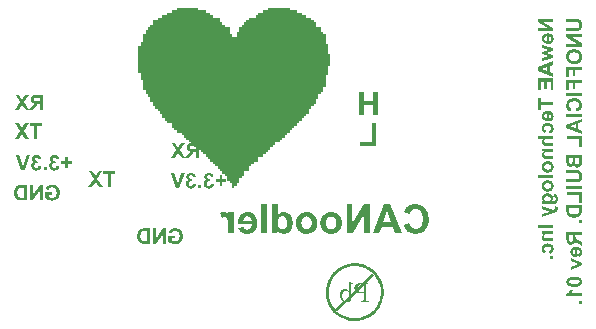
<source format=gbo>
G04 Layer_Color=32896*
%FSLAX25Y25*%
%MOIN*%
G70*
G01*
G75*
G36*
X691736Y117482D02*
X691861Y117475D01*
X691980Y117468D01*
X692095Y117456D01*
X692205Y117445D01*
X692309Y117431D01*
X692409Y117416D01*
X692505Y117397D01*
X692598Y117379D01*
X692683Y117360D01*
X692764Y117342D01*
X692842Y117323D01*
X692912Y117301D01*
X692982Y117279D01*
X693045Y117257D01*
X693105Y117238D01*
X693160Y117216D01*
X693208Y117194D01*
X693256Y117175D01*
X693297Y117157D01*
X693338Y117135D01*
X693371Y117120D01*
X693404Y117101D01*
X693430Y117087D01*
X693452Y117072D01*
X693471Y117061D01*
X693489Y117050D01*
X693508Y117035D01*
X693515Y117031D01*
X693615Y116942D01*
X693704Y116846D01*
X693782Y116750D01*
X693848Y116650D01*
X693904Y116546D01*
X693948Y116446D01*
X693985Y116350D01*
X694019Y116254D01*
X694041Y116169D01*
X694059Y116084D01*
X694070Y116014D01*
X694081Y115947D01*
X694085Y115895D01*
X694089Y115858D01*
Y115843D01*
Y115832D01*
Y115829D01*
Y115825D01*
X694081Y115688D01*
X694067Y115562D01*
X694041Y115440D01*
X694007Y115329D01*
X693967Y115225D01*
X693922Y115129D01*
X693878Y115044D01*
X693826Y114966D01*
X693778Y114896D01*
X693734Y114833D01*
X693689Y114781D01*
X693648Y114741D01*
X693615Y114707D01*
X693589Y114681D01*
X693574Y114667D01*
X693567Y114663D01*
X693504Y114619D01*
X693438Y114574D01*
X693367Y114533D01*
X693293Y114497D01*
X693138Y114430D01*
X692971Y114371D01*
X692801Y114323D01*
X692627Y114282D01*
X692453Y114249D01*
X692283Y114223D01*
X692120Y114200D01*
X691969Y114186D01*
X691898Y114178D01*
X691832Y114175D01*
X691773Y114171D01*
X691713Y114167D01*
X691662Y114163D01*
X691613D01*
X691573Y114160D01*
X691343D01*
X691214Y114163D01*
X691088Y114171D01*
X690970Y114182D01*
X690855Y114193D01*
X690744Y114208D01*
X690640Y114223D01*
X690537Y114237D01*
X690441Y114256D01*
X690348Y114278D01*
X690263Y114297D01*
X690178Y114319D01*
X690100Y114341D01*
X690026Y114363D01*
X689956Y114389D01*
X689889Y114411D01*
X689826Y114434D01*
X689771Y114460D01*
X689719Y114482D01*
X689667Y114504D01*
X689623Y114526D01*
X689582Y114545D01*
X689545Y114567D01*
X689516Y114585D01*
X689486Y114600D01*
X689460Y114615D01*
X689442Y114630D01*
X689423Y114641D01*
X689408Y114652D01*
X689401Y114656D01*
X689394Y114663D01*
X689301Y114744D01*
X689216Y114833D01*
X689146Y114926D01*
X689086Y115022D01*
X689035Y115118D01*
X688990Y115214D01*
X688957Y115311D01*
X688927Y115399D01*
X688905Y115488D01*
X688890Y115566D01*
X688875Y115640D01*
X688868Y115703D01*
X688864Y115754D01*
X688861Y115791D01*
Y115806D01*
Y115817D01*
Y115821D01*
Y115825D01*
X688868Y115962D01*
X688883Y116087D01*
X688909Y116210D01*
X688942Y116321D01*
X688983Y116424D01*
X689027Y116520D01*
X689075Y116605D01*
X689123Y116683D01*
X689172Y116753D01*
X689220Y116816D01*
X689264Y116868D01*
X689305Y116909D01*
X689338Y116942D01*
X689364Y116968D01*
X689379Y116983D01*
X689386Y116987D01*
X689449Y117031D01*
X689516Y117075D01*
X689586Y117112D01*
X689660Y117153D01*
X689815Y117220D01*
X689978Y117275D01*
X690152Y117323D01*
X690326Y117364D01*
X690496Y117397D01*
X690666Y117423D01*
X690829Y117445D01*
X690977Y117460D01*
X691047Y117464D01*
X691114Y117471D01*
X691177Y117475D01*
X691232Y117479D01*
X691284Y117482D01*
X691373D01*
X691406Y117486D01*
X691606D01*
X691736Y117482D01*
D02*
G37*
G36*
X690999Y113109D02*
X690947Y112979D01*
X690888Y112854D01*
X690829Y112735D01*
X690770Y112624D01*
X690707Y112521D01*
X690644Y112425D01*
X690585Y112336D01*
X690529Y112254D01*
X690474Y112184D01*
X690426Y112121D01*
X690385Y112069D01*
X690352Y112029D01*
X690326Y111999D01*
X690311Y111980D01*
X690304Y111973D01*
X694000D01*
Y110993D01*
X688861D01*
Y111792D01*
X688946Y111825D01*
X689031Y111866D01*
X689112Y111910D01*
X689186Y111958D01*
X689260Y112010D01*
X689327Y112062D01*
X689390Y112114D01*
X689449Y112162D01*
X689501Y112214D01*
X689545Y112258D01*
X689586Y112299D01*
X689619Y112336D01*
X689645Y112365D01*
X689667Y112391D01*
X689678Y112406D01*
X689682Y112410D01*
X689745Y112495D01*
X689804Y112576D01*
X689856Y112654D01*
X689904Y112732D01*
X689949Y112802D01*
X689986Y112872D01*
X690019Y112935D01*
X690052Y112994D01*
X690078Y113050D01*
X690100Y113098D01*
X690115Y113139D01*
X690130Y113176D01*
X690141Y113205D01*
X690148Y113224D01*
X690156Y113239D01*
Y113242D01*
X691047D01*
X690999Y113109D01*
D02*
G37*
G36*
X694000Y122215D02*
Y121330D01*
X690289Y119858D01*
Y120868D01*
X692183Y121571D01*
X692242Y121593D01*
X692298Y121612D01*
X692353Y121630D01*
X692402Y121645D01*
X692439Y121660D01*
X692472Y121671D01*
X692490Y121675D01*
X692498Y121678D01*
X692513Y121682D01*
X692535Y121689D01*
X692579Y121700D01*
X692631Y121719D01*
X692687Y121734D01*
X692735Y121752D01*
X692775Y121763D01*
X692794Y121771D01*
X692805Y121774D01*
X692812Y121778D01*
X692816D01*
X692183Y121982D01*
X690289Y122681D01*
Y123709D01*
X694000Y122215D01*
D02*
G37*
G36*
Y131335D02*
X691861D01*
Y131128D01*
Y131065D01*
X691865Y131002D01*
Y130947D01*
X691869Y130899D01*
X691876Y130851D01*
X691880Y130806D01*
X691884Y130769D01*
X691891Y130736D01*
X691895Y130706D01*
X691902Y130680D01*
X691906Y130658D01*
X691910Y130640D01*
X691913Y130629D01*
X691917Y130617D01*
X691921Y130610D01*
X691947Y130547D01*
X691980Y130492D01*
X692013Y130440D01*
X692050Y130392D01*
X692083Y130355D01*
X692109Y130325D01*
X692128Y130307D01*
X692135Y130299D01*
X692169Y130270D01*
X692213Y130233D01*
X692261Y130192D01*
X692316Y130151D01*
X692379Y130107D01*
X692442Y130062D01*
X692568Y129970D01*
X692631Y129926D01*
X692690Y129885D01*
X692742Y129848D01*
X692790Y129815D01*
X692831Y129789D01*
X692860Y129770D01*
X692879Y129755D01*
X692886Y129752D01*
X694000Y129008D01*
Y127768D01*
X693001Y128394D01*
X692894Y128460D01*
X692794Y128527D01*
X692705Y128586D01*
X692620Y128642D01*
X692546Y128693D01*
X692476Y128742D01*
X692416Y128786D01*
X692365Y128827D01*
X692316Y128864D01*
X692276Y128893D01*
X692242Y128919D01*
X692217Y128941D01*
X692198Y128960D01*
X692183Y128971D01*
X692176Y128978D01*
X692172Y128982D01*
X692087Y129067D01*
X692006Y129160D01*
X691932Y129252D01*
X691865Y129341D01*
X691839Y129382D01*
X691813Y129419D01*
X691791Y129452D01*
X691773Y129481D01*
X691758Y129504D01*
X691747Y129522D01*
X691743Y129533D01*
X691739Y129537D01*
X691717Y129415D01*
X691691Y129300D01*
X691662Y129193D01*
X691625Y129093D01*
X691588Y129000D01*
X691547Y128919D01*
X691510Y128845D01*
X691469Y128775D01*
X691429Y128716D01*
X691392Y128664D01*
X691358Y128623D01*
X691329Y128586D01*
X691303Y128560D01*
X691284Y128538D01*
X691273Y128527D01*
X691269Y128523D01*
X691195Y128464D01*
X691121Y128412D01*
X691040Y128364D01*
X690962Y128327D01*
X690881Y128294D01*
X690803Y128264D01*
X690726Y128242D01*
X690652Y128224D01*
X690581Y128212D01*
X690518Y128201D01*
X690459Y128194D01*
X690411Y128187D01*
X690370D01*
X690341Y128183D01*
X690315D01*
X690230Y128187D01*
X690152Y128194D01*
X690074Y128205D01*
X690000Y128216D01*
X689930Y128235D01*
X689863Y128253D01*
X689801Y128275D01*
X689745Y128294D01*
X689693Y128316D01*
X689645Y128338D01*
X689608Y128357D01*
X689575Y128372D01*
X689549Y128386D01*
X689527Y128397D01*
X689516Y128405D01*
X689512Y128409D01*
X689449Y128453D01*
X689390Y128497D01*
X689334Y128545D01*
X689286Y128594D01*
X689242Y128645D01*
X689201Y128693D01*
X689164Y128742D01*
X689131Y128790D01*
X689105Y128834D01*
X689083Y128875D01*
X689060Y128912D01*
X689046Y128941D01*
X689035Y128967D01*
X689027Y128989D01*
X689020Y129000D01*
Y129004D01*
X688994Y129078D01*
X688972Y129163D01*
X688953Y129252D01*
X688938Y129345D01*
X688912Y129544D01*
X688905Y129641D01*
X688898Y129737D01*
X688890Y129829D01*
X688887Y129914D01*
X688883Y129992D01*
Y130062D01*
X688879Y130118D01*
Y130140D01*
Y130159D01*
Y130173D01*
Y130184D01*
Y130192D01*
Y130196D01*
Y132368D01*
X694000D01*
Y131335D01*
D02*
G37*
G36*
X692316Y127498D02*
X692453Y127487D01*
X692583Y127469D01*
X692701Y127443D01*
X692816Y127417D01*
X692920Y127387D01*
X693016Y127354D01*
X693105Y127317D01*
X693186Y127284D01*
X693256Y127250D01*
X693316Y127221D01*
X693364Y127191D01*
X693404Y127169D01*
X693434Y127150D01*
X693449Y127139D01*
X693456Y127136D01*
X693567Y127043D01*
X693663Y126940D01*
X693748Y126832D01*
X693819Y126718D01*
X693882Y126599D01*
X693930Y126481D01*
X693974Y126362D01*
X694007Y126248D01*
X694033Y126137D01*
X694052Y126033D01*
X694067Y125944D01*
X694074Y125863D01*
X694078Y125826D01*
X694081Y125796D01*
Y125770D01*
X694085Y125744D01*
Y125730D01*
Y125715D01*
Y125707D01*
Y125704D01*
X694081Y125593D01*
X694074Y125486D01*
X694059Y125382D01*
X694041Y125286D01*
X694022Y125197D01*
X693996Y125112D01*
X693970Y125038D01*
X693945Y124968D01*
X693919Y124905D01*
X693896Y124845D01*
X693870Y124801D01*
X693852Y124760D01*
X693833Y124727D01*
X693819Y124705D01*
X693811Y124690D01*
X693808Y124686D01*
X693752Y124612D01*
X693693Y124542D01*
X693626Y124479D01*
X693560Y124420D01*
X693493Y124368D01*
X693423Y124316D01*
X693356Y124272D01*
X693290Y124235D01*
X693230Y124198D01*
X693171Y124168D01*
X693119Y124142D01*
X693075Y124124D01*
X693038Y124105D01*
X693008Y124094D01*
X692994Y124091D01*
X692986Y124087D01*
X692823Y125064D01*
X692923Y125097D01*
X693005Y125134D01*
X693075Y125175D01*
X693130Y125215D01*
X693175Y125249D01*
X693204Y125278D01*
X693223Y125297D01*
X693230Y125301D01*
Y125304D01*
X693271Y125367D01*
X693301Y125430D01*
X693323Y125497D01*
X693338Y125556D01*
X693345Y125611D01*
X693349Y125652D01*
X693353Y125671D01*
Y125682D01*
Y125689D01*
Y125693D01*
X693349Y125756D01*
X693341Y125815D01*
X693330Y125870D01*
X693316Y125926D01*
X693275Y126022D01*
X693256Y126066D01*
X693230Y126103D01*
X693208Y126140D01*
X693190Y126170D01*
X693167Y126200D01*
X693149Y126222D01*
X693134Y126240D01*
X693123Y126251D01*
X693116Y126259D01*
X693112Y126262D01*
X693064Y126303D01*
X693012Y126337D01*
X692957Y126366D01*
X692901Y126396D01*
X692846Y126418D01*
X692790Y126436D01*
X692679Y126462D01*
X692627Y126473D01*
X692583Y126481D01*
X692538Y126488D01*
X692501Y126492D01*
X692472D01*
X692450Y126496D01*
X692431D01*
Y124035D01*
X692228Y124039D01*
X692035Y124050D01*
X691858Y124072D01*
X691695Y124098D01*
X691543Y124135D01*
X691406Y124172D01*
X691281Y124216D01*
X691170Y124261D01*
X691073Y124305D01*
X690988Y124346D01*
X690918Y124387D01*
X690859Y124424D01*
X690814Y124453D01*
X690781Y124475D01*
X690763Y124494D01*
X690755Y124498D01*
X690659Y124590D01*
X690574Y124690D01*
X690500Y124794D01*
X690437Y124901D01*
X690385Y125012D01*
X690341Y125119D01*
X690304Y125226D01*
X690274Y125326D01*
X690252Y125423D01*
X690237Y125515D01*
X690222Y125593D01*
X690215Y125663D01*
X690211Y125722D01*
Y125744D01*
X690207Y125763D01*
Y125778D01*
Y125789D01*
Y125796D01*
Y125800D01*
X690215Y125937D01*
X690230Y126066D01*
X690256Y126189D01*
X690289Y126303D01*
X690330Y126410D01*
X690374Y126510D01*
X690422Y126603D01*
X690470Y126688D01*
X690518Y126762D01*
X690566Y126829D01*
X690611Y126888D01*
X690652Y126936D01*
X690685Y126973D01*
X690711Y126999D01*
X690726Y127014D01*
X690733Y127021D01*
X690836Y127106D01*
X690944Y127180D01*
X691058Y127243D01*
X691177Y127298D01*
X691299Y127347D01*
X691417Y127384D01*
X691536Y127417D01*
X691650Y127443D01*
X691758Y127461D01*
X691858Y127476D01*
X691947Y127487D01*
X692024Y127495D01*
X692058Y127498D01*
X692113D01*
X692135Y127502D01*
X692176D01*
X692316Y127498D01*
D02*
G37*
G36*
X694000Y108336D02*
X693019D01*
Y109317D01*
X694000D01*
Y108336D01*
D02*
G37*
G36*
X684500Y188226D02*
X683338Y187805D01*
Y185755D01*
X684500Y185311D01*
Y184186D01*
X679379Y186236D01*
Y187335D01*
X684500Y189322D01*
Y188226D01*
D02*
G37*
G36*
Y179742D02*
X683634D01*
Y182602D01*
X682247D01*
Y180031D01*
X681381D01*
Y182602D01*
X680245D01*
Y179839D01*
X679379D01*
Y183635D01*
X684500D01*
Y179742D01*
D02*
G37*
G36*
Y193680D02*
Y192729D01*
X682114Y192100D01*
X684500Y191460D01*
Y190520D01*
X680789Y189325D01*
Y190295D01*
X683223Y191005D01*
X680789Y191623D01*
Y192567D01*
X683223Y193207D01*
X680789Y193902D01*
Y194853D01*
X684500Y193680D01*
D02*
G37*
G36*
Y202542D02*
X681148D01*
X684500Y200473D01*
Y199437D01*
X679379D01*
Y200396D01*
X682809D01*
X679379Y202497D01*
Y203500D01*
X684500D01*
Y202542D01*
D02*
G37*
G36*
X682817Y198635D02*
X682953Y198623D01*
X683083Y198605D01*
X683201Y198579D01*
X683316Y198553D01*
X683420Y198523D01*
X683516Y198490D01*
X683605Y198453D01*
X683686Y198420D01*
X683756Y198387D01*
X683815Y198357D01*
X683864Y198327D01*
X683904Y198305D01*
X683934Y198287D01*
X683949Y198276D01*
X683956Y198272D01*
X684067Y198179D01*
X684163Y198076D01*
X684248Y197968D01*
X684319Y197854D01*
X684382Y197735D01*
X684430Y197617D01*
X684474Y197499D01*
X684507Y197384D01*
X684533Y197273D01*
X684552Y197169D01*
X684567Y197081D01*
X684574Y196999D01*
X684578Y196962D01*
X684581Y196932D01*
Y196907D01*
X684585Y196881D01*
Y196866D01*
Y196851D01*
Y196844D01*
Y196840D01*
X684581Y196729D01*
X684574Y196622D01*
X684559Y196518D01*
X684541Y196422D01*
X684522Y196333D01*
X684496Y196248D01*
X684470Y196174D01*
X684445Y196104D01*
X684419Y196041D01*
X684396Y195982D01*
X684371Y195937D01*
X684352Y195896D01*
X684334Y195863D01*
X684319Y195841D01*
X684311Y195826D01*
X684308Y195823D01*
X684252Y195748D01*
X684193Y195678D01*
X684126Y195615D01*
X684060Y195556D01*
X683993Y195504D01*
X683923Y195452D01*
X683856Y195408D01*
X683790Y195371D01*
X683730Y195334D01*
X683671Y195305D01*
X683619Y195279D01*
X683575Y195260D01*
X683538Y195242D01*
X683508Y195230D01*
X683494Y195227D01*
X683486Y195223D01*
X683323Y196200D01*
X683423Y196233D01*
X683505Y196270D01*
X683575Y196311D01*
X683631Y196352D01*
X683675Y196385D01*
X683705Y196414D01*
X683723Y196433D01*
X683730Y196437D01*
Y196440D01*
X683771Y196503D01*
X683801Y196566D01*
X683823Y196633D01*
X683838Y196692D01*
X683845Y196748D01*
X683849Y196788D01*
X683852Y196807D01*
Y196818D01*
Y196825D01*
Y196829D01*
X683849Y196892D01*
X683841Y196951D01*
X683830Y197006D01*
X683815Y197062D01*
X683775Y197158D01*
X683756Y197203D01*
X683730Y197240D01*
X683708Y197277D01*
X683690Y197306D01*
X683668Y197336D01*
X683649Y197358D01*
X683634Y197377D01*
X683623Y197388D01*
X683616Y197395D01*
X683612Y197399D01*
X683564Y197439D01*
X683512Y197473D01*
X683457Y197502D01*
X683401Y197532D01*
X683346Y197554D01*
X683290Y197573D01*
X683179Y197599D01*
X683127Y197610D01*
X683083Y197617D01*
X683039Y197624D01*
X683002Y197628D01*
X682972D01*
X682950Y197632D01*
X682931D01*
Y195171D01*
X682728Y195175D01*
X682535Y195186D01*
X682358Y195208D01*
X682195Y195234D01*
X682043Y195271D01*
X681906Y195308D01*
X681780Y195353D01*
X681670Y195397D01*
X681573Y195441D01*
X681488Y195482D01*
X681418Y195523D01*
X681359Y195560D01*
X681314Y195589D01*
X681281Y195612D01*
X681262Y195630D01*
X681255Y195634D01*
X681159Y195726D01*
X681074Y195826D01*
X681000Y195930D01*
X680937Y196037D01*
X680885Y196148D01*
X680841Y196255D01*
X680804Y196363D01*
X680774Y196463D01*
X680752Y196559D01*
X680737Y196651D01*
X680722Y196729D01*
X680715Y196799D01*
X680711Y196859D01*
Y196881D01*
X680708Y196899D01*
Y196914D01*
Y196925D01*
Y196932D01*
Y196936D01*
X680715Y197073D01*
X680730Y197203D01*
X680756Y197325D01*
X680789Y197439D01*
X680830Y197547D01*
X680874Y197647D01*
X680922Y197739D01*
X680970Y197824D01*
X681018Y197898D01*
X681066Y197965D01*
X681111Y198024D01*
X681151Y198072D01*
X681185Y198109D01*
X681211Y198135D01*
X681225Y198150D01*
X681233Y198157D01*
X681336Y198242D01*
X681444Y198316D01*
X681559Y198379D01*
X681677Y198435D01*
X681799Y198483D01*
X681917Y198520D01*
X682036Y198553D01*
X682151Y198579D01*
X682258Y198598D01*
X682358Y198612D01*
X682446Y198623D01*
X682524Y198631D01*
X682557Y198635D01*
X682613D01*
X682635Y198638D01*
X682676D01*
X682817Y198635D01*
D02*
G37*
G36*
X694000Y169146D02*
X692838Y168724D01*
Y166674D01*
X694000Y166230D01*
Y165105D01*
X688879Y167155D01*
Y168254D01*
X694000Y170241D01*
Y169146D01*
D02*
G37*
G36*
Y160924D02*
X693134D01*
Y163496D01*
X688924D01*
Y164528D01*
X694000D01*
Y160924D01*
D02*
G37*
G36*
Y170707D02*
X688879D01*
Y171739D01*
X694000D01*
Y170707D01*
D02*
G37*
G36*
Y177859D02*
X688879D01*
Y178891D01*
X694000D01*
Y177859D01*
D02*
G37*
G36*
X691599Y177049D02*
X691710Y177045D01*
X691917Y177023D01*
X692113Y176993D01*
X692294Y176949D01*
X692464Y176901D01*
X692624Y176845D01*
X692764Y176786D01*
X692894Y176723D01*
X693008Y176664D01*
X693108Y176605D01*
X693153Y176575D01*
X693193Y176549D01*
X693230Y176523D01*
X693264Y176501D01*
X693293Y176479D01*
X693319Y176457D01*
X693341Y176442D01*
X693360Y176427D01*
X693375Y176412D01*
X693386Y176405D01*
X693390Y176398D01*
X693393D01*
X693456Y176335D01*
X693515Y176272D01*
X693571Y176205D01*
X693623Y176138D01*
X693715Y175998D01*
X693796Y175861D01*
X693863Y175717D01*
X693919Y175580D01*
X693967Y175443D01*
X694000Y175313D01*
X694030Y175191D01*
X694052Y175080D01*
X694067Y174977D01*
X694074Y174932D01*
X694078Y174892D01*
X694081Y174855D01*
X694085Y174821D01*
Y174792D01*
X694089Y174766D01*
Y174747D01*
Y174732D01*
Y174725D01*
Y174721D01*
X694085Y174570D01*
X694070Y174425D01*
X694052Y174288D01*
X694026Y174163D01*
X693993Y174041D01*
X693959Y173930D01*
X693922Y173826D01*
X693885Y173733D01*
X693848Y173648D01*
X693811Y173574D01*
X693774Y173512D01*
X693745Y173460D01*
X693719Y173419D01*
X693700Y173389D01*
X693685Y173371D01*
X693682Y173363D01*
X693600Y173267D01*
X693512Y173175D01*
X693415Y173093D01*
X693316Y173016D01*
X693212Y172945D01*
X693108Y172882D01*
X693005Y172827D01*
X692905Y172779D01*
X692812Y172734D01*
X692724Y172697D01*
X692642Y172664D01*
X692572Y172638D01*
X692516Y172620D01*
X692490Y172612D01*
X692472Y172605D01*
X692457Y172601D01*
X692446Y172598D01*
X692439Y172594D01*
X692435D01*
X692117Y173597D01*
X692220Y173623D01*
X692316Y173652D01*
X692402Y173685D01*
X692487Y173719D01*
X692561Y173752D01*
X692627Y173789D01*
X692690Y173826D01*
X692742Y173859D01*
X692790Y173893D01*
X692831Y173922D01*
X692868Y173952D01*
X692894Y173978D01*
X692916Y173996D01*
X692934Y174011D01*
X692942Y174022D01*
X692945Y174026D01*
X692990Y174081D01*
X693031Y174141D01*
X693064Y174200D01*
X693093Y174263D01*
X693119Y174322D01*
X693142Y174381D01*
X693160Y174436D01*
X693171Y174488D01*
X693182Y174540D01*
X693190Y174588D01*
X693197Y174629D01*
X693201Y174662D01*
X693204Y174692D01*
Y174714D01*
Y174729D01*
Y174732D01*
X693201Y174836D01*
X693186Y174932D01*
X693167Y175025D01*
X693142Y175110D01*
X693108Y175191D01*
X693075Y175265D01*
X693038Y175332D01*
X692997Y175395D01*
X692960Y175450D01*
X692923Y175498D01*
X692890Y175543D01*
X692857Y175576D01*
X692831Y175602D01*
X692812Y175624D01*
X692798Y175635D01*
X692794Y175639D01*
X692709Y175702D01*
X692616Y175754D01*
X692513Y175802D01*
X692405Y175839D01*
X692291Y175872D01*
X692176Y175902D01*
X692061Y175924D01*
X691950Y175942D01*
X691843Y175957D01*
X691743Y175968D01*
X691650Y175976D01*
X691573Y175979D01*
X691536Y175983D01*
X691506D01*
X691480Y175987D01*
X691414D01*
X691247Y175983D01*
X691092Y175972D01*
X690951Y175953D01*
X690818Y175931D01*
X690700Y175905D01*
X690592Y175876D01*
X690492Y175842D01*
X690407Y175809D01*
X690330Y175780D01*
X690267Y175746D01*
X690211Y175717D01*
X690167Y175691D01*
X690133Y175669D01*
X690108Y175650D01*
X690093Y175639D01*
X690089Y175635D01*
X690015Y175565D01*
X689952Y175495D01*
X689900Y175417D01*
X689852Y175343D01*
X689812Y175265D01*
X689778Y175188D01*
X689752Y175114D01*
X689730Y175040D01*
X689712Y174973D01*
X689701Y174910D01*
X689689Y174855D01*
X689686Y174806D01*
X689682Y174769D01*
X689678Y174740D01*
Y174721D01*
Y174714D01*
X689682Y174636D01*
X689689Y174566D01*
X689701Y174496D01*
X689715Y174429D01*
X689734Y174370D01*
X689752Y174311D01*
X689775Y174259D01*
X689793Y174207D01*
X689815Y174166D01*
X689838Y174126D01*
X689856Y174092D01*
X689875Y174066D01*
X689889Y174044D01*
X689900Y174026D01*
X689908Y174018D01*
X689912Y174015D01*
X689956Y173963D01*
X690004Y173915D01*
X690056Y173870D01*
X690108Y173833D01*
X690159Y173800D01*
X690211Y173767D01*
X690311Y173715D01*
X690355Y173696D01*
X690400Y173678D01*
X690437Y173663D01*
X690470Y173652D01*
X690500Y173645D01*
X690518Y173637D01*
X690533Y173634D01*
X690537D01*
X690293Y172609D01*
X690182Y172642D01*
X690074Y172683D01*
X689978Y172723D01*
X689886Y172764D01*
X689804Y172809D01*
X689726Y172853D01*
X689656Y172897D01*
X689593Y172938D01*
X689538Y172979D01*
X689490Y173016D01*
X689445Y173049D01*
X689412Y173079D01*
X689386Y173101D01*
X689368Y173119D01*
X689357Y173130D01*
X689353Y173134D01*
X689253Y173249D01*
X689168Y173367D01*
X689094Y173493D01*
X689031Y173619D01*
X688975Y173748D01*
X688931Y173874D01*
X688894Y174000D01*
X688864Y174118D01*
X688842Y174229D01*
X688824Y174333D01*
X688813Y174422D01*
X688801Y174503D01*
Y174536D01*
X688798Y174570D01*
Y174596D01*
X688794Y174618D01*
Y174636D01*
Y174647D01*
Y174655D01*
Y174659D01*
X688798Y174758D01*
X688801Y174855D01*
X688824Y175043D01*
X688861Y175217D01*
X688905Y175384D01*
X688957Y175539D01*
X689020Y175680D01*
X689083Y175813D01*
X689149Y175931D01*
X689216Y176035D01*
X689279Y176127D01*
X689338Y176209D01*
X689394Y176275D01*
X689438Y176327D01*
X689475Y176364D01*
X689486Y176375D01*
X689497Y176386D01*
X689501Y176390D01*
X689504Y176394D01*
X689571Y176453D01*
X689641Y176508D01*
X689793Y176612D01*
X689949Y176697D01*
X690111Y176775D01*
X690278Y176838D01*
X690441Y176893D01*
X690603Y176934D01*
X690763Y176971D01*
X690910Y176997D01*
X691047Y177019D01*
X691110Y177026D01*
X691170Y177034D01*
X691225Y177038D01*
X691277Y177041D01*
X691325Y177045D01*
X691366Y177049D01*
X691403D01*
X691432Y177052D01*
X691488D01*
X691599Y177049D01*
D02*
G37*
G36*
X694000Y156455D02*
Y156362D01*
Y156277D01*
Y156195D01*
X693996Y156118D01*
Y156040D01*
Y155970D01*
X693993Y155903D01*
Y155840D01*
X693989Y155726D01*
Y155626D01*
X693985Y155537D01*
X693982Y155459D01*
X693978Y155393D01*
Y155341D01*
X693974Y155296D01*
X693970Y155263D01*
Y155237D01*
X693967Y155219D01*
Y155211D01*
Y155208D01*
X693945Y155060D01*
X693930Y154989D01*
X693911Y154923D01*
X693893Y154864D01*
X693870Y154804D01*
X693852Y154753D01*
X693830Y154704D01*
X693811Y154660D01*
X693789Y154623D01*
X693774Y154590D01*
X693756Y154564D01*
X693745Y154542D01*
X693734Y154523D01*
X693730Y154516D01*
X693726Y154512D01*
X693645Y154412D01*
X693560Y154323D01*
X693471Y154249D01*
X693386Y154183D01*
X693312Y154135D01*
X693279Y154112D01*
X693253Y154098D01*
X693230Y154086D01*
X693212Y154075D01*
X693201Y154068D01*
X693197D01*
X693134Y154038D01*
X693071Y154013D01*
X692949Y153975D01*
X692835Y153946D01*
X692783Y153935D01*
X692731Y153924D01*
X692687Y153920D01*
X692642Y153913D01*
X692609Y153909D01*
X692576D01*
X692550Y153905D01*
X692516D01*
X692435Y153909D01*
X692357Y153916D01*
X692279Y153927D01*
X692209Y153946D01*
X692139Y153964D01*
X692076Y153983D01*
X692017Y154009D01*
X691961Y154031D01*
X691913Y154053D01*
X691869Y154075D01*
X691832Y154098D01*
X691802Y154116D01*
X691776Y154135D01*
X691758Y154146D01*
X691747Y154153D01*
X691743Y154157D01*
X691684Y154205D01*
X691628Y154260D01*
X691576Y154316D01*
X691532Y154375D01*
X691491Y154434D01*
X691451Y154493D01*
X691417Y154553D01*
X691388Y154608D01*
X691362Y154664D01*
X691340Y154716D01*
X691321Y154760D01*
X691306Y154797D01*
X691295Y154830D01*
X691288Y154852D01*
X691281Y154871D01*
Y154875D01*
X691218Y154756D01*
X691147Y154653D01*
X691070Y154564D01*
X691033Y154527D01*
X690999Y154490D01*
X690962Y154460D01*
X690933Y154431D01*
X690903Y154408D01*
X690877Y154386D01*
X690859Y154371D01*
X690844Y154360D01*
X690833Y154357D01*
X690829Y154353D01*
X690774Y154320D01*
X690714Y154286D01*
X690655Y154260D01*
X690600Y154238D01*
X690489Y154205D01*
X690389Y154183D01*
X690341Y154172D01*
X690300Y154168D01*
X690263Y154164D01*
X690230Y154160D01*
X690204Y154157D01*
X690108D01*
X690048Y154164D01*
X689937Y154183D01*
X689834Y154209D01*
X689789Y154220D01*
X689745Y154235D01*
X689708Y154249D01*
X689671Y154264D01*
X689641Y154279D01*
X689619Y154290D01*
X689597Y154301D01*
X689582Y154308D01*
X689575Y154312D01*
X689571Y154316D01*
X689475Y154379D01*
X689394Y154442D01*
X689320Y154508D01*
X689257Y154571D01*
X689209Y154627D01*
X689175Y154667D01*
X689160Y154686D01*
X689153Y154697D01*
X689146Y154704D01*
Y154708D01*
X689090Y154801D01*
X689042Y154893D01*
X689005Y154982D01*
X688975Y155063D01*
X688964Y155104D01*
X688957Y155137D01*
X688949Y155167D01*
X688942Y155193D01*
X688938Y155215D01*
X688935Y155230D01*
X688931Y155241D01*
Y155245D01*
X688924Y155304D01*
X688912Y155367D01*
X688905Y155437D01*
X688901Y155511D01*
X688890Y155659D01*
X688887Y155807D01*
X688883Y155877D01*
Y155940D01*
X688879Y155996D01*
Y156047D01*
Y156088D01*
Y156122D01*
Y156140D01*
Y156147D01*
Y158194D01*
X694000D01*
Y156455D01*
D02*
G37*
G36*
Y139571D02*
Y139468D01*
X693996Y139368D01*
X693989Y139275D01*
X693982Y139187D01*
X693974Y139105D01*
X693967Y139028D01*
X693956Y138961D01*
X693945Y138898D01*
X693937Y138842D01*
X693926Y138794D01*
X693919Y138750D01*
X693907Y138717D01*
X693904Y138691D01*
X693896Y138669D01*
X693893Y138657D01*
Y138654D01*
X693863Y138569D01*
X693833Y138491D01*
X693800Y138417D01*
X693767Y138347D01*
X693734Y138284D01*
X693700Y138225D01*
X693667Y138169D01*
X693634Y138121D01*
X693604Y138077D01*
X693574Y138040D01*
X693552Y138006D01*
X693530Y137977D01*
X693512Y137958D01*
X693497Y137940D01*
X693489Y137932D01*
X693486Y137929D01*
X693419Y137862D01*
X693345Y137803D01*
X693271Y137747D01*
X693197Y137692D01*
X693119Y137644D01*
X693045Y137599D01*
X692971Y137559D01*
X692901Y137522D01*
X692835Y137488D01*
X692775Y137459D01*
X692720Y137436D01*
X692672Y137418D01*
X692635Y137399D01*
X692605Y137388D01*
X692587Y137385D01*
X692579Y137381D01*
X692490Y137351D01*
X692402Y137329D01*
X692217Y137288D01*
X692035Y137259D01*
X691947Y137251D01*
X691865Y137240D01*
X691787Y137237D01*
X691717Y137229D01*
X691650Y137226D01*
X691599D01*
X691554Y137222D01*
X691358D01*
X691232Y137229D01*
X691110Y137237D01*
X690999Y137248D01*
X690892Y137263D01*
X690792Y137277D01*
X690700Y137292D01*
X690615Y137307D01*
X690541Y137322D01*
X690474Y137337D01*
X690418Y137351D01*
X690370Y137366D01*
X690330Y137377D01*
X690304Y137385D01*
X690285Y137388D01*
X690281Y137392D01*
X690193Y137425D01*
X690104Y137462D01*
X690023Y137499D01*
X689945Y137540D01*
X689871Y137581D01*
X689804Y137621D01*
X689741Y137659D01*
X689682Y137699D01*
X689630Y137736D01*
X689586Y137769D01*
X689545Y137799D01*
X689512Y137829D01*
X689486Y137851D01*
X689467Y137866D01*
X689456Y137877D01*
X689453Y137881D01*
X689390Y137943D01*
X689334Y138006D01*
X689283Y138073D01*
X689234Y138136D01*
X689194Y138202D01*
X689153Y138265D01*
X689120Y138328D01*
X689086Y138387D01*
X689060Y138443D01*
X689038Y138495D01*
X689020Y138539D01*
X689005Y138580D01*
X688994Y138609D01*
X688986Y138635D01*
X688979Y138650D01*
Y138654D01*
X688961Y138720D01*
X688946Y138791D01*
X688931Y138868D01*
X688920Y138946D01*
X688905Y139109D01*
X688898Y139187D01*
X688890Y139264D01*
X688887Y139338D01*
X688883Y139405D01*
Y139468D01*
X688879Y139523D01*
Y139564D01*
Y139597D01*
Y139620D01*
Y139623D01*
Y139627D01*
Y141514D01*
X694000D01*
Y139571D01*
D02*
G37*
G36*
Y135372D02*
X693019D01*
Y136352D01*
X694000D01*
Y135372D01*
D02*
G37*
G36*
Y142250D02*
X693134D01*
Y144822D01*
X688924D01*
Y145854D01*
X694000D01*
Y142250D01*
D02*
G37*
G36*
X691917Y153036D02*
X692054Y153028D01*
X692180Y153025D01*
X692294Y153017D01*
X692402Y153006D01*
X692498Y152999D01*
X692583Y152988D01*
X692661Y152980D01*
X692727Y152973D01*
X692783Y152962D01*
X692831Y152954D01*
X692864Y152947D01*
X692890Y152943D01*
X692908Y152939D01*
X692912D01*
X693023Y152906D01*
X693127Y152866D01*
X693223Y152817D01*
X693308Y152769D01*
X693345Y152747D01*
X693382Y152725D01*
X693412Y152703D01*
X693434Y152684D01*
X693456Y152673D01*
X693471Y152662D01*
X693478Y152655D01*
X693482Y152651D01*
X693578Y152562D01*
X693663Y152462D01*
X693741Y152362D01*
X693804Y152266D01*
X693830Y152222D01*
X693856Y152181D01*
X693874Y152144D01*
X693893Y152114D01*
X693904Y152088D01*
X693915Y152066D01*
X693919Y152055D01*
X693922Y152051D01*
X693952Y151978D01*
X693978Y151896D01*
X694000Y151807D01*
X694019Y151718D01*
X694048Y151533D01*
X694059Y151441D01*
X694067Y151352D01*
X694074Y151267D01*
X694081Y151189D01*
X694085Y151119D01*
Y151060D01*
X694089Y151008D01*
Y150971D01*
Y150956D01*
Y150945D01*
Y150942D01*
Y150938D01*
X694085Y150827D01*
X694081Y150719D01*
X694074Y150623D01*
X694063Y150527D01*
X694052Y150442D01*
X694041Y150361D01*
X694026Y150287D01*
X694011Y150216D01*
X693996Y150157D01*
X693982Y150105D01*
X693970Y150061D01*
X693959Y150020D01*
X693948Y149991D01*
X693941Y149972D01*
X693933Y149957D01*
Y149954D01*
X693904Y149883D01*
X693870Y149820D01*
X693837Y149758D01*
X693804Y149702D01*
X693767Y149646D01*
X693734Y149598D01*
X693700Y149554D01*
X693667Y149513D01*
X693637Y149476D01*
X693608Y149443D01*
X693582Y149417D01*
X693563Y149395D01*
X693545Y149376D01*
X693530Y149365D01*
X693523Y149358D01*
X693519Y149354D01*
X693415Y149276D01*
X693308Y149210D01*
X693201Y149158D01*
X693097Y149114D01*
X693053Y149095D01*
X693008Y149080D01*
X692971Y149069D01*
X692938Y149062D01*
X692912Y149051D01*
X692894Y149047D01*
X692879Y149043D01*
X692875D01*
X692798Y149029D01*
X692709Y149014D01*
X692613Y149003D01*
X692513Y148995D01*
X692405Y148984D01*
X692294Y148980D01*
X692187Y148973D01*
X692080Y148969D01*
X691980Y148966D01*
X691884Y148962D01*
X691798D01*
X691721Y148958D01*
X688879D01*
Y149991D01*
X691824D01*
X691924Y149994D01*
X692021D01*
X692106Y149998D01*
X692187Y150002D01*
X692257Y150005D01*
X692320Y150009D01*
X692379Y150013D01*
X692427Y150020D01*
X692472Y150024D01*
X692505Y150028D01*
X692535Y150031D01*
X692557Y150035D01*
X692576D01*
X692583Y150039D01*
X692587D01*
X692635Y150050D01*
X692679Y150065D01*
X692764Y150098D01*
X692838Y150142D01*
X692905Y150190D01*
X692957Y150235D01*
X692994Y150272D01*
X693008Y150287D01*
X693019Y150298D01*
X693023Y150305D01*
X693027Y150309D01*
X693056Y150353D01*
X693086Y150401D01*
X693130Y150505D01*
X693160Y150616D01*
X693182Y150723D01*
X693190Y150775D01*
X693193Y150819D01*
X693201Y150864D01*
Y150897D01*
X693204Y150930D01*
Y150953D01*
Y150967D01*
Y150971D01*
X693201Y151049D01*
X693197Y151127D01*
X693186Y151193D01*
X693175Y151260D01*
X693160Y151323D01*
X693145Y151378D01*
X693127Y151430D01*
X693108Y151474D01*
X693093Y151519D01*
X693075Y151552D01*
X693060Y151585D01*
X693045Y151611D01*
X693034Y151630D01*
X693023Y151645D01*
X693019Y151652D01*
X693016Y151656D01*
X692979Y151700D01*
X692938Y151741D01*
X692897Y151778D01*
X692857Y151811D01*
X692775Y151863D01*
X692694Y151907D01*
X692624Y151937D01*
X692590Y151948D01*
X692564Y151955D01*
X692542Y151963D01*
X692527Y151966D01*
X692516Y151970D01*
X692513D01*
X692472Y151978D01*
X692420Y151981D01*
X692361Y151989D01*
X692294Y151992D01*
X692228Y151996D01*
X692154Y152000D01*
X692009Y152003D01*
X691873D01*
X691813Y152007D01*
X688879D01*
Y153039D01*
X691769D01*
X691917Y153036D01*
D02*
G37*
G36*
X694000Y146868D02*
X688879D01*
Y147900D01*
X694000D01*
Y146868D01*
D02*
G37*
G36*
X680245Y175720D02*
X684500D01*
Y174688D01*
X680245D01*
Y173171D01*
X679379D01*
Y177241D01*
X680245D01*
Y175720D01*
D02*
G37*
G36*
X638697Y141758D02*
X638878Y141751D01*
X639232Y141709D01*
X639558Y141640D01*
X639870Y141556D01*
X640162Y141459D01*
X640425Y141341D01*
X640675Y141223D01*
X640897Y141098D01*
X641091Y140973D01*
X641265Y140855D01*
X641418Y140744D01*
X641543Y140640D01*
X641640Y140557D01*
X641709Y140488D01*
X641730Y140467D01*
X641751Y140446D01*
X641758Y140439D01*
X641765Y140432D01*
X641876Y140307D01*
X641980Y140175D01*
X642174Y139891D01*
X642334Y139599D01*
X642480Y139294D01*
X642597Y138982D01*
X642702Y138676D01*
X642778Y138371D01*
X642847Y138073D01*
X642896Y137795D01*
X642938Y137538D01*
X642951Y137420D01*
X642965Y137309D01*
X642972Y137205D01*
X642979Y137108D01*
X642986Y137018D01*
X642993Y136941D01*
Y136872D01*
X643000Y136816D01*
Y136775D01*
Y136740D01*
Y136719D01*
Y136712D01*
X642993Y136504D01*
X642986Y136296D01*
X642944Y135907D01*
X642889Y135539D01*
X642806Y135199D01*
X642716Y134880D01*
X642611Y134582D01*
X642500Y134318D01*
X642382Y134075D01*
X642271Y133860D01*
X642160Y133672D01*
X642105Y133589D01*
X642056Y133513D01*
X642008Y133443D01*
X641966Y133381D01*
X641924Y133326D01*
X641883Y133277D01*
X641855Y133235D01*
X641827Y133201D01*
X641799Y133173D01*
X641785Y133152D01*
X641772Y133145D01*
Y133138D01*
X641654Y133020D01*
X641536Y132909D01*
X641411Y132805D01*
X641286Y132708D01*
X641022Y132534D01*
X640765Y132382D01*
X640495Y132257D01*
X640238Y132153D01*
X639981Y132062D01*
X639738Y132000D01*
X639509Y131945D01*
X639301Y131903D01*
X639107Y131875D01*
X639023Y131861D01*
X638947Y131854D01*
X638878Y131847D01*
X638815Y131840D01*
X638760D01*
X638711Y131833D01*
X638628D01*
X638343Y131840D01*
X638073Y131868D01*
X637816Y131903D01*
X637580Y131951D01*
X637351Y132014D01*
X637143Y132076D01*
X636948Y132146D01*
X636775Y132215D01*
X636615Y132284D01*
X636476Y132354D01*
X636358Y132423D01*
X636261Y132479D01*
X636185Y132527D01*
X636129Y132562D01*
X636095Y132590D01*
X636081Y132597D01*
X635900Y132749D01*
X635727Y132916D01*
X635574Y133097D01*
X635428Y133284D01*
X635297Y133478D01*
X635179Y133672D01*
X635075Y133867D01*
X634984Y134054D01*
X634901Y134228D01*
X634832Y134394D01*
X634769Y134547D01*
X634721Y134679D01*
X634686Y134783D01*
X634672Y134832D01*
X634658Y134866D01*
X634651Y134894D01*
X634644Y134915D01*
X634637Y134929D01*
Y134936D01*
X636518Y135532D01*
X636567Y135338D01*
X636622Y135158D01*
X636685Y134998D01*
X636747Y134838D01*
X636809Y134700D01*
X636879Y134575D01*
X636948Y134457D01*
X637011Y134360D01*
X637073Y134269D01*
X637129Y134193D01*
X637184Y134124D01*
X637233Y134075D01*
X637268Y134033D01*
X637295Y133999D01*
X637316Y133985D01*
X637323Y133978D01*
X637427Y133895D01*
X637538Y133818D01*
X637649Y133756D01*
X637767Y133700D01*
X637878Y133652D01*
X637989Y133610D01*
X638093Y133575D01*
X638191Y133555D01*
X638288Y133534D01*
X638378Y133520D01*
X638454Y133506D01*
X638517Y133499D01*
X638572Y133492D01*
X638649D01*
X638843Y133499D01*
X639023Y133527D01*
X639197Y133562D01*
X639357Y133610D01*
X639509Y133672D01*
X639648Y133735D01*
X639773Y133804D01*
X639891Y133881D01*
X639995Y133950D01*
X640085Y134019D01*
X640169Y134082D01*
X640231Y134144D01*
X640279Y134193D01*
X640321Y134228D01*
X640342Y134256D01*
X640349Y134262D01*
X640467Y134422D01*
X640564Y134596D01*
X640654Y134790D01*
X640724Y134991D01*
X640786Y135206D01*
X640842Y135421D01*
X640883Y135637D01*
X640918Y135845D01*
X640946Y136046D01*
X640967Y136233D01*
X640980Y136407D01*
X640987Y136553D01*
X640994Y136622D01*
Y136678D01*
X641001Y136726D01*
Y136775D01*
Y136802D01*
Y136830D01*
Y136844D01*
Y136851D01*
X640994Y137163D01*
X640974Y137455D01*
X640939Y137719D01*
X640897Y137968D01*
X640849Y138190D01*
X640793Y138392D01*
X640731Y138579D01*
X640668Y138739D01*
X640613Y138884D01*
X640550Y139003D01*
X640495Y139107D01*
X640446Y139190D01*
X640404Y139252D01*
X640370Y139301D01*
X640349Y139329D01*
X640342Y139336D01*
X640210Y139474D01*
X640078Y139592D01*
X639932Y139690D01*
X639794Y139780D01*
X639648Y139856D01*
X639502Y139918D01*
X639363Y139967D01*
X639225Y140009D01*
X639100Y140043D01*
X638982Y140064D01*
X638878Y140085D01*
X638787Y140092D01*
X638718Y140099D01*
X638662Y140106D01*
X638614D01*
X638468Y140099D01*
X638336Y140085D01*
X638204Y140064D01*
X638080Y140036D01*
X637968Y140002D01*
X637857Y139967D01*
X637760Y139926D01*
X637663Y139891D01*
X637587Y139849D01*
X637510Y139807D01*
X637448Y139773D01*
X637399Y139738D01*
X637358Y139710D01*
X637323Y139690D01*
X637309Y139676D01*
X637302Y139669D01*
X637205Y139585D01*
X637115Y139495D01*
X637032Y139398D01*
X636962Y139301D01*
X636900Y139204D01*
X636837Y139107D01*
X636740Y138919D01*
X636705Y138836D01*
X636671Y138753D01*
X636643Y138683D01*
X636622Y138621D01*
X636608Y138565D01*
X636594Y138531D01*
X636587Y138503D01*
Y138496D01*
X634665Y138954D01*
X634727Y139162D01*
X634804Y139363D01*
X634880Y139544D01*
X634957Y139717D01*
X635040Y139870D01*
X635123Y140016D01*
X635206Y140148D01*
X635283Y140266D01*
X635359Y140370D01*
X635428Y140460D01*
X635491Y140543D01*
X635546Y140606D01*
X635588Y140654D01*
X635623Y140689D01*
X635644Y140710D01*
X635650Y140717D01*
X635866Y140904D01*
X636088Y141064D01*
X636324Y141202D01*
X636560Y141320D01*
X636803Y141425D01*
X637039Y141508D01*
X637275Y141577D01*
X637497Y141633D01*
X637705Y141674D01*
X637899Y141709D01*
X638066Y141730D01*
X638218Y141751D01*
X638281D01*
X638343Y141758D01*
X638392D01*
X638434Y141765D01*
X638510D01*
X638697Y141758D01*
D02*
G37*
G36*
X582900Y139100D02*
X583143Y139072D01*
X583371Y139023D01*
X583587Y138961D01*
X583788Y138884D01*
X583975Y138801D01*
X584149Y138711D01*
X584308Y138621D01*
X584447Y138531D01*
X584572Y138440D01*
X584683Y138357D01*
X584773Y138281D01*
X584843Y138218D01*
X584891Y138170D01*
X584919Y138142D01*
X584933Y138128D01*
X585093Y137934D01*
X585231Y137732D01*
X585349Y137517D01*
X585454Y137295D01*
X585544Y137066D01*
X585613Y136844D01*
X585676Y136622D01*
X585724Y136407D01*
X585759Y136206D01*
X585787Y136018D01*
X585808Y135852D01*
X585821Y135706D01*
X585828Y135643D01*
Y135588D01*
Y135539D01*
X585835Y135498D01*
Y135463D01*
Y135442D01*
Y135428D01*
Y135421D01*
X585828Y135158D01*
X585808Y134901D01*
X585773Y134658D01*
X585724Y134436D01*
X585676Y134221D01*
X585620Y134027D01*
X585558Y133846D01*
X585488Y133679D01*
X585426Y133527D01*
X585363Y133395D01*
X585308Y133284D01*
X585252Y133194D01*
X585211Y133117D01*
X585176Y133062D01*
X585155Y133034D01*
X585148Y133020D01*
X584975Y132812D01*
X584780Y132632D01*
X584579Y132472D01*
X584364Y132340D01*
X584142Y132222D01*
X583920Y132132D01*
X583698Y132049D01*
X583483Y131986D01*
X583274Y131938D01*
X583080Y131903D01*
X582913Y131875D01*
X582761Y131861D01*
X582691Y131854D01*
X582636Y131847D01*
X582587D01*
X582539Y131840D01*
X582462D01*
X582254Y131847D01*
X582053Y131861D01*
X581859Y131889D01*
X581678Y131924D01*
X581512Y131958D01*
X581352Y132007D01*
X581213Y132055D01*
X581081Y132104D01*
X580963Y132153D01*
X580852Y132194D01*
X580769Y132243D01*
X580693Y132278D01*
X580630Y132312D01*
X580589Y132340D01*
X580561Y132354D01*
X580554Y132361D01*
X580415Y132465D01*
X580283Y132576D01*
X580165Y132701D01*
X580054Y132826D01*
X579957Y132951D01*
X579860Y133083D01*
X579777Y133208D01*
X579707Y133333D01*
X579638Y133443D01*
X579582Y133555D01*
X579534Y133652D01*
X579499Y133735D01*
X579464Y133804D01*
X579444Y133860D01*
X579436Y133888D01*
X579430Y133902D01*
X581262Y134207D01*
X581324Y134019D01*
X581394Y133867D01*
X581470Y133735D01*
X581546Y133631D01*
X581609Y133548D01*
X581664Y133492D01*
X581699Y133457D01*
X581706Y133443D01*
X581713D01*
X581831Y133367D01*
X581949Y133312D01*
X582074Y133270D01*
X582185Y133242D01*
X582289Y133228D01*
X582365Y133221D01*
X582400Y133214D01*
X582442D01*
X582559Y133221D01*
X582671Y133235D01*
X582775Y133256D01*
X582879Y133284D01*
X583059Y133360D01*
X583143Y133395D01*
X583212Y133443D01*
X583281Y133485D01*
X583337Y133520D01*
X583392Y133562D01*
X583434Y133596D01*
X583469Y133624D01*
X583490Y133645D01*
X583503Y133659D01*
X583510Y133666D01*
X583587Y133756D01*
X583649Y133853D01*
X583705Y133957D01*
X583760Y134061D01*
X583802Y134165D01*
X583837Y134269D01*
X583885Y134478D01*
X583906Y134575D01*
X583920Y134658D01*
X583934Y134741D01*
X583941Y134811D01*
Y134866D01*
X583948Y134908D01*
Y134936D01*
Y134943D01*
X579332D01*
X579339Y135324D01*
X579360Y135685D01*
X579402Y136018D01*
X579450Y136324D01*
X579520Y136608D01*
X579589Y136865D01*
X579672Y137101D01*
X579756Y137309D01*
X579839Y137489D01*
X579915Y137649D01*
X579992Y137781D01*
X580061Y137892D01*
X580117Y137975D01*
X580158Y138038D01*
X580193Y138073D01*
X580200Y138086D01*
X580373Y138267D01*
X580561Y138426D01*
X580755Y138565D01*
X580956Y138683D01*
X581165Y138780D01*
X581366Y138864D01*
X581567Y138933D01*
X581754Y138989D01*
X581935Y139030D01*
X582108Y139058D01*
X582254Y139086D01*
X582386Y139100D01*
X582497Y139107D01*
X582539D01*
X582573Y139113D01*
X582643D01*
X582900Y139100D01*
D02*
G37*
G36*
X623270Y132000D02*
X621472D01*
Y138288D01*
X617593Y132000D01*
X615650D01*
Y141605D01*
X617447D01*
Y135172D01*
X621389Y141605D01*
X623270D01*
Y132000D01*
D02*
G37*
G36*
X682817Y128619D02*
X682972Y128601D01*
X683120Y128579D01*
X683257Y128549D01*
X683383Y128512D01*
X683501Y128471D01*
X683608Y128427D01*
X683705Y128383D01*
X683790Y128338D01*
X683864Y128294D01*
X683926Y128253D01*
X683978Y128216D01*
X684023Y128187D01*
X684052Y128164D01*
X684067Y128146D01*
X684074Y128142D01*
X684163Y128046D01*
X684245Y127946D01*
X684311Y127842D01*
X684371Y127735D01*
X684419Y127628D01*
X684459Y127517D01*
X684493Y127413D01*
X684522Y127310D01*
X684541Y127213D01*
X684559Y127125D01*
X684570Y127047D01*
X684578Y126977D01*
X684581Y126921D01*
Y126899D01*
X684585Y126880D01*
Y126866D01*
Y126851D01*
Y126847D01*
Y126843D01*
X684581Y126714D01*
X684570Y126588D01*
X684555Y126470D01*
X684533Y126362D01*
X684507Y126259D01*
X684478Y126166D01*
X684448Y126081D01*
X684415Y126004D01*
X684385Y125933D01*
X684356Y125874D01*
X684326Y125822D01*
X684300Y125778D01*
X684278Y125744D01*
X684263Y125719D01*
X684252Y125704D01*
X684248Y125700D01*
X684182Y125622D01*
X684108Y125552D01*
X684030Y125489D01*
X683949Y125430D01*
X683864Y125378D01*
X683778Y125330D01*
X683697Y125289D01*
X683616Y125252D01*
X683542Y125219D01*
X683471Y125193D01*
X683408Y125171D01*
X683353Y125153D01*
X683305Y125141D01*
X683272Y125130D01*
X683249Y125123D01*
X683242D01*
X683079Y126089D01*
X683149Y126103D01*
X683212Y126122D01*
X683275Y126140D01*
X683327Y126159D01*
X683379Y126181D01*
X683423Y126203D01*
X683464Y126222D01*
X683497Y126244D01*
X683531Y126262D01*
X683557Y126281D01*
X683579Y126300D01*
X683597Y126314D01*
X683608Y126325D01*
X683619Y126337D01*
X683623Y126340D01*
X683627Y126344D01*
X683656Y126377D01*
X683679Y126414D01*
X683719Y126488D01*
X683745Y126566D01*
X683767Y126636D01*
X683778Y126703D01*
X683782Y126729D01*
Y126751D01*
X683786Y126773D01*
Y126788D01*
Y126795D01*
Y126799D01*
X683782Y126866D01*
X683775Y126932D01*
X683760Y126991D01*
X683745Y127051D01*
X683723Y127102D01*
X683701Y127150D01*
X683675Y127195D01*
X683649Y127236D01*
X683627Y127273D01*
X683601Y127306D01*
X683579Y127332D01*
X683557Y127354D01*
X683542Y127373D01*
X683527Y127384D01*
X683520Y127391D01*
X683516Y127395D01*
X683460Y127435D01*
X683397Y127469D01*
X683327Y127498D01*
X683253Y127524D01*
X683179Y127543D01*
X683101Y127561D01*
X682946Y127587D01*
X682876Y127598D01*
X682805Y127606D01*
X682746Y127609D01*
X682691Y127613D01*
X682646Y127617D01*
X682583D01*
X682476Y127613D01*
X682376Y127606D01*
X682284Y127598D01*
X682199Y127583D01*
X682125Y127565D01*
X682054Y127546D01*
X681991Y127528D01*
X681936Y127506D01*
X681888Y127487D01*
X681847Y127469D01*
X681814Y127450D01*
X681784Y127432D01*
X681762Y127417D01*
X681747Y127410D01*
X681740Y127402D01*
X681736Y127398D01*
X681692Y127354D01*
X681651Y127310D01*
X681618Y127261D01*
X681588Y127213D01*
X681562Y127165D01*
X681544Y127117D01*
X681525Y127069D01*
X681514Y127021D01*
X681503Y126980D01*
X681496Y126940D01*
X681488Y126903D01*
X681485Y126873D01*
X681481Y126847D01*
Y126825D01*
Y126814D01*
Y126810D01*
X681488Y126714D01*
X681503Y126625D01*
X681529Y126547D01*
X681555Y126485D01*
X681581Y126433D01*
X681607Y126392D01*
X681614Y126381D01*
X681621Y126370D01*
X681629Y126366D01*
Y126362D01*
X681692Y126303D01*
X681758Y126255D01*
X681832Y126214D01*
X681903Y126185D01*
X681965Y126163D01*
X681995Y126155D01*
X682017Y126148D01*
X682039Y126144D01*
X682054Y126140D01*
X682062Y126137D01*
X682065D01*
X681891Y125171D01*
X681784Y125208D01*
X681681Y125245D01*
X681588Y125289D01*
X681503Y125338D01*
X681422Y125382D01*
X681348Y125430D01*
X681281Y125478D01*
X681225Y125526D01*
X681174Y125571D01*
X681126Y125611D01*
X681089Y125648D01*
X681059Y125682D01*
X681033Y125711D01*
X681018Y125730D01*
X681007Y125744D01*
X681004Y125748D01*
X680952Y125826D01*
X680907Y125907D01*
X680867Y125996D01*
X680833Y126085D01*
X680804Y126174D01*
X680778Y126266D01*
X680759Y126351D01*
X680745Y126436D01*
X680733Y126514D01*
X680722Y126588D01*
X680715Y126655D01*
X680711Y126714D01*
X680708Y126758D01*
Y126795D01*
Y126818D01*
Y126821D01*
Y126825D01*
X680715Y126977D01*
X680730Y127121D01*
X680756Y127254D01*
X680789Y127380D01*
X680826Y127498D01*
X680870Y127606D01*
X680918Y127702D01*
X680963Y127791D01*
X681011Y127872D01*
X681059Y127942D01*
X681103Y128001D01*
X681140Y128050D01*
X681174Y128087D01*
X681200Y128116D01*
X681214Y128131D01*
X681222Y128138D01*
X681322Y128224D01*
X681429Y128297D01*
X681544Y128364D01*
X681658Y128420D01*
X681780Y128464D01*
X681899Y128505D01*
X682014Y128538D01*
X682128Y128564D01*
X682236Y128582D01*
X682332Y128597D01*
X682421Y128608D01*
X682498Y128616D01*
X682532Y128619D01*
X682587D01*
X682609Y128623D01*
X682650D01*
X682817Y128619D01*
D02*
G37*
G36*
X684500Y123447D02*
X683520D01*
Y124427D01*
X684500D01*
Y123447D01*
D02*
G37*
G36*
X633950Y132000D02*
X631896D01*
X631105Y134179D01*
X627260D01*
X626427Y132000D01*
X624318D01*
X628162Y141605D01*
X630224D01*
X633950Y132000D01*
D02*
G37*
G36*
X602450Y139107D02*
X602637Y139093D01*
X602810Y139072D01*
X602984Y139044D01*
X603144Y139009D01*
X603296Y138968D01*
X603442Y138926D01*
X603574Y138884D01*
X603692Y138843D01*
X603796Y138801D01*
X603893Y138760D01*
X603969Y138725D01*
X604032Y138697D01*
X604080Y138676D01*
X604108Y138662D01*
X604115Y138655D01*
X604268Y138565D01*
X604407Y138468D01*
X604538Y138364D01*
X604663Y138260D01*
X604775Y138149D01*
X604879Y138045D01*
X604976Y137934D01*
X605066Y137830D01*
X605142Y137732D01*
X605205Y137642D01*
X605260Y137559D01*
X605309Y137483D01*
X605344Y137427D01*
X605371Y137379D01*
X605385Y137351D01*
X605392Y137344D01*
X605469Y137184D01*
X605538Y137025D01*
X605600Y136865D01*
X605656Y136705D01*
X605697Y136553D01*
X605732Y136407D01*
X605760Y136268D01*
X605788Y136136D01*
X605808Y136018D01*
X605822Y135907D01*
X605829Y135810D01*
X605836Y135734D01*
X605843Y135664D01*
Y135616D01*
Y135588D01*
Y135574D01*
X605836Y135352D01*
X605822Y135144D01*
X605802Y134943D01*
X605774Y134748D01*
X605739Y134568D01*
X605697Y134401D01*
X605663Y134249D01*
X605614Y134103D01*
X605573Y133978D01*
X605538Y133860D01*
X605496Y133763D01*
X605462Y133686D01*
X605434Y133617D01*
X605413Y133575D01*
X605399Y133541D01*
X605392Y133534D01*
X605302Y133381D01*
X605205Y133242D01*
X605101Y133110D01*
X604997Y132985D01*
X604885Y132874D01*
X604775Y132770D01*
X604670Y132673D01*
X604566Y132590D01*
X604462Y132514D01*
X604372Y132451D01*
X604289Y132396D01*
X604219Y132354D01*
X604157Y132319D01*
X604108Y132291D01*
X604080Y132278D01*
X604073Y132271D01*
X603907Y132194D01*
X603747Y132132D01*
X603581Y132069D01*
X603421Y132021D01*
X603268Y131979D01*
X603116Y131945D01*
X602970Y131917D01*
X602838Y131896D01*
X602713Y131875D01*
X602595Y131861D01*
X602498Y131854D01*
X602408Y131847D01*
X602346Y131840D01*
X602248D01*
X601964Y131854D01*
X601693Y131882D01*
X601436Y131938D01*
X601193Y132000D01*
X600964Y132083D01*
X600756Y132167D01*
X600562Y132264D01*
X600382Y132361D01*
X600222Y132451D01*
X600083Y132548D01*
X599965Y132632D01*
X599861Y132715D01*
X599785Y132777D01*
X599729Y132833D01*
X599694Y132861D01*
X599681Y132874D01*
X599500Y133076D01*
X599340Y133284D01*
X599209Y133506D01*
X599091Y133721D01*
X598993Y133943D01*
X598910Y134158D01*
X598841Y134373D01*
X598785Y134575D01*
X598744Y134762D01*
X598716Y134936D01*
X598688Y135095D01*
X598674Y135227D01*
X598667Y135338D01*
Y135387D01*
X598660Y135421D01*
Y135449D01*
Y135470D01*
Y135484D01*
Y135491D01*
X598674Y135775D01*
X598702Y136053D01*
X598751Y136310D01*
X598820Y136560D01*
X598896Y136789D01*
X598980Y137004D01*
X599070Y137198D01*
X599167Y137379D01*
X599264Y137538D01*
X599354Y137677D01*
X599438Y137802D01*
X599514Y137899D01*
X599576Y137982D01*
X599632Y138038D01*
X599660Y138073D01*
X599674Y138086D01*
X599868Y138267D01*
X600076Y138426D01*
X600284Y138565D01*
X600499Y138683D01*
X600722Y138780D01*
X600937Y138864D01*
X601145Y138933D01*
X601346Y138989D01*
X601534Y139030D01*
X601707Y139058D01*
X601867Y139086D01*
X601999Y139100D01*
X602109Y139107D01*
X602151D01*
X602193Y139113D01*
X602262D01*
X602450Y139107D01*
D02*
G37*
G36*
X592678Y138142D02*
X592845Y138315D01*
X593011Y138461D01*
X593178Y138593D01*
X593351Y138704D01*
X593525Y138801D01*
X593691Y138877D01*
X593851Y138940D01*
X594010Y138996D01*
X594149Y139030D01*
X594281Y139065D01*
X594399Y139086D01*
X594503Y139100D01*
X594587Y139107D01*
X594649Y139113D01*
X594698D01*
X594934Y139107D01*
X595156Y139072D01*
X595364Y139030D01*
X595565Y138968D01*
X595752Y138898D01*
X595926Y138822D01*
X596086Y138739D01*
X596231Y138655D01*
X596363Y138565D01*
X596474Y138482D01*
X596578Y138406D01*
X596655Y138336D01*
X596724Y138274D01*
X596766Y138232D01*
X596800Y138204D01*
X596807Y138190D01*
X596953Y138010D01*
X597078Y137809D01*
X597189Y137601D01*
X597286Y137379D01*
X597363Y137156D01*
X597432Y136934D01*
X597487Y136712D01*
X597529Y136497D01*
X597564Y136296D01*
X597592Y136109D01*
X597606Y135935D01*
X597619Y135789D01*
X597626Y135727D01*
Y135664D01*
X597633Y135616D01*
Y135574D01*
Y135539D01*
Y135519D01*
Y135505D01*
Y135498D01*
X597626Y135186D01*
X597599Y134887D01*
X597557Y134609D01*
X597501Y134346D01*
X597432Y134110D01*
X597363Y133888D01*
X597286Y133686D01*
X597203Y133506D01*
X597127Y133339D01*
X597050Y133201D01*
X596974Y133083D01*
X596911Y132985D01*
X596856Y132909D01*
X596814Y132847D01*
X596786Y132819D01*
X596780Y132805D01*
X596613Y132639D01*
X596447Y132486D01*
X596273Y132361D01*
X596100Y132250D01*
X595926Y132153D01*
X595752Y132076D01*
X595586Y132014D01*
X595433Y131958D01*
X595288Y131924D01*
X595149Y131889D01*
X595031Y131868D01*
X594927Y131854D01*
X594843Y131847D01*
X594781Y131840D01*
X594725D01*
X594503Y131854D01*
X594295Y131889D01*
X594094Y131931D01*
X593920Y131986D01*
X593844Y132014D01*
X593775Y132042D01*
X593712Y132062D01*
X593657Y132083D01*
X593615Y132104D01*
X593587Y132118D01*
X593566Y132132D01*
X593559D01*
X593448Y132187D01*
X593351Y132257D01*
X593157Y132396D01*
X592983Y132541D01*
X592831Y132687D01*
X592768Y132756D01*
X592713Y132819D01*
X592664Y132874D01*
X592623Y132923D01*
X592588Y132965D01*
X592567Y132992D01*
X592553Y133013D01*
X592546Y133020D01*
Y132000D01*
X590839D01*
Y141605D01*
X592678D01*
Y138142D01*
D02*
G37*
G36*
X610646Y139107D02*
X610833Y139093D01*
X611007Y139072D01*
X611180Y139044D01*
X611340Y139009D01*
X611492Y138968D01*
X611638Y138926D01*
X611770Y138884D01*
X611888Y138843D01*
X611992Y138801D01*
X612089Y138760D01*
X612166Y138725D01*
X612228Y138697D01*
X612277Y138676D01*
X612304Y138662D01*
X612311Y138655D01*
X612464Y138565D01*
X612603Y138468D01*
X612735Y138364D01*
X612860Y138260D01*
X612971Y138149D01*
X613075Y138045D01*
X613172Y137934D01*
X613262Y137830D01*
X613338Y137732D01*
X613401Y137642D01*
X613456Y137559D01*
X613505Y137483D01*
X613540Y137427D01*
X613567Y137379D01*
X613581Y137351D01*
X613588Y137344D01*
X613665Y137184D01*
X613734Y137025D01*
X613797Y136865D01*
X613852Y136705D01*
X613894Y136553D01*
X613928Y136407D01*
X613956Y136268D01*
X613984Y136136D01*
X614005Y136018D01*
X614019Y135907D01*
X614025Y135810D01*
X614032Y135734D01*
X614039Y135664D01*
Y135616D01*
Y135588D01*
Y135574D01*
X614032Y135352D01*
X614019Y135144D01*
X613998Y134943D01*
X613970Y134748D01*
X613935Y134568D01*
X613894Y134401D01*
X613859Y134249D01*
X613810Y134103D01*
X613769Y133978D01*
X613734Y133860D01*
X613692Y133763D01*
X613658Y133686D01*
X613630Y133617D01*
X613609Y133575D01*
X613595Y133541D01*
X613588Y133534D01*
X613498Y133381D01*
X613401Y133242D01*
X613297Y133110D01*
X613193Y132985D01*
X613082Y132874D01*
X612971Y132770D01*
X612866Y132673D01*
X612762Y132590D01*
X612658Y132514D01*
X612568Y132451D01*
X612485Y132396D01*
X612415Y132354D01*
X612353Y132319D01*
X612304Y132291D01*
X612277Y132278D01*
X612270Y132271D01*
X612103Y132194D01*
X611943Y132132D01*
X611777Y132069D01*
X611617Y132021D01*
X611465Y131979D01*
X611312Y131945D01*
X611166Y131917D01*
X611034Y131896D01*
X610909Y131875D01*
X610791Y131861D01*
X610694Y131854D01*
X610604Y131847D01*
X610542Y131840D01*
X610444D01*
X610160Y131854D01*
X609889Y131882D01*
X609632Y131938D01*
X609390Y132000D01*
X609161Y132083D01*
X608952Y132167D01*
X608758Y132264D01*
X608578Y132361D01*
X608418Y132451D01*
X608279Y132548D01*
X608161Y132632D01*
X608057Y132715D01*
X607981Y132777D01*
X607925Y132833D01*
X607891Y132861D01*
X607877Y132874D01*
X607696Y133076D01*
X607537Y133284D01*
X607405Y133506D01*
X607287Y133721D01*
X607190Y133943D01*
X607106Y134158D01*
X607037Y134373D01*
X606981Y134575D01*
X606940Y134762D01*
X606912Y134936D01*
X606884Y135095D01*
X606870Y135227D01*
X606863Y135338D01*
Y135387D01*
X606856Y135421D01*
Y135449D01*
Y135470D01*
Y135484D01*
Y135491D01*
X606870Y135775D01*
X606898Y136053D01*
X606947Y136310D01*
X607016Y136560D01*
X607092Y136789D01*
X607176Y137004D01*
X607266Y137198D01*
X607363Y137379D01*
X607460Y137538D01*
X607550Y137677D01*
X607634Y137802D01*
X607710Y137899D01*
X607773Y137982D01*
X607828Y138038D01*
X607856Y138073D01*
X607870Y138086D01*
X608064Y138267D01*
X608272Y138426D01*
X608480Y138565D01*
X608696Y138683D01*
X608918Y138780D01*
X609133Y138864D01*
X609341Y138933D01*
X609542Y138989D01*
X609730Y139030D01*
X609903Y139058D01*
X610063Y139086D01*
X610195Y139100D01*
X610306Y139107D01*
X610347D01*
X610389Y139113D01*
X610458D01*
X610646Y139107D01*
D02*
G37*
G36*
X589021Y132000D02*
X587182D01*
Y141605D01*
X589021D01*
Y132000D01*
D02*
G37*
G36*
X574787Y139107D02*
X574939Y139079D01*
X575071Y139044D01*
X575189Y139003D01*
X575286Y138961D01*
X575363Y138926D01*
X575390Y138912D01*
X575411Y138898D01*
X575418Y138891D01*
X575425D01*
X575488Y138843D01*
X575557Y138787D01*
X575627Y138725D01*
X575696Y138655D01*
X575828Y138503D01*
X575946Y138350D01*
X576050Y138204D01*
X576098Y138135D01*
X576133Y138079D01*
X576168Y138038D01*
X576189Y137996D01*
X576202Y137975D01*
X576209Y137968D01*
Y138961D01*
X577917D01*
Y132000D01*
X576078D01*
Y134144D01*
Y134311D01*
Y134464D01*
X576071Y134755D01*
X576064Y135019D01*
X576057Y135262D01*
X576043Y135470D01*
X576029Y135664D01*
X576015Y135831D01*
X576001Y135977D01*
X575987Y136101D01*
X575974Y136206D01*
X575960Y136296D01*
X575946Y136365D01*
X575939Y136414D01*
X575932Y136449D01*
X575925Y136469D01*
Y136476D01*
X575897Y136574D01*
X575862Y136671D01*
X575828Y136754D01*
X575793Y136830D01*
X575758Y136900D01*
X575724Y136962D01*
X575661Y137073D01*
X575599Y137150D01*
X575550Y137205D01*
X575522Y137240D01*
X575508Y137247D01*
X575404Y137316D01*
X575293Y137372D01*
X575182Y137406D01*
X575078Y137434D01*
X574988Y137448D01*
X574912Y137462D01*
X574773D01*
X574696Y137448D01*
X574544Y137413D01*
X574398Y137365D01*
X574266Y137309D01*
X574148Y137254D01*
X574100Y137226D01*
X574058Y137205D01*
X574030Y137184D01*
X574003Y137170D01*
X573989Y137163D01*
X573982Y137156D01*
X573406Y138760D01*
X573517Y138822D01*
X573628Y138877D01*
X573739Y138926D01*
X573843Y138968D01*
X574051Y139030D01*
X574238Y139072D01*
X574322Y139086D01*
X574398Y139093D01*
X574461Y139100D01*
X574516Y139107D01*
X574565Y139113D01*
X574627D01*
X574787Y139107D01*
D02*
G37*
G36*
X684500Y159222D02*
X682713D01*
X682609Y159218D01*
X682513Y159215D01*
X682428Y159211D01*
X682350Y159204D01*
X682280Y159200D01*
X682221Y159193D01*
X682165Y159185D01*
X682117Y159178D01*
X682077Y159170D01*
X682043Y159167D01*
X682017Y159159D01*
X681999Y159155D01*
X681984Y159152D01*
X681977Y159148D01*
X681973D01*
X681891Y159115D01*
X681817Y159074D01*
X681751Y159026D01*
X681699Y158982D01*
X681655Y158937D01*
X681625Y158904D01*
X681614Y158889D01*
X681607Y158878D01*
X681599Y158874D01*
Y158871D01*
X681551Y158793D01*
X681518Y158712D01*
X681492Y158634D01*
X681477Y158563D01*
X681466Y158501D01*
X681462Y158475D01*
Y158452D01*
X681459Y158434D01*
Y158419D01*
Y158412D01*
Y158408D01*
X681462Y158338D01*
X681473Y158271D01*
X681492Y158212D01*
X681507Y158164D01*
X681525Y158123D01*
X681544Y158094D01*
X681555Y158075D01*
X681559Y158068D01*
X681599Y158020D01*
X681640Y157975D01*
X681688Y157942D01*
X681732Y157912D01*
X681769Y157890D01*
X681803Y157875D01*
X681825Y157868D01*
X681829Y157864D01*
X681832D01*
X681869Y157853D01*
X681917Y157842D01*
X681969Y157835D01*
X682028Y157827D01*
X682091Y157820D01*
X682158Y157812D01*
X682287Y157805D01*
X682350Y157801D01*
X682465D01*
X682513Y157798D01*
X684500D01*
Y156817D01*
X682121D01*
X682047Y156821D01*
X681977D01*
X681914Y156825D01*
X681854Y156828D01*
X681799Y156836D01*
X681751Y156839D01*
X681706Y156843D01*
X681666Y156850D01*
X681633Y156854D01*
X681603Y156858D01*
X681577Y156865D01*
X681559Y156869D01*
X681547D01*
X681540Y156873D01*
X681536D01*
X681451Y156898D01*
X681374Y156928D01*
X681307Y156958D01*
X681244Y156991D01*
X681196Y157021D01*
X681159Y157046D01*
X681144Y157054D01*
X681133Y157061D01*
X681129Y157069D01*
X681126D01*
X681059Y157124D01*
X681004Y157191D01*
X680952Y157257D01*
X680907Y157324D01*
X680874Y157383D01*
X680859Y157409D01*
X680848Y157431D01*
X680837Y157450D01*
X680830Y157465D01*
X680826Y157472D01*
Y157476D01*
X680785Y157579D01*
X680756Y157679D01*
X680737Y157779D01*
X680722Y157872D01*
X680719Y157912D01*
X680715Y157949D01*
X680711Y157983D01*
X680708Y158012D01*
Y158034D01*
Y158053D01*
Y158064D01*
Y158068D01*
X680715Y158205D01*
X680733Y158334D01*
X680767Y158456D01*
X680807Y158571D01*
X680852Y158678D01*
X680907Y158782D01*
X680963Y158874D01*
X681022Y158956D01*
X681081Y159033D01*
X681137Y159100D01*
X681192Y159155D01*
X681237Y159204D01*
X681277Y159244D01*
X681311Y159270D01*
X681329Y159285D01*
X681336Y159292D01*
X680789D01*
Y160203D01*
X684500D01*
Y159222D01*
D02*
G37*
G36*
X682713Y156047D02*
X682824Y156040D01*
X682931Y156029D01*
X683035Y156014D01*
X683131Y155996D01*
X683220Y155973D01*
X683301Y155955D01*
X683379Y155929D01*
X683446Y155907D01*
X683508Y155888D01*
X683560Y155866D01*
X683601Y155848D01*
X683638Y155833D01*
X683660Y155822D01*
X683679Y155814D01*
X683682Y155811D01*
X683764Y155763D01*
X683838Y155711D01*
X683908Y155655D01*
X683975Y155600D01*
X684034Y155541D01*
X684089Y155481D01*
X684141Y155426D01*
X684186Y155370D01*
X684226Y155315D01*
X684260Y155267D01*
X684289Y155222D01*
X684311Y155185D01*
X684330Y155152D01*
X684345Y155126D01*
X684352Y155111D01*
X684356Y155108D01*
X684396Y155019D01*
X684430Y154934D01*
X684463Y154845D01*
X684489Y154760D01*
X684511Y154678D01*
X684530Y154597D01*
X684544Y154519D01*
X684555Y154449D01*
X684567Y154383D01*
X684574Y154320D01*
X684578Y154268D01*
X684581Y154220D01*
X684585Y154186D01*
Y154157D01*
Y154142D01*
Y154135D01*
X684578Y153983D01*
X684563Y153839D01*
X684533Y153702D01*
X684500Y153572D01*
X684456Y153450D01*
X684411Y153339D01*
X684359Y153235D01*
X684308Y153139D01*
X684260Y153054D01*
X684208Y152980D01*
X684163Y152917D01*
X684119Y152862D01*
X684086Y152821D01*
X684056Y152792D01*
X684041Y152773D01*
X684034Y152766D01*
X683926Y152669D01*
X683815Y152584D01*
X683697Y152514D01*
X683582Y152451D01*
X683464Y152399D01*
X683349Y152355D01*
X683235Y152318D01*
X683127Y152288D01*
X683027Y152266D01*
X682935Y152251D01*
X682850Y152236D01*
X682780Y152229D01*
X682720Y152225D01*
X682694D01*
X682676Y152222D01*
X682639D01*
X682487Y152229D01*
X682339Y152244D01*
X682202Y152270D01*
X682069Y152307D01*
X681947Y152348D01*
X681832Y152392D01*
X681729Y152440D01*
X681633Y152492D01*
X681547Y152544D01*
X681473Y152592D01*
X681407Y152636D01*
X681355Y152677D01*
X681311Y152710D01*
X681281Y152740D01*
X681262Y152754D01*
X681255Y152762D01*
X681159Y152866D01*
X681074Y152977D01*
X681000Y153087D01*
X680937Y153202D01*
X680885Y153321D01*
X680841Y153435D01*
X680804Y153546D01*
X680774Y153654D01*
X680752Y153753D01*
X680737Y153846D01*
X680722Y153931D01*
X680715Y154001D01*
X680711Y154061D01*
Y154083D01*
X680708Y154105D01*
Y154120D01*
Y154131D01*
Y154138D01*
Y154142D01*
X680711Y154242D01*
X680719Y154342D01*
X680730Y154434D01*
X680745Y154527D01*
X680763Y154612D01*
X680785Y154693D01*
X680807Y154771D01*
X680830Y154841D01*
X680852Y154904D01*
X680874Y154960D01*
X680896Y155011D01*
X680915Y155052D01*
X680930Y155086D01*
X680941Y155111D01*
X680948Y155126D01*
X680952Y155130D01*
X681000Y155211D01*
X681052Y155285D01*
X681107Y155356D01*
X681163Y155422D01*
X681222Y155481D01*
X681277Y155537D01*
X681336Y155589D01*
X681392Y155637D01*
X681444Y155677D01*
X681492Y155711D01*
X681536Y155740D01*
X681577Y155766D01*
X681607Y155785D01*
X681633Y155800D01*
X681647Y155807D01*
X681651Y155811D01*
X681736Y155851D01*
X681821Y155888D01*
X681906Y155922D01*
X681991Y155951D01*
X682073Y155973D01*
X682151Y155992D01*
X682225Y156007D01*
X682295Y156022D01*
X682358Y156033D01*
X682417Y156040D01*
X682469Y156044D01*
X682509Y156047D01*
X682546Y156051D01*
X682594D01*
X682713Y156047D01*
D02*
G37*
G36*
X684500Y163584D02*
X682557D01*
X682480Y163581D01*
X682406Y163577D01*
X682336Y163570D01*
X682273Y163562D01*
X682213Y163555D01*
X682162Y163547D01*
X682117Y163540D01*
X682077Y163533D01*
X682039Y163525D01*
X682010Y163518D01*
X681984Y163510D01*
X681965Y163503D01*
X681951Y163499D01*
X681943Y163496D01*
X681940D01*
X681854Y163459D01*
X681780Y163414D01*
X681721Y163366D01*
X681670Y163322D01*
X681633Y163281D01*
X681603Y163244D01*
X681584Y163222D01*
X681581Y163218D01*
Y163214D01*
X681540Y163140D01*
X681510Y163066D01*
X681488Y162992D01*
X681473Y162922D01*
X681466Y162867D01*
X681462Y162841D01*
X681459Y162819D01*
Y162800D01*
Y162789D01*
Y162782D01*
Y162778D01*
X681462Y162700D01*
X681473Y162630D01*
X681488Y162571D01*
X681507Y162519D01*
X681525Y162478D01*
X681540Y162449D01*
X681551Y162430D01*
X681555Y162423D01*
X681592Y162374D01*
X681633Y162334D01*
X681673Y162297D01*
X681714Y162271D01*
X681747Y162252D01*
X681777Y162238D01*
X681795Y162230D01*
X681803Y162226D01*
X681836Y162215D01*
X681880Y162208D01*
X681928Y162201D01*
X681984Y162193D01*
X682043Y162186D01*
X682106Y162182D01*
X682232Y162175D01*
X682291Y162171D01*
X682350D01*
X682402Y162167D01*
X684500D01*
Y161187D01*
X682236D01*
X682151Y161190D01*
X682073D01*
X681999Y161194D01*
X681936Y161198D01*
X681873Y161202D01*
X681821Y161209D01*
X681773Y161213D01*
X681729Y161216D01*
X681692Y161224D01*
X681662Y161228D01*
X681636Y161231D01*
X681618Y161235D01*
X681603D01*
X681596Y161239D01*
X681592D01*
X681503Y161261D01*
X681422Y161290D01*
X681348Y161324D01*
X681285Y161353D01*
X681229Y161383D01*
X681207Y161398D01*
X681188Y161409D01*
X681174Y161416D01*
X681163Y161424D01*
X681159Y161431D01*
X681155D01*
X681085Y161486D01*
X681022Y161553D01*
X680967Y161620D01*
X680922Y161686D01*
X680885Y161749D01*
X680867Y161775D01*
X680856Y161797D01*
X680844Y161816D01*
X680841Y161831D01*
X680833Y161838D01*
Y161842D01*
X680793Y161945D01*
X680759Y162049D01*
X680737Y162153D01*
X680722Y162245D01*
X680719Y162289D01*
X680715Y162326D01*
X680711Y162363D01*
X680708Y162393D01*
Y162415D01*
Y162434D01*
Y162445D01*
Y162449D01*
X680715Y162571D01*
X680730Y162689D01*
X680759Y162800D01*
X680796Y162904D01*
X680837Y163004D01*
X680885Y163100D01*
X680933Y163185D01*
X680985Y163266D01*
X681040Y163337D01*
X681089Y163399D01*
X681137Y163455D01*
X681177Y163499D01*
X681214Y163536D01*
X681240Y163562D01*
X681259Y163577D01*
X681266Y163584D01*
X679379D01*
Y164565D01*
X684500D01*
Y163584D01*
D02*
G37*
G36*
X682817Y172801D02*
X682953Y172790D01*
X683083Y172772D01*
X683201Y172746D01*
X683316Y172720D01*
X683420Y172690D01*
X683516Y172657D01*
X683605Y172620D01*
X683686Y172587D01*
X683756Y172553D01*
X683815Y172524D01*
X683864Y172494D01*
X683904Y172472D01*
X683934Y172453D01*
X683949Y172442D01*
X683956Y172439D01*
X684067Y172346D01*
X684163Y172242D01*
X684248Y172135D01*
X684319Y172020D01*
X684382Y171902D01*
X684430Y171784D01*
X684474Y171665D01*
X684507Y171551D01*
X684533Y171440D01*
X684552Y171336D01*
X684567Y171247D01*
X684574Y171166D01*
X684578Y171129D01*
X684581Y171099D01*
Y171073D01*
X684585Y171047D01*
Y171033D01*
Y171018D01*
Y171010D01*
Y171007D01*
X684581Y170896D01*
X684574Y170788D01*
X684559Y170685D01*
X684541Y170589D01*
X684522Y170500D01*
X684496Y170415D01*
X684470Y170341D01*
X684445Y170270D01*
X684419Y170207D01*
X684396Y170148D01*
X684371Y170104D01*
X684352Y170063D01*
X684334Y170030D01*
X684319Y170008D01*
X684311Y169993D01*
X684308Y169989D01*
X684252Y169915D01*
X684193Y169845D01*
X684126Y169782D01*
X684060Y169723D01*
X683993Y169671D01*
X683923Y169619D01*
X683856Y169575D01*
X683790Y169538D01*
X683730Y169501D01*
X683671Y169471D01*
X683619Y169445D01*
X683575Y169427D01*
X683538Y169408D01*
X683508Y169397D01*
X683494Y169393D01*
X683486Y169390D01*
X683323Y170367D01*
X683423Y170400D01*
X683505Y170437D01*
X683575Y170477D01*
X683631Y170518D01*
X683675Y170552D01*
X683705Y170581D01*
X683723Y170600D01*
X683730Y170603D01*
Y170607D01*
X683771Y170670D01*
X683801Y170733D01*
X683823Y170799D01*
X683838Y170859D01*
X683845Y170914D01*
X683849Y170955D01*
X683852Y170973D01*
Y170984D01*
Y170992D01*
Y170995D01*
X683849Y171058D01*
X683841Y171118D01*
X683830Y171173D01*
X683815Y171229D01*
X683775Y171325D01*
X683756Y171369D01*
X683730Y171406D01*
X683708Y171443D01*
X683690Y171473D01*
X683668Y171502D01*
X683649Y171525D01*
X683634Y171543D01*
X683623Y171554D01*
X683616Y171562D01*
X683612Y171565D01*
X683564Y171606D01*
X683512Y171639D01*
X683457Y171669D01*
X683401Y171698D01*
X683346Y171721D01*
X683290Y171739D01*
X683179Y171765D01*
X683127Y171776D01*
X683083Y171784D01*
X683039Y171791D01*
X683002Y171795D01*
X682972D01*
X682950Y171798D01*
X682931D01*
Y169338D01*
X682728Y169342D01*
X682535Y169353D01*
X682358Y169375D01*
X682195Y169401D01*
X682043Y169438D01*
X681906Y169475D01*
X681780Y169519D01*
X681670Y169564D01*
X681573Y169608D01*
X681488Y169649D01*
X681418Y169689D01*
X681359Y169726D01*
X681314Y169756D01*
X681281Y169778D01*
X681262Y169797D01*
X681255Y169800D01*
X681159Y169893D01*
X681074Y169993D01*
X681000Y170096D01*
X680937Y170204D01*
X680885Y170315D01*
X680841Y170422D01*
X680804Y170529D01*
X680774Y170629D01*
X680752Y170725D01*
X680737Y170818D01*
X680722Y170896D01*
X680715Y170966D01*
X680711Y171025D01*
Y171047D01*
X680708Y171066D01*
Y171081D01*
Y171092D01*
Y171099D01*
Y171103D01*
X680715Y171240D01*
X680730Y171369D01*
X680756Y171491D01*
X680789Y171606D01*
X680830Y171713D01*
X680874Y171813D01*
X680922Y171906D01*
X680970Y171991D01*
X681018Y172065D01*
X681066Y172131D01*
X681111Y172191D01*
X681151Y172239D01*
X681185Y172276D01*
X681211Y172302D01*
X681225Y172316D01*
X681233Y172324D01*
X681336Y172409D01*
X681444Y172483D01*
X681559Y172546D01*
X681677Y172601D01*
X681799Y172649D01*
X681917Y172686D01*
X682036Y172720D01*
X682151Y172746D01*
X682258Y172764D01*
X682358Y172779D01*
X682446Y172790D01*
X682524Y172797D01*
X682557Y172801D01*
X682613D01*
X682635Y172805D01*
X682676D01*
X682817Y172801D01*
D02*
G37*
G36*
Y168753D02*
X682972Y168735D01*
X683120Y168713D01*
X683257Y168683D01*
X683383Y168646D01*
X683501Y168605D01*
X683608Y168561D01*
X683705Y168517D01*
X683790Y168472D01*
X683864Y168428D01*
X683926Y168387D01*
X683978Y168350D01*
X684023Y168320D01*
X684052Y168298D01*
X684067Y168280D01*
X684074Y168276D01*
X684163Y168180D01*
X684245Y168080D01*
X684311Y167976D01*
X684371Y167869D01*
X684419Y167762D01*
X684459Y167651D01*
X684493Y167547D01*
X684522Y167444D01*
X684541Y167347D01*
X684559Y167259D01*
X684570Y167181D01*
X684578Y167111D01*
X684581Y167055D01*
Y167033D01*
X684585Y167014D01*
Y166999D01*
Y166985D01*
Y166981D01*
Y166977D01*
X684581Y166848D01*
X684570Y166722D01*
X684555Y166604D01*
X684533Y166496D01*
X684507Y166393D01*
X684478Y166300D01*
X684448Y166215D01*
X684415Y166137D01*
X684385Y166067D01*
X684356Y166008D01*
X684326Y165956D01*
X684300Y165912D01*
X684278Y165878D01*
X684263Y165852D01*
X684252Y165838D01*
X684248Y165834D01*
X684182Y165756D01*
X684108Y165686D01*
X684030Y165623D01*
X683949Y165564D01*
X683864Y165512D01*
X683778Y165464D01*
X683697Y165423D01*
X683616Y165386D01*
X683542Y165353D01*
X683471Y165327D01*
X683408Y165305D01*
X683353Y165286D01*
X683305Y165275D01*
X683272Y165264D01*
X683249Y165257D01*
X683242D01*
X683079Y166223D01*
X683149Y166237D01*
X683212Y166256D01*
X683275Y166274D01*
X683327Y166293D01*
X683379Y166315D01*
X683423Y166337D01*
X683464Y166356D01*
X683497Y166378D01*
X683531Y166396D01*
X683557Y166415D01*
X683579Y166433D01*
X683597Y166448D01*
X683608Y166459D01*
X683619Y166470D01*
X683623Y166474D01*
X683627Y166478D01*
X683656Y166511D01*
X683679Y166548D01*
X683719Y166622D01*
X683745Y166700D01*
X683767Y166770D01*
X683778Y166837D01*
X683782Y166863D01*
Y166885D01*
X683786Y166907D01*
Y166922D01*
Y166929D01*
Y166933D01*
X683782Y166999D01*
X683775Y167066D01*
X683760Y167125D01*
X683745Y167184D01*
X683723Y167236D01*
X683701Y167284D01*
X683675Y167329D01*
X683649Y167369D01*
X683627Y167406D01*
X683601Y167440D01*
X683579Y167466D01*
X683557Y167488D01*
X683542Y167506D01*
X683527Y167517D01*
X683520Y167525D01*
X683516Y167529D01*
X683460Y167569D01*
X683397Y167603D01*
X683327Y167632D01*
X683253Y167658D01*
X683179Y167677D01*
X683101Y167695D01*
X682946Y167721D01*
X682876Y167732D01*
X682805Y167739D01*
X682746Y167743D01*
X682691Y167747D01*
X682646Y167751D01*
X682583D01*
X682476Y167747D01*
X682376Y167739D01*
X682284Y167732D01*
X682199Y167717D01*
X682125Y167699D01*
X682054Y167680D01*
X681991Y167662D01*
X681936Y167640D01*
X681888Y167621D01*
X681847Y167603D01*
X681814Y167584D01*
X681784Y167566D01*
X681762Y167551D01*
X681747Y167543D01*
X681740Y167536D01*
X681736Y167532D01*
X681692Y167488D01*
X681651Y167444D01*
X681618Y167395D01*
X681588Y167347D01*
X681562Y167299D01*
X681544Y167251D01*
X681525Y167203D01*
X681514Y167155D01*
X681503Y167114D01*
X681496Y167074D01*
X681488Y167036D01*
X681485Y167007D01*
X681481Y166981D01*
Y166959D01*
Y166948D01*
Y166944D01*
X681488Y166848D01*
X681503Y166759D01*
X681529Y166681D01*
X681555Y166618D01*
X681581Y166567D01*
X681607Y166526D01*
X681614Y166515D01*
X681621Y166504D01*
X681629Y166500D01*
Y166496D01*
X681692Y166437D01*
X681758Y166389D01*
X681832Y166348D01*
X681903Y166319D01*
X681965Y166297D01*
X681995Y166289D01*
X682017Y166282D01*
X682039Y166278D01*
X682054Y166274D01*
X682062Y166271D01*
X682065D01*
X681891Y165305D01*
X681784Y165342D01*
X681681Y165379D01*
X681588Y165423D01*
X681503Y165471D01*
X681422Y165516D01*
X681348Y165564D01*
X681281Y165612D01*
X681225Y165660D01*
X681174Y165705D01*
X681126Y165745D01*
X681089Y165782D01*
X681059Y165815D01*
X681033Y165845D01*
X681018Y165864D01*
X681007Y165878D01*
X681004Y165882D01*
X680952Y165960D01*
X680907Y166041D01*
X680867Y166130D01*
X680833Y166219D01*
X680804Y166308D01*
X680778Y166400D01*
X680759Y166485D01*
X680745Y166570D01*
X680733Y166648D01*
X680722Y166722D01*
X680715Y166789D01*
X680711Y166848D01*
X680708Y166892D01*
Y166929D01*
Y166951D01*
Y166955D01*
Y166959D01*
X680715Y167111D01*
X680730Y167255D01*
X680756Y167388D01*
X680789Y167514D01*
X680826Y167632D01*
X680870Y167739D01*
X680918Y167836D01*
X680963Y167924D01*
X681011Y168006D01*
X681059Y168076D01*
X681103Y168135D01*
X681140Y168184D01*
X681174Y168220D01*
X681200Y168250D01*
X681214Y168265D01*
X681222Y168272D01*
X681322Y168357D01*
X681429Y168431D01*
X681544Y168498D01*
X681658Y168553D01*
X681780Y168598D01*
X681899Y168639D01*
X682014Y168672D01*
X682128Y168698D01*
X682236Y168716D01*
X682332Y168731D01*
X682421Y168742D01*
X682498Y168750D01*
X682532Y168753D01*
X682587D01*
X682609Y168757D01*
X682650D01*
X682817Y168753D01*
D02*
G37*
G36*
X684500Y150472D02*
X679379D01*
Y151452D01*
X684500D01*
Y150472D01*
D02*
G37*
G36*
Y133755D02*
X679379D01*
Y134787D01*
X684500D01*
Y133755D01*
D02*
G37*
G36*
Y131805D02*
X682713D01*
X682609Y131801D01*
X682513Y131798D01*
X682428Y131794D01*
X682350Y131787D01*
X682280Y131783D01*
X682221Y131775D01*
X682165Y131768D01*
X682117Y131761D01*
X682077Y131753D01*
X682043Y131750D01*
X682017Y131742D01*
X681999Y131738D01*
X681984Y131735D01*
X681977Y131731D01*
X681973D01*
X681891Y131698D01*
X681817Y131657D01*
X681751Y131609D01*
X681699Y131565D01*
X681655Y131520D01*
X681625Y131487D01*
X681614Y131472D01*
X681607Y131461D01*
X681599Y131457D01*
Y131454D01*
X681551Y131376D01*
X681518Y131295D01*
X681492Y131217D01*
X681477Y131147D01*
X681466Y131084D01*
X681462Y131058D01*
Y131035D01*
X681459Y131017D01*
Y131002D01*
Y130995D01*
Y130991D01*
X681462Y130921D01*
X681473Y130854D01*
X681492Y130795D01*
X681507Y130747D01*
X681525Y130706D01*
X681544Y130677D01*
X681555Y130658D01*
X681559Y130651D01*
X681599Y130603D01*
X681640Y130558D01*
X681688Y130525D01*
X681732Y130495D01*
X681769Y130473D01*
X681803Y130458D01*
X681825Y130451D01*
X681829Y130447D01*
X681832D01*
X681869Y130436D01*
X681917Y130425D01*
X681969Y130418D01*
X682028Y130410D01*
X682091Y130403D01*
X682158Y130395D01*
X682287Y130388D01*
X682350Y130384D01*
X682465D01*
X682513Y130381D01*
X684500D01*
Y129400D01*
X682121D01*
X682047Y129404D01*
X681977D01*
X681914Y129408D01*
X681854Y129411D01*
X681799Y129419D01*
X681751Y129422D01*
X681706Y129426D01*
X681666Y129433D01*
X681633Y129437D01*
X681603Y129441D01*
X681577Y129448D01*
X681559Y129452D01*
X681547D01*
X681540Y129456D01*
X681536D01*
X681451Y129481D01*
X681374Y129511D01*
X681307Y129541D01*
X681244Y129574D01*
X681196Y129604D01*
X681159Y129630D01*
X681144Y129637D01*
X681133Y129644D01*
X681129Y129652D01*
X681126D01*
X681059Y129707D01*
X681004Y129774D01*
X680952Y129840D01*
X680907Y129907D01*
X680874Y129966D01*
X680859Y129992D01*
X680848Y130014D01*
X680837Y130033D01*
X680830Y130048D01*
X680826Y130055D01*
Y130059D01*
X680785Y130162D01*
X680756Y130262D01*
X680737Y130362D01*
X680722Y130455D01*
X680719Y130495D01*
X680715Y130532D01*
X680711Y130566D01*
X680708Y130595D01*
Y130617D01*
Y130636D01*
Y130647D01*
Y130651D01*
X680715Y130788D01*
X680733Y130917D01*
X680767Y131039D01*
X680807Y131154D01*
X680852Y131261D01*
X680907Y131365D01*
X680963Y131457D01*
X681022Y131539D01*
X681081Y131616D01*
X681137Y131683D01*
X681192Y131738D01*
X681237Y131787D01*
X681277Y131827D01*
X681311Y131853D01*
X681329Y131868D01*
X681336Y131875D01*
X680789D01*
Y132786D01*
X684500D01*
Y131805D01*
D02*
G37*
G36*
X684511Y139786D02*
X684622Y139819D01*
X684722Y139860D01*
X684811Y139904D01*
X684881Y139945D01*
X684914Y139964D01*
X684940Y139982D01*
X684966Y139997D01*
X684985Y140012D01*
X685000Y140023D01*
X685011Y140030D01*
X685018Y140034D01*
X685022Y140038D01*
X685059Y140071D01*
X685088Y140104D01*
X685114Y140145D01*
X685140Y140186D01*
X685177Y140267D01*
X685199Y140348D01*
X685214Y140426D01*
X685218Y140456D01*
X685221Y140485D01*
X685225Y140507D01*
Y140526D01*
Y140537D01*
Y140541D01*
X685221Y140611D01*
X685218Y140685D01*
X685210Y140752D01*
X685199Y140818D01*
X685192Y140874D01*
X685188Y140896D01*
X685184Y140914D01*
X685181Y140933D01*
Y140944D01*
X685177Y140952D01*
Y140955D01*
X685943Y140866D01*
X685965Y140767D01*
X685980Y140667D01*
X685991Y140574D01*
X685998Y140489D01*
X686002Y140452D01*
Y140419D01*
Y140389D01*
X686006Y140363D01*
Y140341D01*
Y140326D01*
Y140319D01*
Y140315D01*
X686002Y140211D01*
X685995Y140119D01*
X685987Y140034D01*
X685973Y139956D01*
X685969Y139927D01*
X685961Y139897D01*
X685958Y139871D01*
X685954Y139853D01*
X685950Y139834D01*
X685947Y139823D01*
X685943Y139816D01*
Y139812D01*
X685917Y139731D01*
X685891Y139660D01*
X685865Y139597D01*
X685836Y139542D01*
X685814Y139497D01*
X685795Y139464D01*
X685780Y139446D01*
X685777Y139438D01*
X685736Y139383D01*
X685691Y139331D01*
X685643Y139286D01*
X685599Y139250D01*
X685562Y139216D01*
X685532Y139190D01*
X685510Y139175D01*
X685503Y139172D01*
X685432Y139127D01*
X685355Y139083D01*
X685270Y139042D01*
X685192Y139002D01*
X685118Y138972D01*
X685088Y138957D01*
X685059Y138946D01*
X685037Y138935D01*
X685022Y138931D01*
X685011Y138924D01*
X685007D01*
X684363Y138687D01*
X680789Y137377D01*
Y138395D01*
X683427Y139264D01*
X680789Y140149D01*
Y141192D01*
X684511Y139786D01*
D02*
G37*
G36*
X682713Y149691D02*
X682824Y149683D01*
X682931Y149672D01*
X683035Y149658D01*
X683131Y149639D01*
X683220Y149617D01*
X683301Y149598D01*
X683379Y149573D01*
X683446Y149550D01*
X683508Y149532D01*
X683560Y149510D01*
X683601Y149491D01*
X683638Y149476D01*
X683660Y149465D01*
X683679Y149458D01*
X683682Y149454D01*
X683764Y149406D01*
X683838Y149354D01*
X683908Y149299D01*
X683975Y149243D01*
X684034Y149184D01*
X684089Y149125D01*
X684141Y149069D01*
X684186Y149014D01*
X684226Y148958D01*
X684260Y148910D01*
X684289Y148866D01*
X684311Y148829D01*
X684330Y148795D01*
X684345Y148770D01*
X684352Y148755D01*
X684356Y148751D01*
X684396Y148662D01*
X684430Y148577D01*
X684463Y148488D01*
X684489Y148403D01*
X684511Y148322D01*
X684530Y148240D01*
X684544Y148163D01*
X684555Y148092D01*
X684567Y148026D01*
X684574Y147963D01*
X684578Y147911D01*
X684581Y147863D01*
X684585Y147830D01*
Y147800D01*
Y147785D01*
Y147778D01*
X684578Y147626D01*
X684563Y147482D01*
X684533Y147345D01*
X684500Y147216D01*
X684456Y147093D01*
X684411Y146983D01*
X684359Y146879D01*
X684308Y146783D01*
X684260Y146698D01*
X684208Y146624D01*
X684163Y146561D01*
X684119Y146505D01*
X684086Y146465D01*
X684056Y146435D01*
X684041Y146416D01*
X684034Y146409D01*
X683926Y146313D01*
X683815Y146228D01*
X683697Y146157D01*
X683582Y146095D01*
X683464Y146043D01*
X683349Y145998D01*
X683235Y145961D01*
X683127Y145932D01*
X683027Y145910D01*
X682935Y145895D01*
X682850Y145880D01*
X682780Y145872D01*
X682720Y145869D01*
X682694D01*
X682676Y145865D01*
X682639D01*
X682487Y145872D01*
X682339Y145887D01*
X682202Y145913D01*
X682069Y145950D01*
X681947Y145991D01*
X681832Y146035D01*
X681729Y146083D01*
X681633Y146135D01*
X681547Y146187D01*
X681473Y146235D01*
X681407Y146280D01*
X681355Y146320D01*
X681311Y146353D01*
X681281Y146383D01*
X681262Y146398D01*
X681255Y146405D01*
X681159Y146509D01*
X681074Y146620D01*
X681000Y146731D01*
X680937Y146846D01*
X680885Y146964D01*
X680841Y147079D01*
X680804Y147190D01*
X680774Y147297D01*
X680752Y147397D01*
X680737Y147489D01*
X680722Y147574D01*
X680715Y147645D01*
X680711Y147704D01*
Y147726D01*
X680708Y147748D01*
Y147763D01*
Y147774D01*
Y147782D01*
Y147785D01*
X680711Y147885D01*
X680719Y147985D01*
X680730Y148078D01*
X680745Y148170D01*
X680763Y148255D01*
X680785Y148337D01*
X680807Y148414D01*
X680830Y148485D01*
X680852Y148548D01*
X680874Y148603D01*
X680896Y148655D01*
X680915Y148696D01*
X680930Y148729D01*
X680941Y148755D01*
X680948Y148770D01*
X680952Y148773D01*
X681000Y148855D01*
X681052Y148929D01*
X681107Y148999D01*
X681163Y149066D01*
X681222Y149125D01*
X681277Y149180D01*
X681336Y149232D01*
X681392Y149280D01*
X681444Y149321D01*
X681492Y149354D01*
X681536Y149384D01*
X681577Y149410D01*
X681607Y149428D01*
X681633Y149443D01*
X681647Y149450D01*
X681651Y149454D01*
X681736Y149495D01*
X681821Y149532D01*
X681906Y149565D01*
X681991Y149595D01*
X682073Y149617D01*
X682151Y149635D01*
X682225Y149650D01*
X682295Y149665D01*
X682358Y149676D01*
X682417Y149683D01*
X682469Y149687D01*
X682509Y149691D01*
X682546Y149695D01*
X682594D01*
X682713Y149691D01*
D02*
G37*
G36*
X682765Y145314D02*
X682894Y145303D01*
X683020Y145284D01*
X683135Y145266D01*
X683246Y145240D01*
X683349Y145210D01*
X683442Y145181D01*
X683527Y145147D01*
X683605Y145114D01*
X683675Y145084D01*
X683734Y145055D01*
X683782Y145029D01*
X683819Y145007D01*
X683849Y144992D01*
X683864Y144981D01*
X683871Y144977D01*
X683982Y144892D01*
X684078Y144799D01*
X684163Y144707D01*
X684234Y144607D01*
X684297Y144507D01*
X684345Y144411D01*
X684389Y144315D01*
X684422Y144222D01*
X684448Y144133D01*
X684467Y144052D01*
X684481Y143978D01*
X684489Y143915D01*
X684496Y143863D01*
X684500Y143826D01*
Y143812D01*
Y143800D01*
Y143797D01*
Y143793D01*
X684493Y143671D01*
X684474Y143553D01*
X684445Y143442D01*
X684404Y143334D01*
X684359Y143234D01*
X684308Y143142D01*
X684256Y143061D01*
X684197Y142983D01*
X684141Y142912D01*
X684089Y142853D01*
X684037Y142798D01*
X683989Y142757D01*
X683952Y142720D01*
X683923Y142694D01*
X683904Y142679D01*
X683897Y142676D01*
X684441Y142679D01*
X684500D01*
X684552Y142683D01*
X684604D01*
X684648Y142687D01*
X684689Y142691D01*
X684726Y142694D01*
X684759Y142698D01*
X684785Y142702D01*
X684811Y142709D01*
X684833Y142713D01*
X684863Y142720D01*
X684881Y142724D01*
X684889Y142727D01*
X684948Y142753D01*
X685000Y142787D01*
X685040Y142820D01*
X685077Y142850D01*
X685103Y142879D01*
X685122Y142901D01*
X685133Y142916D01*
X685136Y142924D01*
X685159Y142961D01*
X685177Y143005D01*
X685203Y143094D01*
X685225Y143190D01*
X685240Y143282D01*
X685244Y143327D01*
X685247Y143368D01*
X685251Y143405D01*
Y143438D01*
X685255Y143464D01*
Y143482D01*
Y143497D01*
Y143501D01*
Y143556D01*
X685251Y143608D01*
X685244Y143652D01*
X685236Y143697D01*
X685229Y143738D01*
X685221Y143775D01*
X685199Y143834D01*
X685181Y143882D01*
X685162Y143915D01*
X685151Y143934D01*
X685147Y143941D01*
X685114Y143978D01*
X685074Y144004D01*
X685029Y144026D01*
X684985Y144045D01*
X684944Y144056D01*
X684911Y144063D01*
X684885Y144071D01*
X684877D01*
X684740Y145192D01*
X684789Y145195D01*
X684859D01*
X684951Y145192D01*
X685037Y145177D01*
X685118Y145158D01*
X685196Y145133D01*
X685270Y145103D01*
X685336Y145070D01*
X685399Y145036D01*
X685455Y144999D01*
X685506Y144962D01*
X685551Y144929D01*
X685588Y144896D01*
X685621Y144866D01*
X685647Y144840D01*
X685666Y144822D01*
X685677Y144807D01*
X685680Y144803D01*
X685736Y144722D01*
X685788Y144633D01*
X685832Y144533D01*
X685869Y144426D01*
X685899Y144318D01*
X685924Y144204D01*
X685947Y144093D01*
X685965Y143985D01*
X685980Y143882D01*
X685987Y143782D01*
X685995Y143693D01*
X686002Y143615D01*
Y143582D01*
Y143553D01*
X686006Y143527D01*
Y143505D01*
Y143486D01*
Y143475D01*
Y143467D01*
Y143464D01*
Y143371D01*
X686002Y143286D01*
X685995Y143201D01*
X685987Y143123D01*
X685980Y143049D01*
X685973Y142983D01*
X685961Y142920D01*
X685950Y142864D01*
X685943Y142813D01*
X685932Y142768D01*
X685924Y142727D01*
X685913Y142698D01*
X685910Y142672D01*
X685902Y142654D01*
X685899Y142642D01*
Y142639D01*
X685858Y142520D01*
X685810Y142417D01*
X685762Y142328D01*
X685740Y142287D01*
X685714Y142254D01*
X685695Y142221D01*
X685673Y142191D01*
X685654Y142169D01*
X685640Y142150D01*
X685629Y142132D01*
X685617Y142121D01*
X685614Y142117D01*
X685610Y142113D01*
X685536Y142043D01*
X685451Y141984D01*
X685366Y141932D01*
X685284Y141888D01*
X685210Y141854D01*
X685181Y141840D01*
X685151Y141828D01*
X685129Y141821D01*
X685114Y141814D01*
X685103Y141810D01*
X685099D01*
X685037Y141791D01*
X684963Y141773D01*
X684889Y141758D01*
X684811Y141747D01*
X684648Y141725D01*
X684567Y141717D01*
X684489Y141714D01*
X684415Y141706D01*
X684345D01*
X684282Y141703D01*
X684230Y141699D01*
X680789D01*
Y142616D01*
X681314D01*
X681207Y142702D01*
X681114Y142794D01*
X681033Y142887D01*
X680963Y142983D01*
X680904Y143079D01*
X680856Y143172D01*
X680815Y143264D01*
X680782Y143353D01*
X680759Y143434D01*
X680741Y143512D01*
X680726Y143579D01*
X680719Y143638D01*
X680711Y143686D01*
X680708Y143723D01*
Y143745D01*
Y143749D01*
Y143752D01*
X680711Y143875D01*
X680730Y143993D01*
X680752Y144104D01*
X680785Y144211D01*
X680822Y144307D01*
X680863Y144400D01*
X680907Y144485D01*
X680955Y144563D01*
X681000Y144633D01*
X681048Y144692D01*
X681089Y144744D01*
X681126Y144788D01*
X681159Y144825D01*
X681181Y144848D01*
X681196Y144866D01*
X681203Y144870D01*
X681299Y144948D01*
X681407Y145018D01*
X681518Y145077D01*
X681633Y145129D01*
X681751Y145173D01*
X681869Y145206D01*
X681988Y145236D01*
X682099Y145262D01*
X682206Y145281D01*
X682306Y145295D01*
X682395Y145303D01*
X682476Y145310D01*
X682509Y145314D01*
X682539D01*
X682565Y145317D01*
X682628D01*
X682765Y145314D01*
D02*
G37*
G36*
X532517Y150164D02*
X534289Y147500D01*
X533050D01*
X531910Y149232D01*
X530774Y147500D01*
X529531D01*
X531296Y150168D01*
X529687Y152621D01*
X530885D01*
X531903Y151085D01*
X532917Y152621D01*
X534127D01*
X532517Y150164D01*
D02*
G37*
G36*
X538500Y151755D02*
X536979D01*
Y147500D01*
X535947D01*
Y151755D01*
X534430D01*
Y152621D01*
X538500D01*
Y151755D01*
D02*
G37*
G36*
X567127Y147000D02*
X566146D01*
Y147980D01*
X567127D01*
Y147000D01*
D02*
G37*
G36*
X618698Y122073D02*
X619068Y122050D01*
X619427Y122015D01*
X619774Y121957D01*
X620121Y121899D01*
X620445Y121818D01*
X621093Y121645D01*
X621694Y121425D01*
X622261Y121182D01*
X622782Y120928D01*
X623025Y120800D01*
X623256Y120661D01*
X623476Y120534D01*
X623684Y120395D01*
X623881Y120268D01*
X624066Y120141D01*
X624240Y120014D01*
X624402Y119898D01*
X624541Y119782D01*
X624668Y119678D01*
X624784Y119586D01*
X624888Y119504D01*
X624980Y119423D01*
X625050Y119366D01*
X625107Y119308D01*
X625142Y119273D01*
X625165Y119250D01*
X625177Y119238D01*
X625431Y118972D01*
X625674Y118695D01*
X625894Y118417D01*
X626114Y118128D01*
X626299Y117838D01*
X626484Y117561D01*
X626658Y117260D01*
X626808Y116971D01*
X626947Y116681D01*
X627086Y116392D01*
X627306Y115825D01*
X627502Y115281D01*
X627641Y114761D01*
X627769Y114263D01*
X627815Y114032D01*
X627850Y113812D01*
X627884Y113615D01*
X627919Y113419D01*
X627942Y113234D01*
X627954Y113072D01*
X627965Y112921D01*
X627977Y112794D01*
X627988Y112678D01*
Y112574D01*
X628000Y112505D01*
Y112447D01*
Y112412D01*
Y112400D01*
X627988Y112030D01*
X627965Y111660D01*
X627931Y111301D01*
X627873Y110954D01*
X627815Y110607D01*
X627734Y110283D01*
X627560Y109635D01*
X627341Y109034D01*
X627109Y108467D01*
X626855Y107946D01*
X626716Y107703D01*
X626588Y107472D01*
X626461Y107252D01*
X626322Y107044D01*
X626195Y106847D01*
X626068Y106662D01*
X625952Y106488D01*
X625836Y106326D01*
X625721Y106187D01*
X625617Y106060D01*
X625524Y105945D01*
X625431Y105840D01*
X625362Y105748D01*
X625293Y105678D01*
X625246Y105621D01*
X625212Y105586D01*
X625188Y105563D01*
X625177Y105551D01*
X624911Y105297D01*
X624633Y105054D01*
X624356Y104822D01*
X624066Y104614D01*
X623777Y104417D01*
X623488Y104232D01*
X623198Y104070D01*
X622909Y103908D01*
X622620Y103769D01*
X622331Y103642D01*
X621764Y103411D01*
X621208Y103226D01*
X620688Y103075D01*
X620202Y102959D01*
X619970Y102902D01*
X619751Y102867D01*
X619542Y102832D01*
X619346Y102809D01*
X619161Y102774D01*
X618998Y102763D01*
X618848Y102751D01*
X618721Y102740D01*
X618605Y102728D01*
X618501D01*
X618432Y102717D01*
X618328D01*
X617957Y102728D01*
X617587Y102751D01*
X617228Y102786D01*
X616881Y102844D01*
X616546Y102902D01*
X616210Y102983D01*
X615574Y103156D01*
X614972Y103376D01*
X614405Y103619D01*
X613885Y103874D01*
X613642Y104001D01*
X613410Y104140D01*
X613190Y104267D01*
X612982Y104394D01*
X612785Y104533D01*
X612600Y104660D01*
X612427Y104776D01*
X612265Y104892D01*
X612126Y105007D01*
X611999Y105111D01*
X611883Y105204D01*
X611779Y105285D01*
X611686Y105366D01*
X611617Y105435D01*
X611559Y105482D01*
X611524Y105516D01*
X611501Y105540D01*
X611490Y105551D01*
X611235Y105817D01*
X610992Y106095D01*
X610761Y106373D01*
X610552Y106662D01*
X610356Y106951D01*
X610171Y107240D01*
X609997Y107530D01*
X609847Y107819D01*
X609696Y108108D01*
X609569Y108397D01*
X609338Y108964D01*
X609153Y109520D01*
X609002Y110040D01*
X608886Y110526D01*
X608828Y110758D01*
X608794Y110977D01*
X608759Y111186D01*
X608724Y111382D01*
X608701Y111567D01*
X608690Y111730D01*
X608678Y111880D01*
X608667Y112007D01*
X608655Y112123D01*
X608643Y112227D01*
Y112296D01*
Y112354D01*
Y112389D01*
Y112400D01*
X608655Y112771D01*
X608678Y113141D01*
X608713Y113500D01*
X608771Y113847D01*
X608828Y114182D01*
X608910Y114518D01*
X609083Y115154D01*
X609303Y115756D01*
X609546Y116323D01*
X609800Y116843D01*
X609928Y117086D01*
X610067Y117318D01*
X610194Y117538D01*
X610333Y117746D01*
X610460Y117943D01*
X610587Y118128D01*
X610714Y118301D01*
X610830Y118463D01*
X610946Y118602D01*
X611050Y118729D01*
X611142Y118845D01*
X611224Y118949D01*
X611305Y119042D01*
X611362Y119111D01*
X611420Y119169D01*
X611455Y119204D01*
X611478Y119227D01*
X611490Y119238D01*
X611756Y119493D01*
X612033Y119736D01*
X612311Y119967D01*
X612600Y120176D01*
X612890Y120372D01*
X613167Y120557D01*
X613468Y120731D01*
X613757Y120881D01*
X614047Y121032D01*
X614336Y121159D01*
X614903Y121390D01*
X615447Y121576D01*
X615967Y121726D01*
X616465Y121842D01*
X616696Y121899D01*
X616916Y121934D01*
X617113Y121969D01*
X617309Y122004D01*
X617494Y122027D01*
X617656Y122038D01*
X617807Y122050D01*
X617934Y122062D01*
X618050Y122073D01*
X618154Y122085D01*
X618328D01*
X618698Y122073D01*
D02*
G37*
G36*
X555250Y128500D02*
X554292D01*
Y131852D01*
X552224Y128500D01*
X551188D01*
Y133621D01*
X552146D01*
Y130191D01*
X554248Y133621D01*
X555250D01*
Y128500D01*
D02*
G37*
G36*
X514250Y143000D02*
X513292D01*
Y146352D01*
X511224Y143000D01*
X510188D01*
Y148121D01*
X511146D01*
Y144691D01*
X513247Y148121D01*
X514250D01*
Y143000D01*
D02*
G37*
G36*
X517591Y148202D02*
X517721Y148195D01*
X517847Y148184D01*
X517961Y148165D01*
X518069Y148147D01*
X518168Y148125D01*
X518265Y148102D01*
X518350Y148080D01*
X518424Y148054D01*
X518490Y148032D01*
X518550Y148010D01*
X518598Y147991D01*
X518635Y147973D01*
X518664Y147962D01*
X518679Y147954D01*
X518686Y147951D01*
X518805Y147884D01*
X518912Y147814D01*
X519016Y147740D01*
X519112Y147662D01*
X519201Y147581D01*
X519278Y147503D01*
X519352Y147425D01*
X519419Y147347D01*
X519475Y147277D01*
X519526Y147211D01*
X519571Y147151D01*
X519604Y147100D01*
X519630Y147055D01*
X519652Y147022D01*
X519663Y147003D01*
X519667Y146996D01*
X519726Y146878D01*
X519778Y146756D01*
X519822Y146633D01*
X519859Y146511D01*
X519893Y146393D01*
X519919Y146274D01*
X519941Y146160D01*
X519959Y146053D01*
X519970Y145953D01*
X519981Y145860D01*
X519989Y145779D01*
X519996Y145708D01*
Y145653D01*
X520000Y145631D01*
Y145612D01*
Y145597D01*
Y145583D01*
Y145579D01*
Y145575D01*
X519996Y145438D01*
X519985Y145305D01*
X519970Y145176D01*
X519952Y145050D01*
X519930Y144931D01*
X519904Y144820D01*
X519878Y144713D01*
X519848Y144617D01*
X519822Y144528D01*
X519797Y144447D01*
X519771Y144380D01*
X519748Y144321D01*
X519726Y144273D01*
X519711Y144239D01*
X519704Y144217D01*
X519700Y144210D01*
X519641Y144095D01*
X519574Y143988D01*
X519508Y143888D01*
X519434Y143796D01*
X519360Y143710D01*
X519286Y143629D01*
X519212Y143559D01*
X519142Y143496D01*
X519071Y143437D01*
X519008Y143388D01*
X518953Y143344D01*
X518901Y143311D01*
X518860Y143285D01*
X518831Y143263D01*
X518812Y143252D01*
X518805Y143248D01*
X518690Y143189D01*
X518572Y143137D01*
X518453Y143093D01*
X518331Y143052D01*
X518213Y143022D01*
X518098Y142993D01*
X517987Y142970D01*
X517880Y142952D01*
X517780Y142941D01*
X517688Y142930D01*
X517606Y142922D01*
X517536Y142915D01*
X517480D01*
X517458Y142911D01*
X517403D01*
X517284Y142915D01*
X517166Y142922D01*
X517051Y142933D01*
X516940Y142948D01*
X516833Y142967D01*
X516729Y142985D01*
X516633Y143007D01*
X516540Y143030D01*
X516459Y143052D01*
X516385Y143074D01*
X516319Y143093D01*
X516263Y143111D01*
X516215Y143126D01*
X516182Y143137D01*
X516163Y143144D01*
X516156Y143148D01*
X516045Y143192D01*
X515937Y143240D01*
X515837Y143289D01*
X515749Y143337D01*
X515664Y143385D01*
X515586Y143429D01*
X515516Y143474D01*
X515453Y143514D01*
X515397Y143555D01*
X515349Y143592D01*
X515305Y143622D01*
X515271Y143651D01*
X515245Y143673D01*
X515227Y143688D01*
X515216Y143699D01*
X515212Y143703D01*
Y145745D01*
X517440D01*
Y144880D01*
X516256D01*
Y144228D01*
X516348Y144162D01*
X516444Y144103D01*
X516537Y144051D01*
X516626Y144006D01*
X516666Y143988D01*
X516703Y143969D01*
X516737Y143955D01*
X516762Y143944D01*
X516785Y143932D01*
X516803Y143929D01*
X516814Y143921D01*
X516818D01*
X516940Y143881D01*
X517059Y143847D01*
X517166Y143825D01*
X517218Y143818D01*
X517266Y143810D01*
X517310Y143807D01*
X517347Y143803D01*
X517384Y143799D01*
X517414D01*
X517436Y143796D01*
X517469D01*
X517588Y143799D01*
X517702Y143814D01*
X517810Y143836D01*
X517909Y143866D01*
X518006Y143903D01*
X518094Y143940D01*
X518172Y143981D01*
X518246Y144025D01*
X518309Y144066D01*
X518368Y144106D01*
X518416Y144147D01*
X518457Y144180D01*
X518490Y144210D01*
X518513Y144232D01*
X518527Y144247D01*
X518531Y144251D01*
X518601Y144339D01*
X518664Y144439D01*
X518720Y144547D01*
X518764Y144658D01*
X518805Y144769D01*
X518834Y144883D01*
X518864Y144994D01*
X518883Y145105D01*
X518901Y145209D01*
X518912Y145305D01*
X518923Y145390D01*
X518927Y145468D01*
X518931Y145501D01*
Y145531D01*
X518934Y145553D01*
Y145575D01*
Y145594D01*
Y145605D01*
Y145612D01*
Y145616D01*
X518931Y145768D01*
X518916Y145912D01*
X518897Y146045D01*
X518871Y146171D01*
X518842Y146286D01*
X518809Y146389D01*
X518772Y146485D01*
X518735Y146571D01*
X518698Y146644D01*
X518661Y146707D01*
X518627Y146763D01*
X518598Y146807D01*
X518572Y146844D01*
X518553Y146870D01*
X518539Y146885D01*
X518535Y146889D01*
X518457Y146966D01*
X518372Y147033D01*
X518287Y147089D01*
X518198Y147140D01*
X518109Y147181D01*
X518017Y147214D01*
X517932Y147244D01*
X517847Y147266D01*
X517765Y147285D01*
X517695Y147299D01*
X517628Y147307D01*
X517569Y147314D01*
X517525Y147318D01*
X517488Y147322D01*
X517458D01*
X517377Y147318D01*
X517299Y147310D01*
X517221Y147299D01*
X517155Y147288D01*
X517088Y147270D01*
X517025Y147251D01*
X516970Y147233D01*
X516918Y147211D01*
X516874Y147188D01*
X516833Y147170D01*
X516796Y147151D01*
X516766Y147133D01*
X516744Y147122D01*
X516729Y147111D01*
X516718Y147103D01*
X516714Y147100D01*
X516659Y147059D01*
X516611Y147011D01*
X516566Y146963D01*
X516522Y146915D01*
X516485Y146867D01*
X516452Y146815D01*
X516422Y146767D01*
X516396Y146722D01*
X516374Y146678D01*
X516356Y146637D01*
X516337Y146600D01*
X516326Y146571D01*
X516315Y146545D01*
X516307Y146522D01*
X516304Y146511D01*
Y146508D01*
X515279Y146700D01*
X515312Y146829D01*
X515353Y146948D01*
X515401Y147063D01*
X515453Y147170D01*
X515508Y147266D01*
X515567Y147359D01*
X515623Y147440D01*
X515682Y147514D01*
X515738Y147581D01*
X515793Y147640D01*
X515841Y147688D01*
X515886Y147729D01*
X515919Y147762D01*
X515948Y147784D01*
X515963Y147799D01*
X515971Y147803D01*
X516074Y147873D01*
X516189Y147936D01*
X516307Y147991D01*
X516430Y148036D01*
X516552Y148076D01*
X516677Y148106D01*
X516799Y148136D01*
X516914Y148154D01*
X517025Y148173D01*
X517129Y148184D01*
X517221Y148195D01*
X517303Y148198D01*
X517336Y148202D01*
X517366D01*
X517395Y148206D01*
X517458D01*
X517591Y148202D01*
D02*
G37*
G36*
X558591Y133702D02*
X558721Y133695D01*
X558847Y133684D01*
X558961Y133665D01*
X559069Y133647D01*
X559168Y133624D01*
X559265Y133602D01*
X559350Y133580D01*
X559424Y133554D01*
X559490Y133532D01*
X559550Y133510D01*
X559598Y133491D01*
X559635Y133473D01*
X559664Y133462D01*
X559679Y133454D01*
X559687Y133451D01*
X559805Y133384D01*
X559912Y133314D01*
X560016Y133240D01*
X560112Y133162D01*
X560201Y133081D01*
X560279Y133003D01*
X560353Y132925D01*
X560419Y132847D01*
X560475Y132777D01*
X560526Y132711D01*
X560571Y132651D01*
X560604Y132600D01*
X560630Y132555D01*
X560652Y132522D01*
X560663Y132503D01*
X560667Y132496D01*
X560726Y132378D01*
X560778Y132255D01*
X560822Y132133D01*
X560859Y132011D01*
X560893Y131893D01*
X560919Y131774D01*
X560941Y131660D01*
X560959Y131553D01*
X560970Y131453D01*
X560982Y131360D01*
X560989Y131279D01*
X560996Y131208D01*
Y131153D01*
X561000Y131131D01*
Y131112D01*
Y131097D01*
Y131083D01*
Y131079D01*
Y131075D01*
X560996Y130938D01*
X560985Y130805D01*
X560970Y130676D01*
X560952Y130550D01*
X560930Y130431D01*
X560904Y130320D01*
X560878Y130213D01*
X560848Y130117D01*
X560822Y130028D01*
X560796Y129947D01*
X560771Y129880D01*
X560748Y129821D01*
X560726Y129773D01*
X560711Y129739D01*
X560704Y129717D01*
X560700Y129710D01*
X560641Y129595D01*
X560574Y129488D01*
X560508Y129388D01*
X560434Y129296D01*
X560360Y129210D01*
X560286Y129129D01*
X560212Y129059D01*
X560142Y128996D01*
X560071Y128937D01*
X560008Y128888D01*
X559953Y128844D01*
X559901Y128811D01*
X559860Y128785D01*
X559831Y128763D01*
X559812Y128752D01*
X559805Y128748D01*
X559690Y128689D01*
X559572Y128637D01*
X559453Y128593D01*
X559331Y128552D01*
X559213Y128522D01*
X559098Y128493D01*
X558987Y128470D01*
X558880Y128452D01*
X558780Y128441D01*
X558687Y128430D01*
X558606Y128422D01*
X558536Y128415D01*
X558480D01*
X558458Y128411D01*
X558403D01*
X558284Y128415D01*
X558166Y128422D01*
X558051Y128433D01*
X557940Y128448D01*
X557833Y128467D01*
X557729Y128485D01*
X557633Y128507D01*
X557541Y128530D01*
X557459Y128552D01*
X557385Y128574D01*
X557318Y128593D01*
X557263Y128611D01*
X557215Y128626D01*
X557182Y128637D01*
X557163Y128644D01*
X557156Y128648D01*
X557045Y128692D01*
X556937Y128741D01*
X556838Y128789D01*
X556749Y128837D01*
X556664Y128885D01*
X556586Y128929D01*
X556516Y128974D01*
X556453Y129014D01*
X556397Y129055D01*
X556349Y129092D01*
X556305Y129122D01*
X556271Y129151D01*
X556246Y129173D01*
X556227Y129188D01*
X556216Y129199D01*
X556212Y129203D01*
Y131245D01*
X558440D01*
Y130380D01*
X557256D01*
Y129728D01*
X557348Y129662D01*
X557444Y129603D01*
X557537Y129551D01*
X557626Y129506D01*
X557666Y129488D01*
X557703Y129469D01*
X557737Y129455D01*
X557762Y129444D01*
X557785Y129432D01*
X557803Y129429D01*
X557814Y129421D01*
X557818D01*
X557940Y129381D01*
X558059Y129347D01*
X558166Y129325D01*
X558218Y129318D01*
X558266Y129310D01*
X558310Y129307D01*
X558347Y129303D01*
X558384Y129299D01*
X558414D01*
X558436Y129296D01*
X558469D01*
X558588Y129299D01*
X558702Y129314D01*
X558810Y129336D01*
X558910Y129366D01*
X559006Y129403D01*
X559094Y129440D01*
X559172Y129481D01*
X559246Y129525D01*
X559309Y129566D01*
X559368Y129606D01*
X559416Y129647D01*
X559457Y129680D01*
X559490Y129710D01*
X559513Y129732D01*
X559527Y129747D01*
X559531Y129751D01*
X559601Y129839D01*
X559664Y129939D01*
X559720Y130047D01*
X559764Y130158D01*
X559805Y130269D01*
X559834Y130383D01*
X559864Y130494D01*
X559883Y130605D01*
X559901Y130709D01*
X559912Y130805D01*
X559923Y130890D01*
X559927Y130968D01*
X559931Y131001D01*
Y131031D01*
X559934Y131053D01*
Y131075D01*
Y131094D01*
Y131105D01*
Y131112D01*
Y131116D01*
X559931Y131268D01*
X559916Y131412D01*
X559897Y131545D01*
X559871Y131671D01*
X559842Y131786D01*
X559809Y131889D01*
X559772Y131985D01*
X559735Y132071D01*
X559698Y132144D01*
X559661Y132207D01*
X559627Y132263D01*
X559598Y132307D01*
X559572Y132344D01*
X559553Y132370D01*
X559539Y132385D01*
X559535Y132389D01*
X559457Y132466D01*
X559372Y132533D01*
X559287Y132589D01*
X559198Y132640D01*
X559109Y132681D01*
X559017Y132714D01*
X558932Y132744D01*
X558847Y132766D01*
X558765Y132785D01*
X558695Y132799D01*
X558628Y132807D01*
X558569Y132814D01*
X558525Y132818D01*
X558488Y132822D01*
X558458D01*
X558377Y132818D01*
X558299Y132810D01*
X558221Y132799D01*
X558155Y132788D01*
X558088Y132770D01*
X558025Y132751D01*
X557970Y132733D01*
X557918Y132711D01*
X557873Y132688D01*
X557833Y132670D01*
X557796Y132651D01*
X557766Y132633D01*
X557744Y132622D01*
X557729Y132611D01*
X557718Y132603D01*
X557714Y132600D01*
X557659Y132559D01*
X557611Y132511D01*
X557566Y132463D01*
X557522Y132415D01*
X557485Y132367D01*
X557452Y132315D01*
X557422Y132267D01*
X557396Y132222D01*
X557374Y132178D01*
X557355Y132137D01*
X557337Y132100D01*
X557326Y132071D01*
X557315Y132045D01*
X557307Y132022D01*
X557304Y132011D01*
Y132008D01*
X556279Y132200D01*
X556312Y132329D01*
X556353Y132448D01*
X556401Y132563D01*
X556453Y132670D01*
X556508Y132766D01*
X556567Y132859D01*
X556623Y132940D01*
X556682Y133014D01*
X556738Y133081D01*
X556793Y133140D01*
X556841Y133188D01*
X556886Y133229D01*
X556919Y133262D01*
X556949Y133284D01*
X556963Y133299D01*
X556971Y133303D01*
X557074Y133373D01*
X557189Y133436D01*
X557307Y133491D01*
X557430Y133536D01*
X557552Y133576D01*
X557677Y133606D01*
X557799Y133636D01*
X557914Y133654D01*
X558025Y133673D01*
X558129Y133684D01*
X558221Y133695D01*
X558303Y133698D01*
X558336Y133702D01*
X558366D01*
X558395Y133706D01*
X558458D01*
X558591Y133702D01*
D02*
G37*
G36*
X550096Y128500D02*
X548050D01*
X547950Y128504D01*
X547858Y128511D01*
X547769Y128518D01*
X547687Y128526D01*
X547610Y128533D01*
X547543Y128544D01*
X547480Y128556D01*
X547425Y128563D01*
X547377Y128574D01*
X547332Y128581D01*
X547299Y128593D01*
X547273Y128596D01*
X547251Y128604D01*
X547240Y128607D01*
X547236D01*
X547151Y128637D01*
X547073Y128666D01*
X546999Y128700D01*
X546929Y128733D01*
X546866Y128766D01*
X546807Y128800D01*
X546751Y128833D01*
X546703Y128866D01*
X546659Y128896D01*
X546622Y128926D01*
X546589Y128948D01*
X546559Y128970D01*
X546540Y128988D01*
X546522Y129003D01*
X546515Y129011D01*
X546511Y129014D01*
X546444Y129081D01*
X546385Y129155D01*
X546329Y129229D01*
X546274Y129303D01*
X546226Y129381D01*
X546181Y129455D01*
X546141Y129529D01*
X546104Y129599D01*
X546070Y129666D01*
X546041Y129725D01*
X546019Y129780D01*
X546000Y129828D01*
X545982Y129865D01*
X545971Y129895D01*
X545967Y129913D01*
X545963Y129921D01*
X545934Y130010D01*
X545911Y130098D01*
X545871Y130283D01*
X545841Y130465D01*
X545834Y130553D01*
X545823Y130635D01*
X545819Y130713D01*
X545812Y130783D01*
X545808Y130850D01*
Y130901D01*
X545804Y130946D01*
Y130979D01*
Y131001D01*
Y131009D01*
Y131142D01*
X545812Y131268D01*
X545819Y131390D01*
X545830Y131501D01*
X545845Y131608D01*
X545860Y131708D01*
X545874Y131800D01*
X545889Y131886D01*
X545904Y131959D01*
X545919Y132026D01*
X545934Y132082D01*
X545948Y132130D01*
X545960Y132170D01*
X545967Y132196D01*
X545971Y132215D01*
X545974Y132219D01*
X546008Y132307D01*
X546045Y132396D01*
X546082Y132477D01*
X546122Y132555D01*
X546163Y132629D01*
X546204Y132696D01*
X546241Y132759D01*
X546281Y132818D01*
X546318Y132870D01*
X546352Y132914D01*
X546381Y132955D01*
X546411Y132988D01*
X546433Y133014D01*
X546448Y133033D01*
X546459Y133044D01*
X546463Y133047D01*
X546526Y133110D01*
X546589Y133166D01*
X546655Y133218D01*
X546718Y133266D01*
X546785Y133306D01*
X546847Y133347D01*
X546910Y133380D01*
X546970Y133414D01*
X547025Y133440D01*
X547077Y133462D01*
X547121Y133480D01*
X547162Y133495D01*
X547192Y133506D01*
X547218Y133513D01*
X547232Y133521D01*
X547236D01*
X547303Y133539D01*
X547373Y133554D01*
X547451Y133569D01*
X547528Y133580D01*
X547691Y133595D01*
X547769Y133602D01*
X547847Y133610D01*
X547921Y133613D01*
X547987Y133617D01*
X548050D01*
X548105Y133621D01*
X550096D01*
Y128500D01*
D02*
G37*
G36*
X574161Y149982D02*
X575500D01*
Y149065D01*
X574161D01*
Y147736D01*
X573265D01*
Y149065D01*
X571922D01*
Y149982D01*
X573265D01*
Y151311D01*
X574161D01*
Y149982D01*
D02*
G37*
G36*
X514500Y173000D02*
X513468D01*
Y175139D01*
X513198D01*
X513135Y175135D01*
X513079D01*
X513031Y175131D01*
X512983Y175124D01*
X512939Y175120D01*
X512902Y175116D01*
X512868Y175109D01*
X512839Y175105D01*
X512813Y175098D01*
X512791Y175094D01*
X512772Y175091D01*
X512761Y175087D01*
X512750Y175083D01*
X512743Y175079D01*
X512680Y175054D01*
X512624Y175020D01*
X512572Y174987D01*
X512524Y174950D01*
X512487Y174917D01*
X512458Y174891D01*
X512439Y174872D01*
X512432Y174865D01*
X512402Y174831D01*
X512365Y174787D01*
X512324Y174739D01*
X512284Y174683D01*
X512239Y174621D01*
X512195Y174558D01*
X512102Y174432D01*
X512058Y174369D01*
X512017Y174310D01*
X511980Y174258D01*
X511947Y174210D01*
X511921Y174169D01*
X511903Y174140D01*
X511888Y174121D01*
X511884Y174114D01*
X511140Y173000D01*
X509901D01*
X510526Y173999D01*
X510593Y174106D01*
X510659Y174206D01*
X510719Y174295D01*
X510774Y174380D01*
X510826Y174454D01*
X510874Y174524D01*
X510918Y174584D01*
X510959Y174635D01*
X510996Y174683D01*
X511026Y174724D01*
X511052Y174758D01*
X511074Y174783D01*
X511092Y174802D01*
X511103Y174817D01*
X511111Y174824D01*
X511115Y174828D01*
X511200Y174913D01*
X511292Y174994D01*
X511385Y175068D01*
X511473Y175135D01*
X511514Y175161D01*
X511551Y175187D01*
X511584Y175209D01*
X511614Y175227D01*
X511636Y175242D01*
X511655Y175253D01*
X511666Y175257D01*
X511669Y175261D01*
X511547Y175283D01*
X511433Y175309D01*
X511325Y175338D01*
X511226Y175375D01*
X511133Y175412D01*
X511052Y175453D01*
X510978Y175490D01*
X510907Y175531D01*
X510848Y175572D01*
X510796Y175609D01*
X510756Y175642D01*
X510719Y175671D01*
X510693Y175697D01*
X510671Y175716D01*
X510659Y175727D01*
X510656Y175731D01*
X510597Y175805D01*
X510545Y175879D01*
X510497Y175960D01*
X510460Y176038D01*
X510426Y176119D01*
X510397Y176197D01*
X510374Y176275D01*
X510356Y176348D01*
X510345Y176419D01*
X510334Y176482D01*
X510326Y176541D01*
X510319Y176589D01*
Y176630D01*
X510315Y176659D01*
Y176678D01*
Y176685D01*
X510319Y176770D01*
X510326Y176848D01*
X510337Y176926D01*
X510349Y177000D01*
X510367Y177070D01*
X510386Y177137D01*
X510408Y177199D01*
X510426Y177255D01*
X510449Y177307D01*
X510471Y177355D01*
X510489Y177392D01*
X510504Y177425D01*
X510519Y177451D01*
X510530Y177473D01*
X510537Y177484D01*
X510541Y177488D01*
X510585Y177551D01*
X510630Y177610D01*
X510678Y177666D01*
X510726Y177714D01*
X510778Y177758D01*
X510826Y177799D01*
X510874Y177836D01*
X510922Y177869D01*
X510966Y177895D01*
X511007Y177917D01*
X511044Y177939D01*
X511074Y177954D01*
X511100Y177965D01*
X511122Y177973D01*
X511133Y177980D01*
X511137D01*
X511211Y178006D01*
X511296Y178028D01*
X511385Y178047D01*
X511477Y178062D01*
X511677Y178087D01*
X511773Y178095D01*
X511869Y178102D01*
X511962Y178110D01*
X512047Y178113D01*
X512125Y178117D01*
X512195D01*
X512250Y178121D01*
X514500D01*
Y173000D01*
D02*
G37*
G36*
X508017Y166164D02*
X509789Y163500D01*
X508550D01*
X507410Y165232D01*
X506274Y163500D01*
X505031D01*
X506796Y166168D01*
X505187Y168621D01*
X506385D01*
X507403Y167085D01*
X508417Y168621D01*
X509627D01*
X508017Y166164D01*
D02*
G37*
G36*
X596600Y206300D02*
X599000D01*
Y205500D01*
X600600D01*
Y204700D01*
X602200D01*
Y203900D01*
X603800D01*
Y203100D01*
X604600D01*
Y202300D01*
X605400D01*
Y201500D01*
Y200700D01*
X607000D01*
Y199900D01*
Y199100D01*
X607800D01*
Y198300D01*
X608600D01*
Y197500D01*
Y196700D01*
Y195900D01*
Y195100D01*
X609400D01*
Y194300D01*
Y193500D01*
Y192700D01*
Y191900D01*
X610200D01*
Y191100D01*
Y190300D01*
Y189500D01*
Y188700D01*
Y187900D01*
X609400D01*
Y187100D01*
Y186300D01*
Y185500D01*
Y184700D01*
X608600D01*
Y183900D01*
Y183100D01*
Y182300D01*
Y181500D01*
Y180700D01*
X607800D01*
Y179900D01*
Y179100D01*
X607000D01*
Y178300D01*
X606200D01*
Y177500D01*
Y176700D01*
X605400D01*
Y175900D01*
Y175100D01*
X604600D01*
Y174300D01*
X603800D01*
Y173500D01*
X603000D01*
Y172700D01*
Y171900D01*
X602200D01*
Y171100D01*
X601400D01*
Y170300D01*
X600600D01*
Y169500D01*
X599800D01*
Y168700D01*
X599000D01*
Y167900D01*
X598200D01*
Y167100D01*
X597400D01*
Y166300D01*
X596600D01*
Y165500D01*
X595800D01*
Y164700D01*
X595000D01*
Y163900D01*
X594200D01*
Y163100D01*
X593400D01*
Y162300D01*
X591800D01*
Y161500D01*
X591000D01*
Y160700D01*
X590200D01*
Y159900D01*
X589400D01*
Y159100D01*
X588600D01*
Y158300D01*
X587800D01*
Y157500D01*
X586200D01*
Y156700D01*
Y155900D01*
X584600D01*
Y155100D01*
X583800D01*
Y154300D01*
X583000D01*
Y153500D01*
Y152700D01*
X581400D01*
Y151900D01*
Y151100D01*
X580600D01*
Y150300D01*
X579800D01*
Y149500D01*
Y148700D01*
X579000D01*
Y147900D01*
X578200D01*
Y147100D01*
X577400D01*
Y147900D01*
Y148700D01*
X576600D01*
Y149500D01*
X575800D01*
Y150300D01*
Y151100D01*
X575000D01*
Y151900D01*
X574200D01*
Y152700D01*
X573400D01*
Y153500D01*
X572600D01*
Y154300D01*
X571800D01*
Y155100D01*
X571000D01*
Y155900D01*
X570200D01*
Y156700D01*
X569400D01*
Y157500D01*
X568600D01*
Y158300D01*
X567800D01*
Y159100D01*
X567000D01*
Y159900D01*
X566500D01*
Y157000D01*
X565468D01*
Y159139D01*
X565198D01*
X565135Y159135D01*
X565079D01*
X565031Y159131D01*
X564983Y159124D01*
X564939Y159120D01*
X564902Y159116D01*
X564868Y159109D01*
X564839Y159105D01*
X564813Y159098D01*
X564791Y159094D01*
X564772Y159090D01*
X564761Y159087D01*
X564750Y159083D01*
X564743Y159079D01*
X564680Y159054D01*
X564624Y159020D01*
X564572Y158987D01*
X564524Y158950D01*
X564487Y158917D01*
X564458Y158891D01*
X564439Y158872D01*
X564432Y158865D01*
X564402Y158832D01*
X564365Y158787D01*
X564324Y158739D01*
X564284Y158684D01*
X564239Y158621D01*
X564195Y158558D01*
X564102Y158432D01*
X564058Y158369D01*
X564017Y158310D01*
X563980Y158258D01*
X563947Y158210D01*
X563921Y158169D01*
X563903Y158140D01*
X563888Y158121D01*
X563884Y158114D01*
X563140Y157000D01*
X561901D01*
X562526Y157999D01*
X562593Y158106D01*
X562659Y158206D01*
X562719Y158295D01*
X562774Y158380D01*
X562826Y158454D01*
X562874Y158524D01*
X562918Y158584D01*
X562959Y158635D01*
X562996Y158684D01*
X563026Y158724D01*
X563052Y158757D01*
X563074Y158783D01*
X563092Y158802D01*
X563103Y158817D01*
X563111Y158824D01*
X563115Y158828D01*
X563200Y158913D01*
X563292Y158994D01*
X563385Y159068D01*
X563473Y159135D01*
X563514Y159161D01*
X563551Y159187D01*
X563584Y159209D01*
X563614Y159227D01*
X563636Y159242D01*
X563655Y159253D01*
X563666Y159257D01*
X563669Y159261D01*
X563547Y159283D01*
X563433Y159309D01*
X563325Y159338D01*
X563226Y159375D01*
X563133Y159412D01*
X563052Y159453D01*
X562978Y159490D01*
X562907Y159531D01*
X562848Y159572D01*
X562796Y159608D01*
X562756Y159642D01*
X562719Y159671D01*
X562693Y159697D01*
X562671Y159716D01*
X562659Y159727D01*
X562656Y159731D01*
X562597Y159805D01*
X562545Y159879D01*
X562497Y159960D01*
X562460Y160038D01*
X562426Y160119D01*
X562397Y160197D01*
X562374Y160275D01*
X562356Y160348D01*
X562345Y160419D01*
X562334Y160482D01*
X562326Y160541D01*
X562319Y160589D01*
Y160630D01*
X562315Y160659D01*
Y160678D01*
Y160685D01*
X562319Y160770D01*
X562326Y160848D01*
X562337Y160926D01*
X562349Y161000D01*
X562367Y161070D01*
X562386Y161137D01*
X562408Y161199D01*
X562426Y161255D01*
X562449Y161307D01*
X562471Y161355D01*
X562489Y161392D01*
X562504Y161425D01*
X562519Y161451D01*
X562530Y161473D01*
X562537Y161484D01*
X562541Y161488D01*
X562585Y161551D01*
X562630Y161610D01*
X562678Y161666D01*
X562726Y161714D01*
X562778Y161758D01*
X562826Y161799D01*
X562874Y161836D01*
X562922Y161869D01*
X562966Y161895D01*
X563007Y161917D01*
X563044Y161940D01*
X563074Y161954D01*
X563100Y161965D01*
X563122Y161973D01*
X563133Y161980D01*
X563137D01*
X563211Y162006D01*
X563296Y162028D01*
X563385Y162047D01*
X563477Y162062D01*
X563677Y162088D01*
X563773Y162095D01*
X563800Y162097D01*
Y162300D01*
X563000D01*
Y163100D01*
X562200D01*
Y163900D01*
X561400D01*
Y164700D01*
X560600D01*
Y165500D01*
X559000D01*
Y166300D01*
X558200D01*
Y167100D01*
X557400D01*
Y167900D01*
Y168700D01*
X555800D01*
Y169500D01*
X555000D01*
Y170300D01*
X554200D01*
Y171100D01*
Y171900D01*
X553400D01*
Y172700D01*
X552600D01*
Y173500D01*
X551800D01*
Y174300D01*
X551000D01*
Y175100D01*
Y175900D01*
X550200D01*
Y176700D01*
Y177500D01*
X549400D01*
Y178300D01*
X548600D01*
Y179100D01*
Y179900D01*
X547800D01*
Y180700D01*
Y181500D01*
Y182300D01*
Y183100D01*
X547000D01*
Y183900D01*
Y184700D01*
Y185500D01*
X546200D01*
Y186300D01*
Y187100D01*
Y187900D01*
Y188700D01*
Y189500D01*
Y190300D01*
Y191100D01*
Y191900D01*
Y192700D01*
Y193500D01*
Y194300D01*
X547000D01*
Y195100D01*
Y195900D01*
X547800D01*
Y196700D01*
Y197500D01*
Y198300D01*
X548600D01*
Y199100D01*
Y199900D01*
X549400D01*
Y200700D01*
X550200D01*
Y201500D01*
X551000D01*
Y202300D01*
Y203100D01*
X552600D01*
Y203900D01*
X554200D01*
Y204700D01*
X555800D01*
Y205500D01*
X557400D01*
Y206300D01*
X559000D01*
Y207100D01*
X566200D01*
Y206300D01*
X568600D01*
Y205500D01*
X570200D01*
Y204700D01*
X571000D01*
Y203900D01*
X573400D01*
Y203100D01*
Y202300D01*
X574200D01*
Y201500D01*
X575000D01*
Y200700D01*
X576600D01*
Y199900D01*
Y199100D01*
Y198300D01*
X577400D01*
Y197500D01*
X579000D01*
Y198300D01*
Y199100D01*
X579800D01*
Y199900D01*
Y200700D01*
X580600D01*
Y201500D01*
X581400D01*
Y202300D01*
X582200D01*
Y203100D01*
X583000D01*
Y203900D01*
X585400D01*
Y204700D01*
X586200D01*
Y205500D01*
X587800D01*
Y206300D01*
X589400D01*
Y207100D01*
X596600D01*
Y206300D01*
D02*
G37*
G36*
X508088Y175664D02*
X509860Y173000D01*
X508621D01*
X507481Y174732D01*
X506345Y173000D01*
X505102D01*
X506867Y175668D01*
X505257Y178121D01*
X506456D01*
X507474Y176585D01*
X508488Y178121D01*
X509697D01*
X508088Y175664D01*
D02*
G37*
G36*
X514000Y167755D02*
X512479D01*
Y163500D01*
X511447D01*
Y167755D01*
X509930D01*
Y168621D01*
X514000D01*
Y167755D01*
D02*
G37*
G36*
X563886Y152132D02*
X564030Y152113D01*
X564097Y152102D01*
X564159Y152087D01*
X564219Y152076D01*
X564274Y152062D01*
X564322Y152047D01*
X564367Y152032D01*
X564404Y152017D01*
X564437Y152006D01*
X564463Y151995D01*
X564481Y151988D01*
X564493Y151984D01*
X564496Y151980D01*
X564618Y151917D01*
X564670Y151880D01*
X564722Y151843D01*
X564770Y151810D01*
X564814Y151773D01*
X564855Y151736D01*
X564888Y151703D01*
X564922Y151669D01*
X564951Y151640D01*
X564973Y151614D01*
X564992Y151588D01*
X565010Y151569D01*
X565022Y151555D01*
X565025Y151547D01*
X565029Y151544D01*
X565062Y151488D01*
X565096Y151433D01*
X565151Y151311D01*
X565199Y151185D01*
X565240Y151066D01*
X565258Y151014D01*
X565270Y150963D01*
X565284Y150918D01*
X565292Y150878D01*
X565299Y150844D01*
X565307Y150822D01*
X565310Y150804D01*
Y150800D01*
X564407Y150648D01*
X564400Y150707D01*
X564389Y150767D01*
X564374Y150818D01*
X564359Y150866D01*
X564341Y150915D01*
X564322Y150955D01*
X564304Y150992D01*
X564285Y151026D01*
X564267Y151055D01*
X564252Y151081D01*
X564233Y151103D01*
X564222Y151122D01*
X564208Y151137D01*
X564200Y151148D01*
X564196Y151151D01*
X564193Y151155D01*
X564159Y151185D01*
X564122Y151214D01*
X564048Y151259D01*
X563975Y151288D01*
X563908Y151311D01*
X563849Y151325D01*
X563823Y151329D01*
X563801D01*
X563786Y151333D01*
X563760D01*
X563667Y151325D01*
X563590Y151307D01*
X563519Y151285D01*
X563460Y151255D01*
X563412Y151225D01*
X563379Y151203D01*
X563357Y151185D01*
X563349Y151177D01*
X563297Y151114D01*
X563260Y151048D01*
X563231Y150981D01*
X563212Y150915D01*
X563201Y150855D01*
X563198Y150833D01*
Y150811D01*
X563194Y150793D01*
Y150778D01*
Y150770D01*
Y150767D01*
X563198Y150711D01*
X563201Y150659D01*
X563212Y150608D01*
X563227Y150563D01*
X563260Y150478D01*
X563297Y150408D01*
X563320Y150378D01*
X563338Y150352D01*
X563357Y150330D01*
X563371Y150312D01*
X563386Y150297D01*
X563397Y150286D01*
X563401Y150282D01*
X563405Y150278D01*
X563445Y150245D01*
X563490Y150219D01*
X563538Y150197D01*
X563590Y150175D01*
X563690Y150145D01*
X563790Y150127D01*
X563834Y150119D01*
X563878Y150115D01*
X563915Y150112D01*
X563949Y150108D01*
X564015D01*
X564122Y149309D01*
X564030Y149335D01*
X563945Y149353D01*
X563867Y149364D01*
X563801Y149375D01*
X563749Y149379D01*
X563727D01*
X563708Y149383D01*
X563675D01*
X563623Y149379D01*
X563571Y149372D01*
X563523Y149364D01*
X563479Y149349D01*
X563397Y149312D01*
X563327Y149276D01*
X563268Y149235D01*
X563246Y149216D01*
X563227Y149198D01*
X563209Y149183D01*
X563198Y149176D01*
X563194Y149168D01*
X563190Y149164D01*
X563153Y149124D01*
X563124Y149076D01*
X563098Y149028D01*
X563075Y148979D01*
X563038Y148883D01*
X563016Y148787D01*
X563005Y148746D01*
X563001Y148706D01*
X562998Y148669D01*
X562994Y148639D01*
X562990Y148613D01*
Y148591D01*
Y148580D01*
Y148576D01*
X562994Y148506D01*
X562998Y148436D01*
X563009Y148373D01*
X563024Y148313D01*
X563038Y148258D01*
X563057Y148206D01*
X563075Y148162D01*
X563094Y148117D01*
X563116Y148080D01*
X563135Y148047D01*
X563153Y148021D01*
X563168Y147995D01*
X563183Y147977D01*
X563194Y147966D01*
X563198Y147958D01*
X563201Y147955D01*
X563242Y147914D01*
X563283Y147881D01*
X563323Y147847D01*
X563368Y147821D01*
X563412Y147799D01*
X563453Y147781D01*
X563534Y147755D01*
X563604Y147736D01*
X563634Y147733D01*
X563660Y147729D01*
X563682Y147725D01*
X563712D01*
X563764Y147729D01*
X563812Y147733D01*
X563904Y147755D01*
X563986Y147784D01*
X564056Y147821D01*
X564115Y147855D01*
X564137Y147870D01*
X564156Y147884D01*
X564171Y147895D01*
X564182Y147906D01*
X564189Y147910D01*
X564193Y147914D01*
X564226Y147951D01*
X564259Y147992D01*
X564311Y148084D01*
X564356Y148177D01*
X564385Y148265D01*
X564400Y148306D01*
X564407Y148347D01*
X564419Y148380D01*
X564422Y148413D01*
X564430Y148439D01*
Y148458D01*
X564433Y148469D01*
Y148473D01*
X565384Y148354D01*
X565366Y148236D01*
X565340Y148125D01*
X565310Y148018D01*
X565273Y147921D01*
X565229Y147829D01*
X565184Y147740D01*
X565140Y147662D01*
X565092Y147592D01*
X565048Y147529D01*
X565003Y147470D01*
X564962Y147422D01*
X564929Y147385D01*
X564899Y147352D01*
X564874Y147329D01*
X564859Y147315D01*
X564855Y147311D01*
X564766Y147240D01*
X564674Y147178D01*
X564578Y147126D01*
X564481Y147081D01*
X564385Y147041D01*
X564289Y147007D01*
X564196Y146982D01*
X564108Y146963D01*
X564023Y146944D01*
X563949Y146933D01*
X563878Y146922D01*
X563819Y146919D01*
X563771Y146915D01*
X563734Y146911D01*
X563704D01*
X563571Y146915D01*
X563442Y146933D01*
X563320Y146956D01*
X563205Y146985D01*
X563094Y147022D01*
X562994Y147063D01*
X562901Y147104D01*
X562816Y147148D01*
X562742Y147192D01*
X562672Y147237D01*
X562617Y147274D01*
X562569Y147311D01*
X562532Y147340D01*
X562502Y147366D01*
X562487Y147381D01*
X562480Y147385D01*
X562391Y147477D01*
X562317Y147570D01*
X562250Y147666D01*
X562191Y147766D01*
X562147Y147862D01*
X562106Y147958D01*
X562073Y148051D01*
X562047Y148140D01*
X562025Y148221D01*
X562010Y148295D01*
X561999Y148365D01*
X561991Y148421D01*
X561988Y148469D01*
X561984Y148506D01*
Y148528D01*
Y148536D01*
X561988Y148621D01*
X561995Y148702D01*
X562010Y148780D01*
X562025Y148854D01*
X562043Y148924D01*
X562065Y148991D01*
X562091Y149050D01*
X562113Y149105D01*
X562139Y149153D01*
X562165Y149198D01*
X562187Y149239D01*
X562206Y149268D01*
X562221Y149294D01*
X562235Y149312D01*
X562243Y149324D01*
X562247Y149327D01*
X562298Y149387D01*
X562354Y149438D01*
X562409Y149490D01*
X562469Y149531D01*
X562524Y149572D01*
X562583Y149605D01*
X562642Y149634D01*
X562698Y149660D01*
X562750Y149682D01*
X562798Y149701D01*
X562839Y149720D01*
X562876Y149731D01*
X562909Y149738D01*
X562931Y149745D01*
X562946Y149749D01*
X562950D01*
X562883Y149786D01*
X562820Y149827D01*
X562761Y149867D01*
X562705Y149912D01*
X562654Y149953D01*
X562605Y149997D01*
X562520Y150086D01*
X562450Y150178D01*
X562391Y150267D01*
X562343Y150356D01*
X562302Y150437D01*
X562273Y150519D01*
X562250Y150593D01*
X562232Y150656D01*
X562221Y150715D01*
X562213Y150763D01*
X562210Y150796D01*
Y150818D01*
Y150826D01*
X562213Y150915D01*
X562224Y151000D01*
X562243Y151081D01*
X562265Y151159D01*
X562295Y151233D01*
X562324Y151303D01*
X562358Y151370D01*
X562391Y151429D01*
X562424Y151484D01*
X562458Y151532D01*
X562487Y151573D01*
X562517Y151610D01*
X562539Y151640D01*
X562557Y151658D01*
X562569Y151673D01*
X562572Y151677D01*
X562657Y151758D01*
X562746Y151829D01*
X562842Y151891D01*
X562938Y151943D01*
X563035Y151988D01*
X563131Y152028D01*
X563223Y152058D01*
X563316Y152080D01*
X563401Y152102D01*
X563479Y152113D01*
X563549Y152125D01*
X563612Y152132D01*
X563660Y152136D01*
X563697Y152139D01*
X563808D01*
X563886Y152132D01*
D02*
G37*
G36*
X559849Y147000D02*
X558735D01*
X556911Y152121D01*
X558010D01*
X559261Y148332D01*
X560559Y152121D01*
X561677D01*
X559849Y147000D01*
D02*
G37*
G36*
X560088Y159664D02*
X561860Y157000D01*
X560621D01*
X559481Y158732D01*
X558345Y157000D01*
X557102D01*
X558867Y159668D01*
X557257Y162121D01*
X558456D01*
X559474Y160585D01*
X560488Y162121D01*
X561697D01*
X560088Y159664D01*
D02*
G37*
G36*
X569850Y152132D02*
X569994Y152113D01*
X570061Y152102D01*
X570124Y152087D01*
X570183Y152076D01*
X570239Y152062D01*
X570287Y152047D01*
X570331Y152032D01*
X570368Y152017D01*
X570401Y152006D01*
X570427Y151995D01*
X570446Y151988D01*
X570457Y151984D01*
X570461Y151980D01*
X570583Y151917D01*
X570635Y151880D01*
X570686Y151843D01*
X570734Y151810D01*
X570779Y151773D01*
X570820Y151736D01*
X570853Y151703D01*
X570886Y151669D01*
X570916Y151640D01*
X570938Y151614D01*
X570956Y151588D01*
X570975Y151569D01*
X570986Y151555D01*
X570990Y151547D01*
X570993Y151544D01*
X571027Y151488D01*
X571060Y151433D01*
X571115Y151311D01*
X571164Y151185D01*
X571204Y151066D01*
X571223Y151014D01*
X571234Y150963D01*
X571249Y150918D01*
X571256Y150878D01*
X571264Y150844D01*
X571271Y150822D01*
X571275Y150804D01*
Y150800D01*
X570372Y150648D01*
X570364Y150707D01*
X570353Y150767D01*
X570338Y150818D01*
X570324Y150866D01*
X570305Y150915D01*
X570287Y150955D01*
X570268Y150992D01*
X570250Y151026D01*
X570231Y151055D01*
X570216Y151081D01*
X570198Y151103D01*
X570187Y151122D01*
X570172Y151137D01*
X570165Y151148D01*
X570161Y151151D01*
X570157Y151155D01*
X570124Y151185D01*
X570087Y151214D01*
X570013Y151259D01*
X569939Y151288D01*
X569872Y151311D01*
X569813Y151325D01*
X569787Y151329D01*
X569765D01*
X569750Y151333D01*
X569724D01*
X569632Y151325D01*
X569554Y151307D01*
X569484Y151285D01*
X569425Y151255D01*
X569377Y151225D01*
X569343Y151203D01*
X569321Y151185D01*
X569314Y151177D01*
X569262Y151114D01*
X569225Y151048D01*
X569195Y150981D01*
X569177Y150915D01*
X569166Y150855D01*
X569162Y150833D01*
Y150811D01*
X569158Y150793D01*
Y150778D01*
Y150770D01*
Y150767D01*
X569162Y150711D01*
X569166Y150659D01*
X569177Y150608D01*
X569192Y150563D01*
X569225Y150478D01*
X569262Y150408D01*
X569284Y150378D01*
X569303Y150352D01*
X569321Y150330D01*
X569336Y150312D01*
X569351Y150297D01*
X569362Y150286D01*
X569365Y150282D01*
X569369Y150278D01*
X569410Y150245D01*
X569454Y150219D01*
X569502Y150197D01*
X569554Y150175D01*
X569654Y150145D01*
X569754Y150127D01*
X569798Y150119D01*
X569843Y150115D01*
X569880Y150112D01*
X569913Y150108D01*
X569980D01*
X570087Y149309D01*
X569994Y149335D01*
X569909Y149353D01*
X569832Y149364D01*
X569765Y149375D01*
X569713Y149379D01*
X569691D01*
X569672Y149383D01*
X569639D01*
X569587Y149379D01*
X569536Y149372D01*
X569487Y149364D01*
X569443Y149349D01*
X569362Y149312D01*
X569291Y149276D01*
X569232Y149235D01*
X569210Y149216D01*
X569192Y149198D01*
X569173Y149183D01*
X569162Y149176D01*
X569158Y149168D01*
X569155Y149164D01*
X569117Y149124D01*
X569088Y149076D01*
X569062Y149028D01*
X569040Y148979D01*
X569003Y148883D01*
X568981Y148787D01*
X568969Y148746D01*
X568966Y148706D01*
X568962Y148669D01*
X568958Y148639D01*
X568955Y148613D01*
Y148591D01*
Y148580D01*
Y148576D01*
X568958Y148506D01*
X568962Y148436D01*
X568973Y148373D01*
X568988Y148313D01*
X569003Y148258D01*
X569021Y148206D01*
X569040Y148162D01*
X569058Y148117D01*
X569080Y148080D01*
X569099Y148047D01*
X569117Y148021D01*
X569132Y147995D01*
X569147Y147977D01*
X569158Y147966D01*
X569162Y147958D01*
X569166Y147955D01*
X569206Y147914D01*
X569247Y147881D01*
X569288Y147847D01*
X569332Y147821D01*
X569377Y147799D01*
X569417Y147781D01*
X569499Y147755D01*
X569569Y147736D01*
X569598Y147733D01*
X569624Y147729D01*
X569647Y147725D01*
X569676D01*
X569728Y147729D01*
X569776Y147733D01*
X569869Y147755D01*
X569950Y147784D01*
X570020Y147821D01*
X570080Y147855D01*
X570102Y147870D01*
X570120Y147884D01*
X570135Y147895D01*
X570146Y147906D01*
X570154Y147910D01*
X570157Y147914D01*
X570190Y147951D01*
X570224Y147992D01*
X570276Y148084D01*
X570320Y148177D01*
X570350Y148265D01*
X570364Y148306D01*
X570372Y148347D01*
X570383Y148380D01*
X570387Y148413D01*
X570394Y148439D01*
Y148458D01*
X570398Y148469D01*
Y148473D01*
X571349Y148354D01*
X571330Y148236D01*
X571304Y148125D01*
X571275Y148018D01*
X571238Y147921D01*
X571193Y147829D01*
X571149Y147740D01*
X571104Y147662D01*
X571056Y147592D01*
X571012Y147529D01*
X570967Y147470D01*
X570927Y147422D01*
X570893Y147385D01*
X570864Y147352D01*
X570838Y147329D01*
X570823Y147315D01*
X570820Y147311D01*
X570731Y147240D01*
X570638Y147178D01*
X570542Y147126D01*
X570446Y147081D01*
X570350Y147041D01*
X570253Y147007D01*
X570161Y146982D01*
X570072Y146963D01*
X569987Y146944D01*
X569913Y146933D01*
X569843Y146922D01*
X569783Y146919D01*
X569735Y146915D01*
X569698Y146911D01*
X569669D01*
X569536Y146915D01*
X569406Y146933D01*
X569284Y146956D01*
X569169Y146985D01*
X569058Y147022D01*
X568958Y147063D01*
X568866Y147104D01*
X568781Y147148D01*
X568707Y147192D01*
X568637Y147237D01*
X568581Y147274D01*
X568533Y147311D01*
X568496Y147340D01*
X568466Y147366D01*
X568451Y147381D01*
X568444Y147385D01*
X568355Y147477D01*
X568281Y147570D01*
X568215Y147666D01*
X568155Y147766D01*
X568111Y147862D01*
X568070Y147958D01*
X568037Y148051D01*
X568011Y148140D01*
X567989Y148221D01*
X567974Y148295D01*
X567963Y148365D01*
X567956Y148421D01*
X567952Y148469D01*
X567948Y148506D01*
Y148528D01*
Y148536D01*
X567952Y148621D01*
X567959Y148702D01*
X567974Y148780D01*
X567989Y148854D01*
X568008Y148924D01*
X568030Y148991D01*
X568056Y149050D01*
X568078Y149105D01*
X568104Y149153D01*
X568130Y149198D01*
X568152Y149239D01*
X568170Y149268D01*
X568185Y149294D01*
X568200Y149312D01*
X568207Y149324D01*
X568211Y149327D01*
X568263Y149387D01*
X568318Y149438D01*
X568374Y149490D01*
X568433Y149531D01*
X568489Y149572D01*
X568548Y149605D01*
X568607Y149634D01*
X568662Y149660D01*
X568714Y149682D01*
X568762Y149701D01*
X568803Y149720D01*
X568840Y149731D01*
X568873Y149738D01*
X568895Y149745D01*
X568910Y149749D01*
X568914D01*
X568847Y149786D01*
X568785Y149827D01*
X568725Y149867D01*
X568670Y149912D01*
X568618Y149953D01*
X568570Y149997D01*
X568485Y150086D01*
X568414Y150178D01*
X568355Y150267D01*
X568307Y150356D01*
X568266Y150437D01*
X568237Y150519D01*
X568215Y150593D01*
X568196Y150656D01*
X568185Y150715D01*
X568178Y150763D01*
X568174Y150796D01*
Y150818D01*
Y150826D01*
X568178Y150915D01*
X568189Y151000D01*
X568207Y151081D01*
X568229Y151159D01*
X568259Y151233D01*
X568289Y151303D01*
X568322Y151370D01*
X568355Y151429D01*
X568389Y151484D01*
X568422Y151532D01*
X568451Y151573D01*
X568481Y151610D01*
X568503Y151640D01*
X568522Y151658D01*
X568533Y151673D01*
X568537Y151677D01*
X568622Y151758D01*
X568711Y151829D01*
X568807Y151891D01*
X568903Y151943D01*
X568999Y151988D01*
X569095Y152028D01*
X569188Y152058D01*
X569280Y152080D01*
X569365Y152102D01*
X569443Y152113D01*
X569513Y152125D01*
X569576Y152132D01*
X569624Y152136D01*
X569661Y152139D01*
X569772D01*
X569850Y152132D01*
D02*
G37*
G36*
X509096Y143000D02*
X507050D01*
X506950Y143004D01*
X506858Y143011D01*
X506769Y143018D01*
X506687Y143026D01*
X506610Y143033D01*
X506543Y143044D01*
X506480Y143055D01*
X506425Y143063D01*
X506377Y143074D01*
X506332Y143081D01*
X506299Y143093D01*
X506273Y143096D01*
X506251Y143104D01*
X506240Y143107D01*
X506236D01*
X506151Y143137D01*
X506073Y143166D01*
X505999Y143200D01*
X505929Y143233D01*
X505866Y143266D01*
X505807Y143300D01*
X505751Y143333D01*
X505703Y143366D01*
X505659Y143396D01*
X505622Y143426D01*
X505588Y143448D01*
X505559Y143470D01*
X505540Y143488D01*
X505522Y143503D01*
X505514Y143511D01*
X505511Y143514D01*
X505444Y143581D01*
X505385Y143655D01*
X505330Y143729D01*
X505274Y143803D01*
X505226Y143881D01*
X505182Y143955D01*
X505141Y144029D01*
X505104Y144099D01*
X505070Y144166D01*
X505041Y144225D01*
X505019Y144280D01*
X505000Y144328D01*
X504982Y144365D01*
X504971Y144395D01*
X504967Y144413D01*
X504963Y144421D01*
X504934Y144510D01*
X504911Y144598D01*
X504871Y144783D01*
X504841Y144965D01*
X504834Y145054D01*
X504823Y145135D01*
X504819Y145213D01*
X504811Y145283D01*
X504808Y145350D01*
Y145401D01*
X504804Y145446D01*
Y145479D01*
Y145501D01*
Y145509D01*
Y145642D01*
X504811Y145768D01*
X504819Y145890D01*
X504830Y146001D01*
X504845Y146108D01*
X504860Y146208D01*
X504874Y146300D01*
X504889Y146386D01*
X504904Y146459D01*
X504919Y146526D01*
X504934Y146582D01*
X504948Y146630D01*
X504959Y146670D01*
X504967Y146696D01*
X504971Y146715D01*
X504974Y146719D01*
X505008Y146807D01*
X505045Y146896D01*
X505082Y146977D01*
X505122Y147055D01*
X505163Y147129D01*
X505204Y147196D01*
X505241Y147259D01*
X505281Y147318D01*
X505318Y147370D01*
X505352Y147414D01*
X505381Y147455D01*
X505411Y147488D01*
X505433Y147514D01*
X505448Y147532D01*
X505459Y147544D01*
X505463Y147547D01*
X505526Y147610D01*
X505588Y147666D01*
X505655Y147717D01*
X505718Y147766D01*
X505785Y147806D01*
X505848Y147847D01*
X505910Y147880D01*
X505970Y147914D01*
X506025Y147940D01*
X506077Y147962D01*
X506121Y147980D01*
X506162Y147995D01*
X506192Y148006D01*
X506217Y148013D01*
X506232Y148021D01*
X506236D01*
X506303Y148039D01*
X506373Y148054D01*
X506451Y148069D01*
X506528Y148080D01*
X506691Y148095D01*
X506769Y148102D01*
X506847Y148110D01*
X506920Y148113D01*
X506987Y148117D01*
X507050D01*
X507105Y148121D01*
X509096D01*
Y143000D01*
D02*
G37*
G36*
X508349Y153000D02*
X507235D01*
X505411Y158121D01*
X506510D01*
X507761Y154332D01*
X509059Y158121D01*
X510177D01*
X508349Y153000D01*
D02*
G37*
G36*
X694000Y197362D02*
X690648D01*
X694000Y195293D01*
Y194257D01*
X688879D01*
Y195216D01*
X692309D01*
X688879Y197317D01*
Y198320D01*
X694000D01*
Y197362D01*
D02*
G37*
G36*
X625500Y161000D02*
X620094D01*
Y162299D01*
X623952D01*
Y168615D01*
X625500D01*
Y161000D01*
D02*
G37*
G36*
X515627Y153000D02*
X514646D01*
Y153981D01*
X515627D01*
Y153000D01*
D02*
G37*
G36*
X691917Y203496D02*
X692054Y203489D01*
X692180Y203485D01*
X692294Y203478D01*
X692402Y203467D01*
X692498Y203459D01*
X692583Y203448D01*
X692661Y203441D01*
X692727Y203433D01*
X692783Y203422D01*
X692831Y203415D01*
X692864Y203408D01*
X692890Y203404D01*
X692908Y203400D01*
X692912D01*
X693023Y203367D01*
X693127Y203326D01*
X693223Y203278D01*
X693308Y203230D01*
X693345Y203208D01*
X693382Y203186D01*
X693412Y203163D01*
X693434Y203145D01*
X693456Y203134D01*
X693471Y203123D01*
X693478Y203115D01*
X693482Y203112D01*
X693578Y203023D01*
X693663Y202923D01*
X693741Y202823D01*
X693804Y202727D01*
X693830Y202682D01*
X693856Y202642D01*
X693874Y202605D01*
X693893Y202575D01*
X693904Y202549D01*
X693915Y202527D01*
X693919Y202516D01*
X693922Y202512D01*
X693952Y202438D01*
X693978Y202357D01*
X694000Y202268D01*
X694019Y202179D01*
X694048Y201994D01*
X694059Y201902D01*
X694067Y201813D01*
X694074Y201728D01*
X694081Y201650D01*
X694085Y201580D01*
Y201520D01*
X694089Y201469D01*
Y201432D01*
Y201417D01*
Y201406D01*
Y201402D01*
Y201398D01*
X694085Y201287D01*
X694081Y201180D01*
X694074Y201084D01*
X694063Y200988D01*
X694052Y200903D01*
X694041Y200821D01*
X694026Y200747D01*
X694011Y200677D01*
X693996Y200618D01*
X693982Y200566D01*
X693970Y200521D01*
X693959Y200481D01*
X693948Y200451D01*
X693941Y200433D01*
X693933Y200418D01*
Y200414D01*
X693904Y200344D01*
X693870Y200281D01*
X693837Y200218D01*
X693804Y200163D01*
X693767Y200107D01*
X693734Y200059D01*
X693700Y200015D01*
X693667Y199974D01*
X693637Y199937D01*
X693608Y199904D01*
X693582Y199878D01*
X693563Y199855D01*
X693545Y199837D01*
X693530Y199826D01*
X693523Y199819D01*
X693519Y199815D01*
X693415Y199737D01*
X693308Y199671D01*
X693201Y199619D01*
X693097Y199574D01*
X693053Y199556D01*
X693008Y199541D01*
X692971Y199530D01*
X692938Y199522D01*
X692912Y199511D01*
X692894Y199508D01*
X692879Y199504D01*
X692875D01*
X692798Y199489D01*
X692709Y199474D01*
X692613Y199463D01*
X692513Y199456D01*
X692405Y199445D01*
X692294Y199441D01*
X692187Y199434D01*
X692080Y199430D01*
X691980Y199426D01*
X691884Y199423D01*
X691798D01*
X691721Y199419D01*
X688879D01*
Y200451D01*
X691824D01*
X691924Y200455D01*
X692021D01*
X692106Y200459D01*
X692187Y200462D01*
X692257Y200466D01*
X692320Y200470D01*
X692379Y200473D01*
X692427Y200481D01*
X692472Y200484D01*
X692505Y200488D01*
X692535Y200492D01*
X692557Y200496D01*
X692576D01*
X692583Y200499D01*
X692587D01*
X692635Y200510D01*
X692679Y200525D01*
X692764Y200558D01*
X692838Y200603D01*
X692905Y200651D01*
X692957Y200695D01*
X692994Y200732D01*
X693008Y200747D01*
X693019Y200758D01*
X693023Y200766D01*
X693027Y200769D01*
X693056Y200814D01*
X693086Y200862D01*
X693130Y200965D01*
X693160Y201077D01*
X693182Y201184D01*
X693190Y201236D01*
X693193Y201280D01*
X693201Y201324D01*
Y201358D01*
X693204Y201391D01*
Y201413D01*
Y201428D01*
Y201432D01*
X693201Y201509D01*
X693197Y201587D01*
X693186Y201654D01*
X693175Y201720D01*
X693160Y201783D01*
X693145Y201839D01*
X693127Y201890D01*
X693108Y201935D01*
X693093Y201979D01*
X693075Y202013D01*
X693060Y202046D01*
X693045Y202072D01*
X693034Y202090D01*
X693023Y202105D01*
X693019Y202113D01*
X693016Y202116D01*
X692979Y202161D01*
X692938Y202201D01*
X692897Y202238D01*
X692857Y202272D01*
X692775Y202323D01*
X692694Y202368D01*
X692624Y202397D01*
X692590Y202409D01*
X692564Y202416D01*
X692542Y202423D01*
X692527Y202427D01*
X692516Y202431D01*
X692513D01*
X692472Y202438D01*
X692420Y202442D01*
X692361Y202449D01*
X692294Y202453D01*
X692228Y202457D01*
X692154Y202460D01*
X692009Y202464D01*
X691873D01*
X691813Y202468D01*
X688879D01*
Y203500D01*
X691769D01*
X691917Y203496D01*
D02*
G37*
G36*
X522661Y155982D02*
X524000D01*
Y155065D01*
X522661D01*
Y153736D01*
X521765D01*
Y155065D01*
X520422D01*
Y155982D01*
X521765D01*
Y157310D01*
X522661D01*
Y155982D01*
D02*
G37*
G36*
X626000Y171500D02*
X624452D01*
Y174858D01*
X621410D01*
Y171500D01*
X619862D01*
Y179181D01*
X621410D01*
Y176156D01*
X624452D01*
Y179181D01*
X626000D01*
Y171500D01*
D02*
G37*
G36*
X694000Y186561D02*
X691824D01*
Y184423D01*
X690959D01*
Y186561D01*
X689745D01*
Y184082D01*
X688879D01*
Y187594D01*
X694000D01*
Y186561D01*
D02*
G37*
G36*
X518350Y158132D02*
X518494Y158113D01*
X518561Y158102D01*
X518624Y158088D01*
X518683Y158076D01*
X518739Y158062D01*
X518787Y158047D01*
X518831Y158032D01*
X518868Y158017D01*
X518901Y158006D01*
X518927Y157995D01*
X518946Y157988D01*
X518957Y157984D01*
X518961Y157980D01*
X519083Y157917D01*
X519135Y157880D01*
X519186Y157843D01*
X519234Y157810D01*
X519279Y157773D01*
X519319Y157736D01*
X519353Y157703D01*
X519386Y157669D01*
X519416Y157640D01*
X519438Y157614D01*
X519456Y157588D01*
X519475Y157570D01*
X519486Y157555D01*
X519490Y157547D01*
X519493Y157544D01*
X519527Y157488D01*
X519560Y157433D01*
X519616Y157310D01*
X519664Y157185D01*
X519704Y157066D01*
X519723Y157015D01*
X519734Y156963D01*
X519749Y156918D01*
X519756Y156878D01*
X519764Y156844D01*
X519771Y156822D01*
X519775Y156804D01*
Y156800D01*
X518872Y156648D01*
X518864Y156707D01*
X518853Y156767D01*
X518839Y156818D01*
X518824Y156867D01*
X518805Y156915D01*
X518787Y156955D01*
X518768Y156992D01*
X518750Y157026D01*
X518731Y157055D01*
X518716Y157081D01*
X518698Y157103D01*
X518687Y157122D01*
X518672Y157137D01*
X518665Y157148D01*
X518661Y157151D01*
X518657Y157155D01*
X518624Y157185D01*
X518587Y157214D01*
X518513Y157259D01*
X518439Y157288D01*
X518372Y157310D01*
X518313Y157325D01*
X518287Y157329D01*
X518265D01*
X518250Y157333D01*
X518224D01*
X518132Y157325D01*
X518054Y157307D01*
X517984Y157285D01*
X517925Y157255D01*
X517876Y157225D01*
X517843Y157203D01*
X517821Y157185D01*
X517814Y157177D01*
X517762Y157114D01*
X517725Y157048D01*
X517695Y156981D01*
X517677Y156915D01*
X517666Y156855D01*
X517662Y156833D01*
Y156811D01*
X517658Y156792D01*
Y156778D01*
Y156770D01*
Y156767D01*
X517662Y156711D01*
X517666Y156659D01*
X517677Y156607D01*
X517692Y156563D01*
X517725Y156478D01*
X517762Y156408D01*
X517784Y156378D01*
X517802Y156352D01*
X517821Y156330D01*
X517836Y156312D01*
X517851Y156297D01*
X517862Y156286D01*
X517865Y156282D01*
X517869Y156278D01*
X517910Y156245D01*
X517954Y156219D01*
X518002Y156197D01*
X518054Y156175D01*
X518154Y156145D01*
X518254Y156126D01*
X518298Y156119D01*
X518343Y156115D01*
X518380Y156112D01*
X518413Y156108D01*
X518480D01*
X518587Y155309D01*
X518494Y155335D01*
X518409Y155353D01*
X518332Y155364D01*
X518265Y155375D01*
X518213Y155379D01*
X518191D01*
X518173Y155383D01*
X518139D01*
X518087Y155379D01*
X518036Y155372D01*
X517987Y155364D01*
X517943Y155350D01*
X517862Y155313D01*
X517791Y155275D01*
X517732Y155235D01*
X517710Y155216D01*
X517692Y155198D01*
X517673Y155183D01*
X517662Y155176D01*
X517658Y155168D01*
X517655Y155165D01*
X517618Y155124D01*
X517588Y155076D01*
X517562Y155028D01*
X517540Y154980D01*
X517503Y154883D01*
X517481Y154787D01*
X517470Y154746D01*
X517466Y154706D01*
X517462Y154669D01*
X517458Y154639D01*
X517455Y154613D01*
Y154591D01*
Y154580D01*
Y154576D01*
X517458Y154506D01*
X517462Y154436D01*
X517473Y154373D01*
X517488Y154314D01*
X517503Y154258D01*
X517521Y154206D01*
X517540Y154162D01*
X517558Y154117D01*
X517581Y154080D01*
X517599Y154047D01*
X517618Y154021D01*
X517632Y153995D01*
X517647Y153977D01*
X517658Y153966D01*
X517662Y153958D01*
X517666Y153955D01*
X517706Y153914D01*
X517747Y153881D01*
X517788Y153847D01*
X517832Y153821D01*
X517876Y153799D01*
X517917Y153781D01*
X517999Y153755D01*
X518069Y153736D01*
X518098Y153733D01*
X518124Y153729D01*
X518147Y153725D01*
X518176D01*
X518228Y153729D01*
X518276Y153733D01*
X518369Y153755D01*
X518450Y153784D01*
X518520Y153821D01*
X518579Y153855D01*
X518602Y153869D01*
X518620Y153884D01*
X518635Y153895D01*
X518646Y153907D01*
X518653Y153910D01*
X518657Y153914D01*
X518690Y153951D01*
X518724Y153992D01*
X518776Y154084D01*
X518820Y154177D01*
X518850Y154265D01*
X518864Y154306D01*
X518872Y154347D01*
X518883Y154380D01*
X518887Y154413D01*
X518894Y154439D01*
Y154458D01*
X518898Y154469D01*
Y154473D01*
X519849Y154354D01*
X519830Y154236D01*
X519804Y154125D01*
X519775Y154017D01*
X519738Y153921D01*
X519693Y153829D01*
X519649Y153740D01*
X519604Y153662D01*
X519556Y153592D01*
X519512Y153529D01*
X519467Y153470D01*
X519427Y153422D01*
X519393Y153385D01*
X519364Y153351D01*
X519338Y153329D01*
X519323Y153314D01*
X519319Y153311D01*
X519231Y153241D01*
X519138Y153178D01*
X519042Y153126D01*
X518946Y153081D01*
X518850Y153041D01*
X518753Y153007D01*
X518661Y152981D01*
X518572Y152963D01*
X518487Y152945D01*
X518413Y152933D01*
X518343Y152922D01*
X518284Y152919D01*
X518235Y152915D01*
X518198Y152911D01*
X518169D01*
X518036Y152915D01*
X517906Y152933D01*
X517784Y152956D01*
X517669Y152985D01*
X517558Y153022D01*
X517458Y153063D01*
X517366Y153104D01*
X517281Y153148D01*
X517207Y153192D01*
X517136Y153237D01*
X517081Y153274D01*
X517033Y153311D01*
X516996Y153340D01*
X516966Y153366D01*
X516952Y153381D01*
X516944Y153385D01*
X516855Y153477D01*
X516781Y153570D01*
X516715Y153666D01*
X516655Y153766D01*
X516611Y153862D01*
X516570Y153958D01*
X516537Y154051D01*
X516511Y154140D01*
X516489Y154221D01*
X516474Y154295D01*
X516463Y154365D01*
X516456Y154421D01*
X516452Y154469D01*
X516448Y154506D01*
Y154528D01*
Y154535D01*
X516452Y154621D01*
X516459Y154702D01*
X516474Y154780D01*
X516489Y154854D01*
X516507Y154924D01*
X516530Y154991D01*
X516556Y155050D01*
X516578Y155105D01*
X516604Y155153D01*
X516630Y155198D01*
X516652Y155238D01*
X516670Y155268D01*
X516685Y155294D01*
X516700Y155313D01*
X516707Y155324D01*
X516711Y155327D01*
X516763Y155386D01*
X516818Y155438D01*
X516874Y155490D01*
X516933Y155531D01*
X516989Y155571D01*
X517048Y155605D01*
X517107Y155634D01*
X517162Y155660D01*
X517214Y155683D01*
X517262Y155701D01*
X517303Y155719D01*
X517340Y155731D01*
X517373Y155738D01*
X517395Y155745D01*
X517410Y155749D01*
X517414D01*
X517347Y155786D01*
X517284Y155827D01*
X517225Y155868D01*
X517170Y155912D01*
X517118Y155953D01*
X517070Y155997D01*
X516985Y156086D01*
X516915Y156178D01*
X516855Y156267D01*
X516807Y156356D01*
X516767Y156437D01*
X516737Y156519D01*
X516715Y156593D01*
X516696Y156656D01*
X516685Y156715D01*
X516678Y156763D01*
X516674Y156796D01*
Y156818D01*
Y156826D01*
X516678Y156915D01*
X516689Y157000D01*
X516707Y157081D01*
X516729Y157159D01*
X516759Y157233D01*
X516789Y157303D01*
X516822Y157370D01*
X516855Y157429D01*
X516889Y157484D01*
X516922Y157533D01*
X516952Y157573D01*
X516981Y157610D01*
X517003Y157640D01*
X517022Y157658D01*
X517033Y157673D01*
X517037Y157677D01*
X517122Y157758D01*
X517210Y157828D01*
X517307Y157891D01*
X517403Y157943D01*
X517499Y157988D01*
X517595Y158028D01*
X517688Y158058D01*
X517780Y158080D01*
X517865Y158102D01*
X517943Y158113D01*
X518013Y158124D01*
X518076Y158132D01*
X518124Y158136D01*
X518161Y158139D01*
X518272D01*
X518350Y158132D01*
D02*
G37*
G36*
X694000Y182192D02*
X691824D01*
Y180053D01*
X690959D01*
Y182192D01*
X689745D01*
Y179713D01*
X688879D01*
Y183224D01*
X694000D01*
Y182192D01*
D02*
G37*
G36*
X691588Y193369D02*
X691695Y193366D01*
X691906Y193343D01*
X692106Y193310D01*
X692291Y193270D01*
X692461Y193218D01*
X692620Y193158D01*
X692764Y193099D01*
X692894Y193036D01*
X693008Y192973D01*
X693060Y192944D01*
X693108Y192914D01*
X693153Y192885D01*
X693193Y192855D01*
X693230Y192829D01*
X693264Y192803D01*
X693293Y192781D01*
X693319Y192763D01*
X693341Y192744D01*
X693360Y192729D01*
X693375Y192715D01*
X693386Y192707D01*
X693390Y192700D01*
X693393D01*
X693456Y192637D01*
X693515Y192567D01*
X693571Y192500D01*
X693623Y192430D01*
X693715Y192282D01*
X693796Y192130D01*
X693863Y191978D01*
X693919Y191830D01*
X693967Y191682D01*
X694000Y191538D01*
X694030Y191405D01*
X694052Y191279D01*
X694059Y191223D01*
X694067Y191168D01*
X694074Y191120D01*
X694078Y191072D01*
X694081Y191031D01*
X694085Y190994D01*
Y190961D01*
X694089Y190935D01*
Y190913D01*
Y190894D01*
Y190887D01*
Y190883D01*
X694085Y190779D01*
X694081Y190676D01*
X694059Y190480D01*
X694026Y190298D01*
X693978Y190124D01*
X693926Y189965D01*
X693867Y189817D01*
X693804Y189681D01*
X693737Y189558D01*
X693674Y189451D01*
X693611Y189355D01*
X693552Y189270D01*
X693497Y189203D01*
X693475Y189174D01*
X693452Y189151D01*
X693434Y189129D01*
X693419Y189111D01*
X693408Y189100D01*
X693397Y189088D01*
X693393Y189085D01*
X693390Y189081D01*
X693323Y189018D01*
X693253Y188963D01*
X693179Y188907D01*
X693105Y188859D01*
X692949Y188767D01*
X692790Y188689D01*
X692631Y188622D01*
X692468Y188570D01*
X692309Y188526D01*
X692157Y188489D01*
X692013Y188460D01*
X691880Y188441D01*
X691817Y188430D01*
X691758Y188426D01*
X691706Y188419D01*
X691654Y188415D01*
X691610Y188411D01*
X691569Y188408D01*
X691536D01*
X691506Y188404D01*
X691336D01*
X691221Y188411D01*
X691007Y188434D01*
X690807Y188467D01*
X690618Y188511D01*
X690444Y188563D01*
X690281Y188619D01*
X690137Y188681D01*
X690004Y188744D01*
X689945Y188778D01*
X689889Y188807D01*
X689834Y188841D01*
X689786Y188870D01*
X689741Y188900D01*
X689697Y188926D01*
X689660Y188952D01*
X689627Y188978D01*
X689597Y189000D01*
X689571Y189022D01*
X689549Y189040D01*
X689530Y189055D01*
X689516Y189066D01*
X689504Y189077D01*
X689501Y189081D01*
X689497Y189085D01*
X689434Y189151D01*
X689375Y189218D01*
X689316Y189288D01*
X689264Y189359D01*
X689172Y189507D01*
X689090Y189655D01*
X689023Y189806D01*
X688964Y189958D01*
X688920Y190106D01*
X688883Y190247D01*
X688853Y190380D01*
X688831Y190502D01*
X688824Y190561D01*
X688816Y190613D01*
X688809Y190665D01*
X688805Y190709D01*
X688801Y190753D01*
X688798Y190790D01*
Y190820D01*
X688794Y190846D01*
Y190868D01*
Y190883D01*
Y190894D01*
Y190898D01*
X688798Y191013D01*
X688801Y191123D01*
X688813Y191231D01*
X688827Y191334D01*
X688842Y191431D01*
X688857Y191523D01*
X688875Y191604D01*
X688894Y191682D01*
X688916Y191753D01*
X688935Y191815D01*
X688949Y191871D01*
X688964Y191915D01*
X688979Y191952D01*
X688990Y191978D01*
X688994Y191993D01*
X688998Y192000D01*
X689027Y192067D01*
X689060Y192134D01*
X689135Y192256D01*
X689212Y192370D01*
X689249Y192422D01*
X689286Y192470D01*
X689320Y192511D01*
X689353Y192552D01*
X689382Y192585D01*
X689408Y192615D01*
X689431Y192637D01*
X689445Y192652D01*
X689456Y192663D01*
X689460Y192666D01*
X689578Y192774D01*
X689701Y192866D01*
X689819Y192948D01*
X689926Y193014D01*
X689978Y193044D01*
X690023Y193070D01*
X690063Y193092D01*
X690097Y193107D01*
X690126Y193122D01*
X690145Y193133D01*
X690159Y193136D01*
X690163Y193140D01*
X690267Y193181D01*
X690370Y193218D01*
X690481Y193247D01*
X690592Y193273D01*
X690700Y193295D01*
X690811Y193318D01*
X690914Y193332D01*
X691018Y193343D01*
X691110Y193355D01*
X691199Y193362D01*
X691277Y193366D01*
X691343Y193369D01*
X691399Y193373D01*
X691473D01*
X691588Y193369D01*
D02*
G37*
G36*
X512386Y158132D02*
X512530Y158113D01*
X512597Y158102D01*
X512660Y158088D01*
X512719Y158076D01*
X512774Y158062D01*
X512822Y158047D01*
X512867Y158032D01*
X512904Y158017D01*
X512937Y158006D01*
X512963Y157995D01*
X512981Y157988D01*
X512992Y157984D01*
X512996Y157980D01*
X513118Y157917D01*
X513170Y157880D01*
X513222Y157843D01*
X513270Y157810D01*
X513314Y157773D01*
X513355Y157736D01*
X513388Y157703D01*
X513422Y157669D01*
X513451Y157640D01*
X513474Y157614D01*
X513492Y157588D01*
X513511Y157570D01*
X513522Y157555D01*
X513525Y157547D01*
X513529Y157544D01*
X513562Y157488D01*
X513596Y157433D01*
X513651Y157310D01*
X513699Y157185D01*
X513740Y157066D01*
X513758Y157015D01*
X513769Y156963D01*
X513784Y156918D01*
X513792Y156878D01*
X513799Y156844D01*
X513806Y156822D01*
X513810Y156804D01*
Y156800D01*
X512907Y156648D01*
X512900Y156707D01*
X512889Y156767D01*
X512874Y156818D01*
X512859Y156867D01*
X512841Y156915D01*
X512822Y156955D01*
X512804Y156992D01*
X512785Y157026D01*
X512767Y157055D01*
X512752Y157081D01*
X512734Y157103D01*
X512722Y157122D01*
X512708Y157137D01*
X512700Y157148D01*
X512697Y157151D01*
X512693Y157155D01*
X512660Y157185D01*
X512622Y157214D01*
X512548Y157259D01*
X512474Y157288D01*
X512408Y157310D01*
X512349Y157325D01*
X512323Y157329D01*
X512301D01*
X512286Y157333D01*
X512260D01*
X512167Y157325D01*
X512090Y157307D01*
X512019Y157285D01*
X511960Y157255D01*
X511912Y157225D01*
X511879Y157203D01*
X511857Y157185D01*
X511849Y157177D01*
X511797Y157114D01*
X511760Y157048D01*
X511731Y156981D01*
X511712Y156915D01*
X511701Y156855D01*
X511697Y156833D01*
Y156811D01*
X511694Y156792D01*
Y156778D01*
Y156770D01*
Y156767D01*
X511697Y156711D01*
X511701Y156659D01*
X511712Y156607D01*
X511727Y156563D01*
X511760Y156478D01*
X511797Y156408D01*
X511820Y156378D01*
X511838Y156352D01*
X511857Y156330D01*
X511871Y156312D01*
X511886Y156297D01*
X511897Y156286D01*
X511901Y156282D01*
X511905Y156278D01*
X511945Y156245D01*
X511990Y156219D01*
X512038Y156197D01*
X512090Y156175D01*
X512190Y156145D01*
X512289Y156126D01*
X512334Y156119D01*
X512378Y156115D01*
X512415Y156112D01*
X512449Y156108D01*
X512515D01*
X512622Y155309D01*
X512530Y155335D01*
X512445Y155353D01*
X512367Y155364D01*
X512301Y155375D01*
X512249Y155379D01*
X512227D01*
X512208Y155383D01*
X512175D01*
X512123Y155379D01*
X512071Y155372D01*
X512023Y155364D01*
X511979Y155350D01*
X511897Y155313D01*
X511827Y155275D01*
X511768Y155235D01*
X511746Y155216D01*
X511727Y155198D01*
X511709Y155183D01*
X511697Y155176D01*
X511694Y155168D01*
X511690Y155165D01*
X511653Y155124D01*
X511623Y155076D01*
X511598Y155028D01*
X511575Y154980D01*
X511538Y154883D01*
X511516Y154787D01*
X511505Y154746D01*
X511501Y154706D01*
X511498Y154669D01*
X511494Y154639D01*
X511490Y154613D01*
Y154591D01*
Y154580D01*
Y154576D01*
X511494Y154506D01*
X511498Y154436D01*
X511509Y154373D01*
X511524Y154314D01*
X511538Y154258D01*
X511557Y154206D01*
X511575Y154162D01*
X511594Y154117D01*
X511616Y154080D01*
X511635Y154047D01*
X511653Y154021D01*
X511668Y153995D01*
X511683Y153977D01*
X511694Y153966D01*
X511697Y153958D01*
X511701Y153955D01*
X511742Y153914D01*
X511783Y153881D01*
X511823Y153847D01*
X511868Y153821D01*
X511912Y153799D01*
X511953Y153781D01*
X512034Y153755D01*
X512105Y153736D01*
X512134Y153733D01*
X512160Y153729D01*
X512182Y153725D01*
X512212D01*
X512264Y153729D01*
X512312Y153733D01*
X512404Y153755D01*
X512486Y153784D01*
X512556Y153821D01*
X512615Y153855D01*
X512637Y153869D01*
X512656Y153884D01*
X512671Y153895D01*
X512682Y153907D01*
X512689Y153910D01*
X512693Y153914D01*
X512726Y153951D01*
X512759Y153992D01*
X512811Y154084D01*
X512856Y154177D01*
X512885Y154265D01*
X512900Y154306D01*
X512907Y154347D01*
X512919Y154380D01*
X512922Y154413D01*
X512930Y154439D01*
Y154458D01*
X512933Y154469D01*
Y154473D01*
X513884Y154354D01*
X513866Y154236D01*
X513840Y154125D01*
X513810Y154017D01*
X513773Y153921D01*
X513729Y153829D01*
X513684Y153740D01*
X513640Y153662D01*
X513592Y153592D01*
X513548Y153529D01*
X513503Y153470D01*
X513462Y153422D01*
X513429Y153385D01*
X513400Y153351D01*
X513374Y153329D01*
X513359Y153314D01*
X513355Y153311D01*
X513266Y153241D01*
X513174Y153178D01*
X513078Y153126D01*
X512981Y153081D01*
X512885Y153041D01*
X512789Y153007D01*
X512697Y152981D01*
X512608Y152963D01*
X512523Y152945D01*
X512449Y152933D01*
X512378Y152922D01*
X512319Y152919D01*
X512271Y152915D01*
X512234Y152911D01*
X512204D01*
X512071Y152915D01*
X511942Y152933D01*
X511820Y152956D01*
X511705Y152985D01*
X511594Y153022D01*
X511494Y153063D01*
X511402Y153104D01*
X511316Y153148D01*
X511242Y153192D01*
X511172Y153237D01*
X511117Y153274D01*
X511068Y153311D01*
X511031Y153340D01*
X511002Y153366D01*
X510987Y153381D01*
X510980Y153385D01*
X510891Y153477D01*
X510817Y153570D01*
X510750Y153666D01*
X510691Y153766D01*
X510647Y153862D01*
X510606Y153958D01*
X510573Y154051D01*
X510547Y154140D01*
X510525Y154221D01*
X510510Y154295D01*
X510499Y154365D01*
X510491Y154421D01*
X510488Y154469D01*
X510484Y154506D01*
Y154528D01*
Y154535D01*
X510488Y154621D01*
X510495Y154702D01*
X510510Y154780D01*
X510525Y154854D01*
X510543Y154924D01*
X510565Y154991D01*
X510591Y155050D01*
X510613Y155105D01*
X510639Y155153D01*
X510665Y155198D01*
X510687Y155238D01*
X510706Y155268D01*
X510721Y155294D01*
X510736Y155313D01*
X510743Y155324D01*
X510747Y155327D01*
X510798Y155386D01*
X510854Y155438D01*
X510909Y155490D01*
X510969Y155531D01*
X511024Y155571D01*
X511083Y155605D01*
X511142Y155634D01*
X511198Y155660D01*
X511250Y155683D01*
X511298Y155701D01*
X511339Y155719D01*
X511376Y155731D01*
X511409Y155738D01*
X511431Y155745D01*
X511446Y155749D01*
X511450D01*
X511383Y155786D01*
X511320Y155827D01*
X511261Y155868D01*
X511205Y155912D01*
X511154Y155953D01*
X511105Y155997D01*
X511020Y156086D01*
X510950Y156178D01*
X510891Y156267D01*
X510843Y156356D01*
X510802Y156437D01*
X510773Y156519D01*
X510750Y156593D01*
X510732Y156656D01*
X510721Y156715D01*
X510713Y156763D01*
X510710Y156796D01*
Y156818D01*
Y156826D01*
X510713Y156915D01*
X510724Y157000D01*
X510743Y157081D01*
X510765Y157159D01*
X510795Y157233D01*
X510824Y157303D01*
X510858Y157370D01*
X510891Y157429D01*
X510924Y157484D01*
X510957Y157533D01*
X510987Y157573D01*
X511017Y157610D01*
X511039Y157640D01*
X511057Y157658D01*
X511068Y157673D01*
X511072Y157677D01*
X511157Y157758D01*
X511246Y157828D01*
X511342Y157891D01*
X511439Y157943D01*
X511535Y157988D01*
X511631Y158028D01*
X511723Y158058D01*
X511816Y158080D01*
X511901Y158102D01*
X511979Y158113D01*
X512049Y158124D01*
X512112Y158132D01*
X512160Y158136D01*
X512197Y158139D01*
X512308D01*
X512386Y158132D01*
D02*
G37*
%LPC*%
G36*
X691625Y116461D02*
X691314D01*
X691162Y116457D01*
X691025Y116450D01*
X690896Y116446D01*
X690781Y116439D01*
X690677Y116428D01*
X690581Y116420D01*
X690500Y116409D01*
X690426Y116402D01*
X690363Y116395D01*
X690311Y116384D01*
X690270Y116376D01*
X690237Y116369D01*
X690215Y116365D01*
X690200Y116361D01*
X690196D01*
X690145Y116347D01*
X690097Y116328D01*
X690048Y116313D01*
X690008Y116295D01*
X689971Y116276D01*
X689937Y116258D01*
X689882Y116224D01*
X689841Y116191D01*
X689812Y116165D01*
X689793Y116150D01*
X689789Y116143D01*
X689752Y116087D01*
X689723Y116032D01*
X689704Y115980D01*
X689689Y115932D01*
X689682Y115888D01*
X689675Y115854D01*
Y115832D01*
Y115829D01*
Y115825D01*
X689678Y115762D01*
X689693Y115699D01*
X689712Y115647D01*
X689730Y115599D01*
X689752Y115562D01*
X689771Y115533D01*
X689786Y115518D01*
X689789Y115510D01*
X689812Y115484D01*
X689841Y115459D01*
X689908Y115414D01*
X689982Y115373D01*
X690060Y115340D01*
X690130Y115314D01*
X690159Y115303D01*
X690185Y115292D01*
X690207Y115288D01*
X690226Y115281D01*
X690237Y115277D01*
X690241D01*
X690311Y115262D01*
X690389Y115248D01*
X690481Y115233D01*
X690578Y115225D01*
X690677Y115214D01*
X690781Y115207D01*
X690885Y115199D01*
X690984Y115196D01*
X691084Y115192D01*
X691173Y115188D01*
X691258D01*
X691332Y115185D01*
X691639D01*
X691791Y115188D01*
X691932Y115196D01*
X692058Y115199D01*
X692172Y115207D01*
X692279Y115218D01*
X692372Y115225D01*
X692453Y115236D01*
X692527Y115248D01*
X692590Y115255D01*
X692642Y115262D01*
X692683Y115273D01*
X692716Y115277D01*
X692738Y115285D01*
X692753Y115288D01*
X692757D01*
X692809Y115303D01*
X692857Y115322D01*
X692901Y115336D01*
X692942Y115355D01*
X692979Y115373D01*
X693012Y115392D01*
X693071Y115425D01*
X693112Y115459D01*
X693142Y115484D01*
X693156Y115499D01*
X693164Y115507D01*
X693201Y115562D01*
X693227Y115614D01*
X693249Y115669D01*
X693260Y115717D01*
X693267Y115762D01*
X693271Y115795D01*
X693275Y115817D01*
Y115821D01*
Y115825D01*
X693271Y115888D01*
X693256Y115951D01*
X693238Y116002D01*
X693219Y116051D01*
X693197Y116087D01*
X693182Y116117D01*
X693167Y116136D01*
X693164Y116143D01*
X693142Y116169D01*
X693112Y116191D01*
X693045Y116235D01*
X692971Y116276D01*
X692897Y116309D01*
X692827Y116335D01*
X692798Y116347D01*
X692772Y116354D01*
X692749Y116361D01*
X692731Y116369D01*
X692720Y116372D01*
X692716D01*
X692646Y116387D01*
X692564Y116402D01*
X692476Y116413D01*
X692379Y116424D01*
X692279Y116432D01*
X692176Y116439D01*
X692072Y116446D01*
X691969Y116450D01*
X691873Y116454D01*
X691780Y116457D01*
X691695D01*
X691625Y116461D01*
D02*
G37*
G36*
X691044Y131335D02*
X689745D01*
Y130532D01*
Y130421D01*
Y130318D01*
Y130229D01*
X689749Y130148D01*
Y130077D01*
X689752Y130018D01*
Y129963D01*
Y129918D01*
X689756Y129881D01*
Y129851D01*
X689760Y129826D01*
Y129807D01*
X689763Y129792D01*
Y129785D01*
Y129778D01*
X689786Y129689D01*
X689815Y129611D01*
X689849Y129544D01*
X689882Y129489D01*
X689915Y129445D01*
X689941Y129415D01*
X689960Y129396D01*
X689963Y129389D01*
X689967D01*
X690030Y129341D01*
X690097Y129308D01*
X690167Y129282D01*
X690233Y129267D01*
X690293Y129256D01*
X690315Y129252D01*
X690337D01*
X690355Y129248D01*
X690381D01*
X690463Y129252D01*
X690537Y129263D01*
X690603Y129282D01*
X690659Y129300D01*
X690703Y129322D01*
X690737Y129337D01*
X690759Y129352D01*
X690766Y129356D01*
X690822Y129396D01*
X690866Y129445D01*
X690903Y129493D01*
X690933Y129537D01*
X690955Y129581D01*
X690973Y129615D01*
X690981Y129637D01*
X690984Y129641D01*
Y129644D01*
X690996Y129685D01*
X691003Y129737D01*
X691010Y129800D01*
X691018Y129866D01*
X691025Y129940D01*
X691029Y130018D01*
X691036Y130177D01*
X691040Y130255D01*
Y130329D01*
Y130395D01*
X691044Y130455D01*
Y130503D01*
Y130540D01*
Y130554D01*
Y130566D01*
Y130569D01*
Y130573D01*
Y131335D01*
D02*
G37*
G36*
X691832Y126481D02*
X691758D01*
X691687Y126473D01*
X691625Y126462D01*
X691562Y126451D01*
X691506Y126433D01*
X691454Y126418D01*
X691406Y126399D01*
X691362Y126377D01*
X691325Y126359D01*
X691292Y126340D01*
X691262Y126322D01*
X691240Y126307D01*
X691221Y126292D01*
X691207Y126281D01*
X691199Y126277D01*
X691195Y126274D01*
X691155Y126233D01*
X691118Y126189D01*
X691084Y126148D01*
X691058Y126100D01*
X691036Y126055D01*
X691018Y126011D01*
X690988Y125929D01*
X690977Y125889D01*
X690970Y125856D01*
X690966Y125822D01*
X690962Y125793D01*
X690959Y125770D01*
Y125756D01*
Y125744D01*
Y125741D01*
X690962Y125685D01*
X690970Y125634D01*
X690981Y125582D01*
X690992Y125534D01*
X691029Y125449D01*
X691070Y125374D01*
X691092Y125341D01*
X691114Y125312D01*
X691132Y125289D01*
X691147Y125267D01*
X691162Y125252D01*
X691173Y125241D01*
X691181Y125234D01*
X691184Y125230D01*
X691229Y125193D01*
X691277Y125160D01*
X691325Y125130D01*
X691380Y125108D01*
X691488Y125067D01*
X691591Y125041D01*
X691639Y125030D01*
X691684Y125023D01*
X691724Y125016D01*
X691761Y125012D01*
X691791D01*
X691813Y125008D01*
X691832D01*
Y126481D01*
D02*
G37*
G36*
X682472Y187490D02*
X680574Y186798D01*
X682472Y186088D01*
Y187490D01*
D02*
G37*
G36*
X682332Y197617D02*
X682258D01*
X682188Y197610D01*
X682125Y197599D01*
X682062Y197587D01*
X682006Y197569D01*
X681954Y197554D01*
X681906Y197536D01*
X681862Y197513D01*
X681825Y197495D01*
X681792Y197476D01*
X681762Y197458D01*
X681740Y197443D01*
X681721Y197428D01*
X681706Y197417D01*
X681699Y197414D01*
X681695Y197410D01*
X681655Y197369D01*
X681618Y197325D01*
X681584Y197284D01*
X681559Y197236D01*
X681536Y197192D01*
X681518Y197147D01*
X681488Y197066D01*
X681477Y197025D01*
X681470Y196992D01*
X681466Y196958D01*
X681462Y196929D01*
X681459Y196907D01*
Y196892D01*
Y196881D01*
Y196877D01*
X681462Y196821D01*
X681470Y196770D01*
X681481Y196718D01*
X681492Y196670D01*
X681529Y196585D01*
X681570Y196511D01*
X681592Y196477D01*
X681614Y196448D01*
X681633Y196426D01*
X681647Y196403D01*
X681662Y196389D01*
X681673Y196378D01*
X681681Y196370D01*
X681684Y196366D01*
X681729Y196329D01*
X681777Y196296D01*
X681825Y196266D01*
X681880Y196244D01*
X681988Y196204D01*
X682091Y196178D01*
X682139Y196167D01*
X682184Y196159D01*
X682225Y196152D01*
X682262Y196148D01*
X682291D01*
X682313Y196144D01*
X682332D01*
Y197617D01*
D02*
G37*
G36*
X691972Y168409D02*
X690074Y167717D01*
X691972Y167007D01*
Y168409D01*
D02*
G37*
G36*
X693134Y157161D02*
X691765D01*
Y156325D01*
Y156199D01*
X691769Y156081D01*
X691773Y155977D01*
X691776Y155885D01*
X691784Y155800D01*
X691787Y155726D01*
X691795Y155659D01*
X691802Y155600D01*
X691810Y155552D01*
X691817Y155511D01*
X691821Y155478D01*
X691828Y155452D01*
X691832Y155430D01*
X691835Y155419D01*
X691839Y155411D01*
Y155407D01*
X691869Y155333D01*
X691906Y155267D01*
X691947Y155211D01*
X691984Y155167D01*
X692021Y155130D01*
X692050Y155108D01*
X692069Y155089D01*
X692072Y155086D01*
X692076D01*
X692139Y155049D01*
X692205Y155019D01*
X692268Y155000D01*
X692331Y154986D01*
X692383Y154978D01*
X692427Y154971D01*
X692464D01*
X692561Y154978D01*
X692650Y154993D01*
X692724Y155019D01*
X692786Y155045D01*
X692835Y155071D01*
X692872Y155097D01*
X692894Y155111D01*
X692897Y155119D01*
X692901D01*
X692957Y155178D01*
X693001Y155237D01*
X693038Y155300D01*
X693064Y155359D01*
X693082Y155411D01*
X693097Y155456D01*
X693101Y155470D01*
Y155481D01*
X693105Y155489D01*
Y155492D01*
X693108Y155526D01*
X693116Y155567D01*
X693119Y155615D01*
X693123Y155666D01*
Y155726D01*
X693127Y155785D01*
X693130Y155903D01*
Y155962D01*
X693134Y156018D01*
Y156070D01*
Y156114D01*
Y156151D01*
Y156177D01*
Y156195D01*
Y156203D01*
Y157161D01*
D02*
G37*
G36*
X690914D02*
X689730D01*
Y156569D01*
Y156440D01*
Y156321D01*
Y156218D01*
X689734Y156125D01*
Y156040D01*
X689738Y155970D01*
Y155907D01*
Y155855D01*
X689741Y155811D01*
Y155774D01*
X689745Y155744D01*
Y155722D01*
X689749Y155703D01*
Y155692D01*
Y155685D01*
X689767Y155592D01*
X689789Y155515D01*
X689819Y155448D01*
X689852Y155393D01*
X689882Y155352D01*
X689908Y155322D01*
X689923Y155304D01*
X689930Y155296D01*
X689989Y155252D01*
X690052Y155219D01*
X690115Y155196D01*
X690178Y155178D01*
X690233Y155171D01*
X690274Y155167D01*
X690293Y155163D01*
X690315D01*
X690404Y155171D01*
X690481Y155189D01*
X690552Y155211D01*
X690607Y155241D01*
X690652Y155271D01*
X690689Y155293D01*
X690707Y155311D01*
X690714Y155319D01*
X690766Y155382D01*
X690807Y155448D01*
X690840Y155515D01*
X690862Y155581D01*
X690881Y155640D01*
X690888Y155666D01*
X690892Y155689D01*
X690896Y155707D01*
X690899Y155722D01*
Y155729D01*
Y155733D01*
X690903Y155766D01*
Y155807D01*
X690907Y155859D01*
Y155914D01*
X690910Y155973D01*
Y156036D01*
Y156162D01*
X690914Y156225D01*
Y156284D01*
Y156340D01*
Y156388D01*
Y156429D01*
Y156458D01*
Y156477D01*
Y156484D01*
Y157161D01*
D02*
G37*
G36*
X693134Y140482D02*
X689745D01*
Y140019D01*
Y139904D01*
X689749Y139801D01*
Y139705D01*
X689752Y139620D01*
X689756Y139542D01*
X689760Y139471D01*
X689767Y139409D01*
X689771Y139357D01*
X689775Y139309D01*
X689782Y139272D01*
X689786Y139238D01*
X689789Y139213D01*
X689793Y139194D01*
Y139179D01*
X689797Y139172D01*
Y139168D01*
X689826Y139065D01*
X689860Y138968D01*
X689900Y138887D01*
X689941Y138817D01*
X689978Y138761D01*
X689993Y138739D01*
X690008Y138720D01*
X690019Y138706D01*
X690030Y138695D01*
X690034Y138691D01*
X690037Y138687D01*
X690111Y138620D01*
X690189Y138561D01*
X690270Y138513D01*
X690352Y138469D01*
X690422Y138439D01*
X690455Y138424D01*
X690481Y138413D01*
X690504Y138406D01*
X690518Y138399D01*
X690529Y138395D01*
X690533D01*
X690596Y138376D01*
X690663Y138358D01*
X690737Y138347D01*
X690811Y138332D01*
X690962Y138313D01*
X691036Y138306D01*
X691107Y138302D01*
X691177Y138295D01*
X691240Y138291D01*
X691295D01*
X691347Y138287D01*
X691551D01*
X691654Y138291D01*
X691750Y138299D01*
X691839Y138302D01*
X691924Y138313D01*
X691998Y138321D01*
X692069Y138332D01*
X692132Y138339D01*
X692191Y138350D01*
X692239Y138362D01*
X692283Y138369D01*
X692316Y138376D01*
X692342Y138384D01*
X692365Y138391D01*
X692376Y138395D01*
X692379D01*
X692442Y138413D01*
X692498Y138435D01*
X692553Y138458D01*
X692601Y138480D01*
X692646Y138502D01*
X692687Y138524D01*
X692724Y138547D01*
X692757Y138569D01*
X692786Y138587D01*
X692809Y138606D01*
X692831Y138624D01*
X692846Y138635D01*
X692860Y138650D01*
X692868Y138657D01*
X692872Y138661D01*
X692875Y138665D01*
X692927Y138732D01*
X692971Y138802D01*
X693008Y138868D01*
X693034Y138935D01*
X693056Y138994D01*
X693068Y139020D01*
X693075Y139042D01*
X693079Y139057D01*
X693082Y139072D01*
X693086Y139079D01*
Y139083D01*
X693093Y139120D01*
X693101Y139164D01*
X693112Y139261D01*
X693123Y139364D01*
X693127Y139468D01*
X693130Y139516D01*
Y139560D01*
X693134Y139601D01*
Y139638D01*
Y139668D01*
Y139690D01*
Y139705D01*
Y139708D01*
Y140482D01*
D02*
G37*
G36*
X582587Y137705D02*
X582532D01*
X582428Y137698D01*
X582331Y137684D01*
X582233Y137663D01*
X582143Y137642D01*
X581984Y137573D01*
X581845Y137496D01*
X581782Y137455D01*
X581727Y137413D01*
X581685Y137379D01*
X581643Y137351D01*
X581616Y137323D01*
X581595Y137302D01*
X581581Y137288D01*
X581574Y137281D01*
X581505Y137198D01*
X581442Y137108D01*
X581387Y137018D01*
X581345Y136914D01*
X581269Y136712D01*
X581220Y136518D01*
X581199Y136428D01*
X581185Y136344D01*
X581172Y136268D01*
X581165Y136199D01*
Y136143D01*
X581158Y136101D01*
Y136074D01*
Y136067D01*
X583920D01*
Y136206D01*
X583906Y136337D01*
X583885Y136456D01*
X583864Y136574D01*
X583830Y136678D01*
X583802Y136775D01*
X583767Y136865D01*
X583726Y136948D01*
X583691Y137018D01*
X583656Y137080D01*
X583621Y137136D01*
X583594Y137177D01*
X583566Y137212D01*
X583545Y137240D01*
X583538Y137254D01*
X583531Y137260D01*
X583455Y137337D01*
X583371Y137406D01*
X583295Y137469D01*
X583205Y137517D01*
X583122Y137559D01*
X583038Y137594D01*
X582886Y137649D01*
X582809Y137670D01*
X582747Y137684D01*
X582685Y137691D01*
X582629Y137698D01*
X582587Y137705D01*
D02*
G37*
G36*
X629217Y139363D02*
X627885Y135803D01*
X630515D01*
X629217Y139363D01*
D02*
G37*
G36*
X602325Y137615D02*
X602255D01*
X602123Y137608D01*
X601999Y137594D01*
X601874Y137566D01*
X601762Y137531D01*
X601658Y137483D01*
X601554Y137441D01*
X601464Y137385D01*
X601381Y137337D01*
X601304Y137288D01*
X601242Y137233D01*
X601180Y137191D01*
X601138Y137150D01*
X601096Y137108D01*
X601068Y137080D01*
X601055Y137066D01*
X601048Y137059D01*
X600957Y136948D01*
X600888Y136837D01*
X600819Y136712D01*
X600763Y136580D01*
X600715Y136449D01*
X600673Y136317D01*
X600645Y136192D01*
X600617Y136067D01*
X600597Y135949D01*
X600583Y135838D01*
X600569Y135741D01*
X600562Y135650D01*
X600555Y135581D01*
Y135532D01*
Y135498D01*
Y135484D01*
X600562Y135296D01*
X600576Y135116D01*
X600603Y134950D01*
X600631Y134790D01*
X600666Y134651D01*
X600708Y134519D01*
X600756Y134401D01*
X600798Y134290D01*
X600846Y134200D01*
X600895Y134117D01*
X600937Y134047D01*
X600971Y133992D01*
X600999Y133943D01*
X601027Y133915D01*
X601041Y133895D01*
X601048Y133888D01*
X601138Y133791D01*
X601242Y133707D01*
X601339Y133631D01*
X601443Y133568D01*
X601540Y133520D01*
X601645Y133471D01*
X601742Y133437D01*
X601832Y133409D01*
X601922Y133388D01*
X601999Y133367D01*
X602075Y133353D01*
X602137Y133346D01*
X602186D01*
X602221Y133339D01*
X602255D01*
X602387Y133346D01*
X602512Y133360D01*
X602637Y133388D01*
X602748Y133423D01*
X602859Y133464D01*
X602956Y133513D01*
X603046Y133562D01*
X603130Y133617D01*
X603206Y133666D01*
X603275Y133714D01*
X603331Y133763D01*
X603379Y133804D01*
X603421Y133839D01*
X603449Y133867D01*
X603463Y133881D01*
X603470Y133888D01*
X603553Y133999D01*
X603629Y134117D01*
X603692Y134242D01*
X603747Y134367D01*
X603796Y134498D01*
X603838Y134630D01*
X603872Y134762D01*
X603893Y134887D01*
X603914Y135005D01*
X603928Y135116D01*
X603942Y135220D01*
X603949Y135303D01*
X603956Y135380D01*
Y135428D01*
Y135463D01*
Y135477D01*
X603949Y135664D01*
X603935Y135845D01*
X603914Y136004D01*
X603879Y136164D01*
X603844Y136303D01*
X603803Y136435D01*
X603754Y136553D01*
X603713Y136657D01*
X603664Y136747D01*
X603622Y136830D01*
X603581Y136900D01*
X603546Y136955D01*
X603511Y137004D01*
X603491Y137031D01*
X603477Y137052D01*
X603470Y137059D01*
X603373Y137156D01*
X603275Y137240D01*
X603171Y137316D01*
X603074Y137379D01*
X602970Y137434D01*
X602866Y137483D01*
X602769Y137517D01*
X602679Y137545D01*
X602588Y137566D01*
X602512Y137587D01*
X602436Y137601D01*
X602373Y137608D01*
X602325Y137615D01*
D02*
G37*
G36*
X594274Y137705D02*
X594212D01*
X594087Y137698D01*
X593969Y137684D01*
X593858Y137656D01*
X593754Y137621D01*
X593657Y137580D01*
X593566Y137538D01*
X593483Y137489D01*
X593407Y137441D01*
X593337Y137392D01*
X593282Y137344D01*
X593226Y137302D01*
X593185Y137260D01*
X593150Y137226D01*
X593129Y137198D01*
X593115Y137184D01*
X593108Y137177D01*
X593032Y137073D01*
X592963Y136955D01*
X592907Y136823D01*
X592859Y136685D01*
X592810Y136546D01*
X592775Y136400D01*
X592727Y136115D01*
X592706Y135984D01*
X592692Y135859D01*
X592685Y135741D01*
X592678Y135643D01*
X592671Y135560D01*
Y135505D01*
Y135463D01*
Y135456D01*
Y135449D01*
X592678Y135255D01*
X592692Y135074D01*
X592713Y134901D01*
X592740Y134741D01*
X592775Y134596D01*
X592817Y134464D01*
X592852Y134346D01*
X592893Y134235D01*
X592942Y134144D01*
X592977Y134061D01*
X593018Y133992D01*
X593053Y133936D01*
X593081Y133888D01*
X593101Y133860D01*
X593115Y133839D01*
X593122Y133832D01*
X593205Y133735D01*
X593296Y133659D01*
X593386Y133582D01*
X593476Y133527D01*
X593566Y133471D01*
X593657Y133430D01*
X593747Y133395D01*
X593823Y133367D01*
X593906Y133339D01*
X593976Y133326D01*
X594038Y133312D01*
X594094Y133305D01*
X594136D01*
X594170Y133298D01*
X594198D01*
X594344Y133305D01*
X594483Y133326D01*
X594607Y133367D01*
X594725Y133409D01*
X594836Y133464D01*
X594941Y133527D01*
X595038Y133589D01*
X595121Y133659D01*
X595190Y133721D01*
X595260Y133784D01*
X595315Y133846D01*
X595357Y133902D01*
X595392Y133950D01*
X595419Y133985D01*
X595433Y134006D01*
X595440Y134013D01*
X595496Y134117D01*
X595537Y134228D01*
X595579Y134346D01*
X595614Y134478D01*
X595669Y134741D01*
X595704Y135005D01*
X595718Y135130D01*
X595732Y135248D01*
X595739Y135352D01*
Y135442D01*
X595746Y135519D01*
Y135574D01*
Y135609D01*
Y135623D01*
X595739Y135810D01*
X595725Y135984D01*
X595704Y136150D01*
X595676Y136303D01*
X595641Y136442D01*
X595607Y136566D01*
X595565Y136685D01*
X595524Y136789D01*
X595489Y136879D01*
X595447Y136955D01*
X595412Y137025D01*
X595378Y137080D01*
X595350Y137122D01*
X595329Y137156D01*
X595315Y137170D01*
X595308Y137177D01*
X595225Y137267D01*
X595135Y137351D01*
X595045Y137420D01*
X594947Y137483D01*
X594857Y137531D01*
X594767Y137573D01*
X594677Y137615D01*
X594593Y137642D01*
X594517Y137663D01*
X594441Y137677D01*
X594378Y137691D01*
X594323Y137698D01*
X594274Y137705D01*
D02*
G37*
G36*
X610521Y137615D02*
X610451D01*
X610320Y137608D01*
X610195Y137594D01*
X610070Y137566D01*
X609959Y137531D01*
X609855Y137483D01*
X609751Y137441D01*
X609660Y137385D01*
X609577Y137337D01*
X609501Y137288D01*
X609438Y137233D01*
X609376Y137191D01*
X609334Y137150D01*
X609292Y137108D01*
X609265Y137080D01*
X609251Y137066D01*
X609244Y137059D01*
X609154Y136948D01*
X609084Y136837D01*
X609015Y136712D01*
X608959Y136580D01*
X608911Y136449D01*
X608869Y136317D01*
X608841Y136192D01*
X608814Y136067D01*
X608793Y135949D01*
X608779Y135838D01*
X608765Y135741D01*
X608758Y135650D01*
X608751Y135581D01*
Y135532D01*
Y135498D01*
Y135484D01*
X608758Y135296D01*
X608772Y135116D01*
X608800Y134950D01*
X608827Y134790D01*
X608862Y134651D01*
X608904Y134519D01*
X608952Y134401D01*
X608994Y134290D01*
X609043Y134200D01*
X609091Y134117D01*
X609133Y134047D01*
X609167Y133992D01*
X609195Y133943D01*
X609223Y133915D01*
X609237Y133895D01*
X609244Y133888D01*
X609334Y133791D01*
X609438Y133707D01*
X609535Y133631D01*
X609639Y133568D01*
X609737Y133520D01*
X609841Y133471D01*
X609938Y133437D01*
X610028Y133409D01*
X610118Y133388D01*
X610195Y133367D01*
X610271Y133353D01*
X610333Y133346D01*
X610382D01*
X610417Y133339D01*
X610451D01*
X610583Y133346D01*
X610708Y133360D01*
X610833Y133388D01*
X610944Y133423D01*
X611055Y133464D01*
X611152Y133513D01*
X611243Y133562D01*
X611326Y133617D01*
X611402Y133666D01*
X611472Y133714D01*
X611527Y133763D01*
X611576Y133804D01*
X611617Y133839D01*
X611645Y133867D01*
X611659Y133881D01*
X611666Y133888D01*
X611749Y133999D01*
X611826Y134117D01*
X611888Y134242D01*
X611943Y134367D01*
X611992Y134498D01*
X612034Y134630D01*
X612068Y134762D01*
X612089Y134887D01*
X612110Y135005D01*
X612124Y135116D01*
X612138Y135220D01*
X612145Y135303D01*
X612152Y135380D01*
Y135428D01*
Y135463D01*
Y135477D01*
X612145Y135664D01*
X612131Y135845D01*
X612110Y136004D01*
X612075Y136164D01*
X612041Y136303D01*
X611999Y136435D01*
X611950Y136553D01*
X611909Y136657D01*
X611860Y136747D01*
X611819Y136830D01*
X611777Y136900D01*
X611742Y136955D01*
X611707Y137004D01*
X611687Y137031D01*
X611673Y137052D01*
X611666Y137059D01*
X611569Y137156D01*
X611472Y137240D01*
X611368Y137316D01*
X611270Y137379D01*
X611166Y137434D01*
X611062Y137483D01*
X610965Y137517D01*
X610875Y137545D01*
X610784Y137566D01*
X610708Y137587D01*
X610632Y137601D01*
X610569Y137608D01*
X610521Y137615D01*
D02*
G37*
G36*
X682698Y155045D02*
X682646D01*
X682546Y155041D01*
X682450Y155034D01*
X682365Y155023D01*
X682280Y155004D01*
X682206Y154986D01*
X682136Y154963D01*
X682073Y154938D01*
X682017Y154915D01*
X681969Y154889D01*
X681925Y154867D01*
X681888Y154845D01*
X681858Y154826D01*
X681832Y154808D01*
X681817Y154797D01*
X681806Y154789D01*
X681803Y154786D01*
X681751Y154734D01*
X681706Y154682D01*
X681666Y154627D01*
X681633Y154575D01*
X681603Y154519D01*
X681577Y154464D01*
X681559Y154412D01*
X681544Y154364D01*
X681533Y154316D01*
X681522Y154275D01*
X681514Y154235D01*
X681510Y154201D01*
X681507Y154175D01*
Y154157D01*
Y154142D01*
Y154138D01*
X681510Y154068D01*
X681518Y154001D01*
X681533Y153935D01*
X681551Y153876D01*
X681577Y153820D01*
X681599Y153765D01*
X681629Y153717D01*
X681655Y153672D01*
X681681Y153631D01*
X681710Y153598D01*
X681732Y153565D01*
X681755Y153543D01*
X681777Y153520D01*
X681792Y153506D01*
X681799Y153498D01*
X681803Y153495D01*
X681862Y153446D01*
X681921Y153409D01*
X681988Y153372D01*
X682058Y153343D01*
X682128Y153317D01*
X682199Y153295D01*
X682265Y153280D01*
X682332Y153265D01*
X682395Y153254D01*
X682454Y153247D01*
X682506Y153239D01*
X682554Y153235D01*
X682591Y153232D01*
X682643D01*
X682743Y153235D01*
X682839Y153243D01*
X682928Y153258D01*
X683013Y153272D01*
X683087Y153291D01*
X683157Y153313D01*
X683220Y153339D01*
X683279Y153361D01*
X683327Y153387D01*
X683371Y153413D01*
X683408Y153435D01*
X683438Y153454D01*
X683464Y153469D01*
X683479Y153483D01*
X683490Y153491D01*
X683494Y153495D01*
X683545Y153543D01*
X683590Y153598D01*
X683631Y153650D01*
X683664Y153705D01*
X683690Y153757D01*
X683716Y153813D01*
X683734Y153865D01*
X683749Y153913D01*
X683760Y153961D01*
X683771Y154001D01*
X683778Y154042D01*
X683782Y154075D01*
Y154101D01*
X683786Y154120D01*
Y154135D01*
Y154138D01*
X683782Y154209D01*
X683775Y154275D01*
X683760Y154342D01*
X683742Y154401D01*
X683719Y154460D01*
X683693Y154512D01*
X683668Y154560D01*
X683638Y154604D01*
X683612Y154645D01*
X683586Y154682D01*
X683560Y154712D01*
X683538Y154738D01*
X683520Y154760D01*
X683505Y154775D01*
X683497Y154782D01*
X683494Y154786D01*
X683434Y154830D01*
X683371Y154871D01*
X683305Y154904D01*
X683238Y154934D01*
X683168Y154960D01*
X683098Y154982D01*
X683027Y155000D01*
X682961Y155011D01*
X682898Y155023D01*
X682839Y155030D01*
X682783Y155037D01*
X682739Y155041D01*
X682698Y155045D01*
D02*
G37*
G36*
X682332Y171784D02*
X682258D01*
X682188Y171776D01*
X682125Y171765D01*
X682062Y171754D01*
X682006Y171736D01*
X681954Y171721D01*
X681906Y171702D01*
X681862Y171680D01*
X681825Y171661D01*
X681792Y171643D01*
X681762Y171625D01*
X681740Y171610D01*
X681721Y171595D01*
X681706Y171584D01*
X681699Y171580D01*
X681695Y171576D01*
X681655Y171536D01*
X681618Y171491D01*
X681584Y171451D01*
X681559Y171403D01*
X681536Y171358D01*
X681518Y171314D01*
X681488Y171232D01*
X681477Y171192D01*
X681470Y171158D01*
X681466Y171125D01*
X681462Y171095D01*
X681459Y171073D01*
Y171058D01*
Y171047D01*
Y171044D01*
X681462Y170988D01*
X681470Y170936D01*
X681481Y170885D01*
X681492Y170836D01*
X681529Y170751D01*
X681570Y170677D01*
X681592Y170644D01*
X681614Y170614D01*
X681633Y170592D01*
X681647Y170570D01*
X681662Y170555D01*
X681673Y170544D01*
X681681Y170537D01*
X681684Y170533D01*
X681729Y170496D01*
X681777Y170463D01*
X681825Y170433D01*
X681880Y170411D01*
X681988Y170370D01*
X682091Y170344D01*
X682139Y170333D01*
X682184Y170326D01*
X682225Y170318D01*
X682262Y170315D01*
X682291D01*
X682313Y170311D01*
X682332D01*
Y171784D01*
D02*
G37*
G36*
X682698Y148688D02*
X682646D01*
X682546Y148685D01*
X682450Y148677D01*
X682365Y148666D01*
X682280Y148647D01*
X682206Y148629D01*
X682136Y148607D01*
X682073Y148581D01*
X682017Y148559D01*
X681969Y148533D01*
X681925Y148511D01*
X681888Y148488D01*
X681858Y148470D01*
X681832Y148451D01*
X681817Y148440D01*
X681806Y148433D01*
X681803Y148429D01*
X681751Y148377D01*
X681706Y148326D01*
X681666Y148270D01*
X681633Y148218D01*
X681603Y148163D01*
X681577Y148107D01*
X681559Y148056D01*
X681544Y148007D01*
X681533Y147959D01*
X681522Y147919D01*
X681514Y147878D01*
X681510Y147845D01*
X681507Y147819D01*
Y147800D01*
Y147785D01*
Y147782D01*
X681510Y147711D01*
X681518Y147645D01*
X681533Y147578D01*
X681551Y147519D01*
X681577Y147464D01*
X681599Y147408D01*
X681629Y147360D01*
X681655Y147316D01*
X681681Y147275D01*
X681710Y147241D01*
X681732Y147208D01*
X681755Y147186D01*
X681777Y147164D01*
X681792Y147149D01*
X681799Y147142D01*
X681803Y147138D01*
X681862Y147090D01*
X681921Y147053D01*
X681988Y147016D01*
X682058Y146986D01*
X682128Y146960D01*
X682199Y146938D01*
X682265Y146923D01*
X682332Y146908D01*
X682395Y146897D01*
X682454Y146890D01*
X682506Y146883D01*
X682554Y146879D01*
X682591Y146875D01*
X682643D01*
X682743Y146879D01*
X682839Y146886D01*
X682928Y146901D01*
X683013Y146916D01*
X683087Y146934D01*
X683157Y146957D01*
X683220Y146983D01*
X683279Y147005D01*
X683327Y147031D01*
X683371Y147056D01*
X683408Y147079D01*
X683438Y147097D01*
X683464Y147112D01*
X683479Y147127D01*
X683490Y147134D01*
X683494Y147138D01*
X683545Y147186D01*
X683590Y147241D01*
X683631Y147293D01*
X683664Y147349D01*
X683690Y147401D01*
X683716Y147456D01*
X683734Y147508D01*
X683749Y147556D01*
X683760Y147604D01*
X683771Y147645D01*
X683778Y147686D01*
X683782Y147719D01*
Y147745D01*
X683786Y147763D01*
Y147778D01*
Y147782D01*
X683782Y147852D01*
X683775Y147919D01*
X683760Y147985D01*
X683742Y148044D01*
X683719Y148104D01*
X683693Y148155D01*
X683668Y148204D01*
X683638Y148248D01*
X683612Y148289D01*
X683586Y148326D01*
X683560Y148355D01*
X683538Y148381D01*
X683520Y148403D01*
X683505Y148418D01*
X683497Y148425D01*
X683494Y148429D01*
X683434Y148474D01*
X683371Y148514D01*
X683305Y148548D01*
X683238Y148577D01*
X683168Y148603D01*
X683098Y148625D01*
X683027Y148644D01*
X682961Y148655D01*
X682898Y148666D01*
X682839Y148673D01*
X682783Y148681D01*
X682739Y148685D01*
X682698Y148688D01*
D02*
G37*
G36*
X682628Y144311D02*
X682572D01*
X682469Y144307D01*
X682376Y144300D01*
X682287Y144289D01*
X682206Y144274D01*
X682128Y144259D01*
X682062Y144241D01*
X681999Y144219D01*
X681943Y144196D01*
X681895Y144178D01*
X681851Y144156D01*
X681817Y144137D01*
X681788Y144119D01*
X681766Y144108D01*
X681747Y144097D01*
X681740Y144089D01*
X681736Y144085D01*
X681688Y144041D01*
X681644Y143993D01*
X681607Y143945D01*
X681577Y143897D01*
X681547Y143849D01*
X681525Y143800D01*
X681507Y143752D01*
X681492Y143708D01*
X681481Y143667D01*
X681473Y143627D01*
X681466Y143593D01*
X681462Y143564D01*
X681459Y143538D01*
Y143519D01*
Y143508D01*
Y143505D01*
X681462Y143438D01*
X681470Y143375D01*
X681485Y143316D01*
X681503Y143257D01*
X681525Y143205D01*
X681547Y143157D01*
X681573Y143109D01*
X681599Y143068D01*
X681625Y143031D01*
X681651Y142998D01*
X681673Y142972D01*
X681695Y142946D01*
X681714Y142931D01*
X681729Y142916D01*
X681736Y142909D01*
X681740Y142905D01*
X681795Y142864D01*
X681858Y142827D01*
X681925Y142794D01*
X681991Y142764D01*
X682062Y142742D01*
X682132Y142724D01*
X682273Y142694D01*
X682339Y142683D01*
X682398Y142676D01*
X682454Y142672D01*
X682502Y142668D01*
X682539Y142665D01*
X682594D01*
X682694Y142668D01*
X682787Y142676D01*
X682876Y142687D01*
X682957Y142702D01*
X683031Y142724D01*
X683101Y142742D01*
X683161Y142764D01*
X683216Y142787D01*
X683268Y142813D01*
X683309Y142835D01*
X683346Y142853D01*
X683375Y142872D01*
X683397Y142890D01*
X683412Y142901D01*
X683423Y142909D01*
X683427Y142912D01*
X683475Y142961D01*
X683520Y143009D01*
X683557Y143061D01*
X683590Y143112D01*
X683616Y143164D01*
X683638Y143212D01*
X683656Y143260D01*
X683671Y143308D01*
X683686Y143353D01*
X683693Y143394D01*
X683701Y143427D01*
X683705Y143460D01*
Y143486D01*
X683708Y143505D01*
Y143516D01*
Y143519D01*
X683705Y143582D01*
X683697Y143641D01*
X683682Y143697D01*
X683664Y143749D01*
X683623Y143845D01*
X683597Y143889D01*
X683571Y143930D01*
X683545Y143963D01*
X683520Y143997D01*
X683497Y144023D01*
X683479Y144045D01*
X683460Y144063D01*
X683446Y144074D01*
X683438Y144082D01*
X683434Y144085D01*
X683379Y144126D01*
X683320Y144159D01*
X683253Y144189D01*
X683183Y144215D01*
X683112Y144237D01*
X683042Y144256D01*
X682902Y144281D01*
X682835Y144293D01*
X682772Y144300D01*
X682717Y144304D01*
X682668Y144307D01*
X682628Y144311D01*
D02*
G37*
G36*
X624124Y118903D02*
X624118Y118897D01*
X624240Y118787D01*
X624483Y118556D01*
X624124Y118903D01*
D02*
G37*
G36*
X612083Y106328D02*
X612134Y106274D01*
X612114Y106303D01*
X612083Y106328D01*
D02*
G37*
G36*
X618490Y121113D02*
X618328D01*
X617992Y121101D01*
X617668Y121090D01*
X617344Y121055D01*
X617032Y121009D01*
X616418Y120881D01*
X615840Y120719D01*
X615296Y120523D01*
X614799Y120303D01*
X614324Y120071D01*
X613896Y119840D01*
X613514Y119597D01*
X613329Y119481D01*
X613167Y119366D01*
X613017Y119250D01*
X612878Y119146D01*
X612739Y119053D01*
X612624Y118961D01*
X612519Y118868D01*
X612427Y118787D01*
X612357Y118729D01*
X612288Y118672D01*
X612242Y118614D01*
X612207Y118590D01*
X612184Y118567D01*
X612172Y118556D01*
X611941Y118313D01*
X611721Y118070D01*
X611513Y117815D01*
X611328Y117561D01*
X611154Y117306D01*
X610992Y117040D01*
X610830Y116786D01*
X610691Y116519D01*
X610448Y115999D01*
X610240Y115490D01*
X610067Y114992D01*
X609939Y114529D01*
X609824Y114078D01*
X609754Y113673D01*
X609719Y113488D01*
X609696Y113315D01*
X609673Y113153D01*
X609650Y113002D01*
X609638Y112875D01*
X609627Y112748D01*
Y112644D01*
X609615Y112563D01*
Y112493D01*
Y112447D01*
Y112412D01*
Y112400D01*
X609627Y112065D01*
X609638Y111741D01*
X609673Y111417D01*
X609719Y111105D01*
X609847Y110492D01*
X610009Y109913D01*
X610205Y109369D01*
X610425Y108860D01*
X610657Y108397D01*
X610888Y107969D01*
X611131Y107576D01*
X611247Y107402D01*
X611362Y107229D01*
X611478Y107078D01*
X611582Y106939D01*
X611675Y106812D01*
X611767Y106685D01*
X611833Y106612D01*
X611825Y106604D01*
X612002Y106415D01*
X612056Y106349D01*
X612083Y106328D01*
X612002Y106415D01*
X611999Y106419D01*
X611941Y106488D01*
X611860Y106581D01*
X611833Y106612D01*
X614509Y109288D01*
X614370Y109381D01*
X614243Y109473D01*
X614197Y109520D01*
X614162Y109554D01*
X614139Y109566D01*
X614128Y109578D01*
X613989Y109716D01*
X613873Y109855D01*
X613769Y110006D01*
X613688Y110168D01*
X613607Y110318D01*
X613549Y110468D01*
X613456Y110769D01*
X613422Y110908D01*
X613399Y111024D01*
X613387Y111139D01*
X613376Y111244D01*
X613364Y111313D01*
Y111382D01*
Y111417D01*
Y111429D01*
Y111614D01*
X613387Y111787D01*
X613445Y112088D01*
X613526Y112366D01*
X613561Y112481D01*
X613607Y112586D01*
X613653Y112678D01*
X613699Y112759D01*
X613746Y112829D01*
X613780Y112887D01*
X613815Y112933D01*
X613838Y112968D01*
X613850Y112979D01*
X613862Y112991D01*
X613954Y113095D01*
X614058Y113187D01*
X614151Y113257D01*
X614255Y113326D01*
X614452Y113430D01*
X614625Y113500D01*
X614787Y113534D01*
X614903Y113558D01*
X614949Y113569D01*
X615019D01*
X615157Y113558D01*
X615285Y113534D01*
X615412Y113488D01*
X615539Y113430D01*
X615770Y113291D01*
X615979Y113129D01*
X616141Y112968D01*
X616210Y112898D01*
X616268Y112829D01*
X616314Y112771D01*
X616349Y112724D01*
X616372Y112701D01*
X616384Y112690D01*
Y115825D01*
X616592D01*
X617888Y115293D01*
X617818Y115131D01*
X617691Y115177D01*
X617587Y115189D01*
X617518Y115200D01*
X617494D01*
X617414Y115189D01*
X617356Y115177D01*
X617309Y115154D01*
X617298Y115143D01*
X617251Y115073D01*
X617217Y115004D01*
X617205Y114934D01*
X617194Y114923D01*
Y114911D01*
X617182Y114876D01*
Y114819D01*
X617170Y114703D01*
Y114553D01*
X617159Y114391D01*
Y114252D01*
Y114125D01*
Y114078D01*
Y114043D01*
Y114020D01*
Y114009D01*
Y111938D01*
X618304Y113095D01*
X618247Y113315D01*
X618223Y113430D01*
X618212Y113523D01*
X618200Y113615D01*
Y113685D01*
Y113731D01*
Y113743D01*
X618212Y113951D01*
X618258Y114136D01*
X618304Y114310D01*
X618374Y114448D01*
X618432Y114576D01*
X618490Y114657D01*
X618536Y114715D01*
X618547Y114738D01*
X618686Y114888D01*
X618825Y115015D01*
X618964Y115120D01*
X619091Y115200D01*
X619207Y115258D01*
X619299Y115305D01*
X619357Y115328D01*
X619380Y115339D01*
X619589Y115397D01*
X619808Y115444D01*
X620028Y115467D01*
X620248Y115490D01*
X620445Y115501D01*
X620526Y115513D01*
X620734D01*
X624118Y118897D01*
X623997Y119007D01*
X623742Y119215D01*
X623488Y119400D01*
X623222Y119574D01*
X622967Y119736D01*
X622701Y119898D01*
X622446Y120037D01*
X621926Y120280D01*
X621417Y120488D01*
X620919Y120661D01*
X620445Y120789D01*
X620005Y120905D01*
X619600Y120974D01*
X619415Y121009D01*
X619242Y121032D01*
X619079Y121055D01*
X618929Y121078D01*
X618790Y121090D01*
X618675Y121101D01*
X618570D01*
X618490Y121113D01*
D02*
G37*
G36*
X624483Y118556D02*
X624495Y118543D01*
X624494Y118544D01*
X624483Y118556D01*
D02*
G37*
G36*
X620318Y115096D02*
X620179Y115050D01*
X620051Y115004D01*
X620005Y114981D01*
X619970Y114969D01*
X619947Y114946D01*
X619936D01*
X619832Y114876D01*
X619728Y114795D01*
X619647Y114703D01*
X619577Y114622D01*
X619519Y114541D01*
X619485Y114472D01*
X619461Y114425D01*
X619450Y114414D01*
X619392Y114286D01*
X619357Y114206D01*
X619346Y114148D01*
X619334Y114125D01*
X620318Y115096D01*
D02*
G37*
G36*
X615481Y112887D02*
X615389D01*
X615215Y112863D01*
X615065Y112817D01*
X614926Y112748D01*
X614799Y112667D01*
X614694Y112586D01*
X614625Y112516D01*
X614567Y112470D01*
X614556Y112447D01*
X614428Y112262D01*
X614336Y112053D01*
X614266Y111845D01*
X614220Y111637D01*
X614197Y111452D01*
X614185Y111371D01*
X614174Y111301D01*
Y111244D01*
Y111197D01*
Y111174D01*
Y111163D01*
X614185Y110850D01*
X614232Y110573D01*
X614290Y110329D01*
X614359Y110144D01*
X614440Y109994D01*
X614498Y109890D01*
X614544Y109820D01*
X614556Y109797D01*
X614625Y109693D01*
X614694Y109624D01*
X614752Y109566D01*
X614764Y109554D01*
X614776D01*
X616384Y111151D01*
Y112389D01*
X616268Y112493D01*
X616176Y112574D01*
X616083Y112632D01*
X616013Y112690D01*
X615956Y112724D01*
X615921Y112748D01*
X615898Y112771D01*
X615886D01*
X615701Y112840D01*
X615620Y112863D01*
X615539Y112875D01*
X615481Y112887D01*
D02*
G37*
G36*
X624495Y118543D02*
X624506Y118521D01*
X624541Y118486D01*
X624587Y118440D01*
X624645Y118371D01*
X624714Y118301D01*
X624795Y118209D01*
X622099Y115513D01*
X623083D01*
Y115339D01*
X622840D01*
X622713Y115328D01*
X622608Y115305D01*
X622504Y115270D01*
X622435Y115235D01*
X622377Y115200D01*
X622331Y115166D01*
X622308Y115143D01*
X622296Y115131D01*
X622250Y115062D01*
X622227Y114957D01*
X622203Y114830D01*
X622180Y114703D01*
Y114576D01*
X622169Y114483D01*
Y114402D01*
Y114391D01*
Y114379D01*
Y110248D01*
Y110063D01*
X622180Y109901D01*
X622192Y109786D01*
X622215Y109693D01*
X622227Y109624D01*
X622250Y109578D01*
X622261Y109554D01*
Y109543D01*
X622342Y109462D01*
X622435Y109392D01*
X622527Y109346D01*
X622620Y109323D01*
X622701Y109300D01*
X622770Y109288D01*
X623083D01*
Y109103D01*
X620341D01*
Y109288D01*
X620584D01*
X620711Y109300D01*
X620815Y109323D01*
X620908Y109346D01*
X620989Y109392D01*
X621046Y109427D01*
X621093Y109450D01*
X621116Y109473D01*
X621127Y109485D01*
X621174Y109566D01*
X621208Y109670D01*
X621232Y109797D01*
X621243Y109925D01*
X621255Y110052D01*
X621266Y110156D01*
Y110225D01*
Y110237D01*
Y110248D01*
Y112100D01*
X621139Y112077D01*
X621023Y112053D01*
X620931Y112042D01*
X620850Y112030D01*
X620780Y112019D01*
X620734Y112007D01*
X620688D01*
X620491Y111984D01*
X620399D01*
X620329Y111972D01*
X620179D01*
X619901Y111984D01*
X619647Y112030D01*
X619427Y112088D01*
X619242Y112146D01*
X619103Y112215D01*
X618998Y112262D01*
X618929Y112308D01*
X618906Y112320D01*
X617159Y110573D01*
Y109520D01*
X617008Y109427D01*
X616858Y109346D01*
X616731Y109277D01*
X616604Y109219D01*
X616511Y109172D01*
X616430Y109138D01*
X616372Y109126D01*
X616361Y109115D01*
X616222Y109068D01*
X616094Y109034D01*
X615956Y109011D01*
X615840Y108999D01*
X615747Y108987D01*
X615666Y108976D01*
X615562D01*
X612508Y105921D01*
X612161Y106245D01*
X612134Y106274D01*
X612138Y106269D01*
X612161Y106245D01*
X612172Y106234D01*
X612415Y106002D01*
X612658Y105782D01*
X612913Y105586D01*
X613167Y105389D01*
X613422Y105216D01*
X613688Y105054D01*
X613942Y104903D01*
X614209Y104764D01*
X614729Y104521D01*
X615238Y104313D01*
X615736Y104140D01*
X616199Y104012D01*
X616650Y103897D01*
X617055Y103827D01*
X617240Y103793D01*
X617414Y103769D01*
X617575Y103746D01*
X617726Y103723D01*
X617853Y103711D01*
X617980Y103700D01*
X618084D01*
X618165Y103688D01*
X618328D01*
X618663Y103700D01*
X618987Y103723D01*
X619311Y103746D01*
X619623Y103793D01*
X620236Y103920D01*
X620803Y104082D01*
X621347Y104278D01*
X621856Y104498D01*
X622331Y104730D01*
X622759Y104961D01*
X623141Y105204D01*
X623314Y105320D01*
X623488Y105424D01*
X623638Y105540D01*
X623777Y105644D01*
X623904Y105748D01*
X624031Y105840D01*
X624136Y105921D01*
X624228Y106002D01*
X624298Y106072D01*
X624367Y106130D01*
X624413Y106176D01*
X624448Y106211D01*
X624471Y106222D01*
X624483Y106234D01*
X624714Y106477D01*
X624934Y106720D01*
X625131Y106974D01*
X625327Y107229D01*
X625501Y107495D01*
X625663Y107749D01*
X625825Y108016D01*
X625964Y108282D01*
X626207Y108802D01*
X626415Y109311D01*
X626588Y109809D01*
X626716Y110272D01*
X626820Y110723D01*
X626901Y111128D01*
X626936Y111313D01*
X626959Y111486D01*
X626982Y111648D01*
X627005Y111799D01*
X627017Y111926D01*
X627028Y112053D01*
Y112158D01*
X627040Y112239D01*
Y112308D01*
Y112354D01*
Y112389D01*
Y112400D01*
X627028Y112736D01*
X627005Y113060D01*
X626982Y113384D01*
X626924Y113696D01*
X626808Y114310D01*
X626635Y114888D01*
X626450Y115432D01*
X626230Y115929D01*
X625998Y116404D01*
X625755Y116832D01*
X625524Y117214D01*
X625408Y117399D01*
X625293Y117561D01*
X625177Y117711D01*
X625073Y117850D01*
X624980Y117989D01*
X624876Y118105D01*
X624795Y118209D01*
X624807Y118220D01*
X624495Y118543D01*
D02*
G37*
G36*
X621266Y114668D02*
X619473Y112887D01*
X619531Y112794D01*
X619589Y112724D01*
X619623Y112678D01*
X619635Y112667D01*
X619774Y112539D01*
X619924Y112435D01*
X620063Y112366D01*
X620190Y112320D01*
X620306Y112296D01*
X620399Y112285D01*
X620456Y112273D01*
X620479D01*
X620584Y112285D01*
X620699Y112296D01*
X620746D01*
X620780Y112308D01*
X620815D01*
X620965Y112320D01*
X621116Y112343D01*
X621174Y112354D01*
X621220Y112366D01*
X621255Y112377D01*
X621266D01*
Y114668D01*
D02*
G37*
G36*
X549064Y132755D02*
X548487D01*
X548383Y132751D01*
X548287D01*
X548202Y132748D01*
X548124Y132744D01*
X548054Y132740D01*
X547991Y132733D01*
X547939Y132729D01*
X547891Y132725D01*
X547854Y132718D01*
X547821Y132714D01*
X547795Y132711D01*
X547776Y132707D01*
X547761D01*
X547754Y132703D01*
X547750D01*
X547647Y132674D01*
X547550Y132640D01*
X547469Y132600D01*
X547399Y132559D01*
X547343Y132522D01*
X547321Y132507D01*
X547303Y132492D01*
X547288Y132481D01*
X547277Y132470D01*
X547273Y132466D01*
X547269Y132463D01*
X547203Y132389D01*
X547144Y132311D01*
X547095Y132230D01*
X547051Y132148D01*
X547021Y132078D01*
X547007Y132045D01*
X546995Y132019D01*
X546988Y131997D01*
X546981Y131982D01*
X546977Y131971D01*
Y131967D01*
X546958Y131904D01*
X546940Y131837D01*
X546929Y131763D01*
X546914Y131689D01*
X546896Y131538D01*
X546888Y131464D01*
X546884Y131393D01*
X546877Y131323D01*
X546873Y131260D01*
Y131205D01*
X546870Y131153D01*
Y131112D01*
Y131083D01*
Y131064D01*
Y131057D01*
Y130949D01*
X546873Y130846D01*
X546881Y130750D01*
X546884Y130661D01*
X546896Y130576D01*
X546903Y130502D01*
X546914Y130431D01*
X546921Y130368D01*
X546933Y130309D01*
X546944Y130261D01*
X546951Y130217D01*
X546958Y130183D01*
X546966Y130158D01*
X546973Y130135D01*
X546977Y130124D01*
Y130121D01*
X546995Y130058D01*
X547018Y130002D01*
X547040Y129947D01*
X547062Y129899D01*
X547084Y129854D01*
X547107Y129814D01*
X547129Y129777D01*
X547151Y129743D01*
X547169Y129714D01*
X547188Y129691D01*
X547206Y129669D01*
X547218Y129654D01*
X547232Y129640D01*
X547240Y129632D01*
X547243Y129629D01*
X547247Y129625D01*
X547314Y129573D01*
X547384Y129529D01*
X547451Y129492D01*
X547517Y129466D01*
X547576Y129444D01*
X547602Y129432D01*
X547624Y129425D01*
X547639Y129421D01*
X547654Y129418D01*
X547661Y129414D01*
X547665D01*
X547702Y129406D01*
X547747Y129399D01*
X547843Y129388D01*
X547946Y129377D01*
X548050Y129373D01*
X548098Y129369D01*
X548142D01*
X548183Y129366D01*
X549064D01*
Y132755D01*
D02*
G37*
G36*
X513468Y177255D02*
X512361D01*
X512280Y177251D01*
X512210D01*
X512150Y177248D01*
X512051D01*
X512014Y177244D01*
X511984D01*
X511958Y177240D01*
X511940D01*
X511925Y177236D01*
X511910D01*
X511821Y177214D01*
X511743Y177185D01*
X511677Y177151D01*
X511621Y177118D01*
X511577Y177085D01*
X511547Y177059D01*
X511529Y177040D01*
X511521Y177037D01*
Y177033D01*
X511473Y176970D01*
X511440Y176903D01*
X511414Y176833D01*
X511399Y176767D01*
X511388Y176707D01*
X511385Y176685D01*
Y176663D01*
X511381Y176645D01*
Y176630D01*
Y176622D01*
Y176619D01*
X511385Y176537D01*
X511396Y176463D01*
X511414Y176397D01*
X511433Y176341D01*
X511455Y176297D01*
X511470Y176263D01*
X511484Y176241D01*
X511488Y176234D01*
X511529Y176178D01*
X511577Y176134D01*
X511625Y176097D01*
X511669Y176067D01*
X511714Y176045D01*
X511747Y176027D01*
X511769Y176019D01*
X511773Y176015D01*
X511777D01*
X511818Y176004D01*
X511869Y175997D01*
X511932Y175990D01*
X511999Y175982D01*
X512073Y175975D01*
X512150Y175971D01*
X512310Y175964D01*
X512387Y175960D01*
X512528D01*
X512587Y175956D01*
X513468D01*
Y177255D01*
D02*
G37*
G36*
X564600Y161255D02*
X564361D01*
X564280Y161251D01*
X564210D01*
X564150Y161248D01*
X564051D01*
X564014Y161244D01*
X563984D01*
X563958Y161240D01*
X563940D01*
X563925Y161237D01*
X563910D01*
X563821Y161214D01*
X563743Y161185D01*
X563677Y161151D01*
X563621Y161118D01*
X563577Y161085D01*
X563547Y161059D01*
X563529Y161040D01*
X563521Y161037D01*
Y161033D01*
X563473Y160970D01*
X563440Y160904D01*
X563414Y160833D01*
X563399Y160767D01*
X563388Y160707D01*
X563385Y160685D01*
Y160663D01*
X563381Y160644D01*
Y160630D01*
Y160622D01*
Y160619D01*
X563385Y160537D01*
X563396Y160463D01*
X563414Y160397D01*
X563433Y160341D01*
X563455Y160297D01*
X563470Y160263D01*
X563484Y160241D01*
X563488Y160234D01*
X563529Y160178D01*
X563577Y160134D01*
X563625Y160097D01*
X563669Y160067D01*
X563714Y160045D01*
X563747Y160027D01*
X563769Y160019D01*
X563773Y160015D01*
X563777D01*
X563818Y160004D01*
X563869Y159997D01*
X563932Y159990D01*
X563999Y159982D01*
X564073Y159975D01*
X564150Y159971D01*
X564310Y159964D01*
X564387Y159960D01*
X564528D01*
X564587Y159956D01*
X565400D01*
Y160700D01*
X564600D01*
Y161255D01*
D02*
G37*
G36*
X508064Y147255D02*
X507487D01*
X507383Y147251D01*
X507287D01*
X507202Y147248D01*
X507124Y147244D01*
X507054Y147240D01*
X506991Y147233D01*
X506939Y147229D01*
X506891Y147225D01*
X506854Y147218D01*
X506821Y147214D01*
X506795Y147211D01*
X506776Y147207D01*
X506761D01*
X506754Y147203D01*
X506750D01*
X506647Y147174D01*
X506551Y147140D01*
X506469Y147100D01*
X506399Y147059D01*
X506343Y147022D01*
X506321Y147007D01*
X506303Y146992D01*
X506288Y146981D01*
X506277Y146970D01*
X506273Y146966D01*
X506269Y146963D01*
X506203Y146889D01*
X506144Y146811D01*
X506095Y146730D01*
X506051Y146648D01*
X506021Y146578D01*
X506007Y146545D01*
X505996Y146519D01*
X505988Y146496D01*
X505981Y146482D01*
X505977Y146471D01*
Y146467D01*
X505959Y146404D01*
X505940Y146337D01*
X505929Y146263D01*
X505914Y146189D01*
X505896Y146038D01*
X505888Y145964D01*
X505885Y145893D01*
X505877Y145823D01*
X505873Y145760D01*
Y145705D01*
X505870Y145653D01*
Y145612D01*
Y145583D01*
Y145564D01*
Y145557D01*
Y145449D01*
X505873Y145346D01*
X505881Y145250D01*
X505885Y145161D01*
X505896Y145076D01*
X505903Y145002D01*
X505914Y144931D01*
X505922Y144869D01*
X505933Y144809D01*
X505944Y144761D01*
X505951Y144717D01*
X505959Y144684D01*
X505966Y144658D01*
X505973Y144635D01*
X505977Y144624D01*
Y144621D01*
X505996Y144558D01*
X506018Y144502D01*
X506040Y144447D01*
X506062Y144399D01*
X506084Y144354D01*
X506107Y144314D01*
X506129Y144276D01*
X506151Y144243D01*
X506169Y144214D01*
X506188Y144191D01*
X506206Y144169D01*
X506217Y144154D01*
X506232Y144140D01*
X506240Y144132D01*
X506243Y144129D01*
X506247Y144125D01*
X506314Y144073D01*
X506384Y144029D01*
X506451Y143992D01*
X506517Y143966D01*
X506576Y143944D01*
X506602Y143932D01*
X506625Y143925D01*
X506639Y143921D01*
X506654Y143918D01*
X506662Y143914D01*
X506665D01*
X506702Y143906D01*
X506747Y143899D01*
X506843Y143888D01*
X506946Y143877D01*
X507050Y143873D01*
X507098Y143869D01*
X507142D01*
X507183Y143866D01*
X508064D01*
Y147255D01*
D02*
G37*
G36*
X691499Y192307D02*
X691440D01*
X691281Y192304D01*
X691129Y192289D01*
X690988Y192271D01*
X690859Y192248D01*
X690740Y192219D01*
X690633Y192185D01*
X690537Y192148D01*
X690448Y192111D01*
X690370Y192078D01*
X690304Y192041D01*
X690248Y192008D01*
X690200Y191978D01*
X690163Y191956D01*
X690141Y191934D01*
X690122Y191923D01*
X690119Y191919D01*
X690041Y191841D01*
X689974Y191764D01*
X689915Y191679D01*
X689863Y191593D01*
X689823Y191505D01*
X689786Y191419D01*
X689756Y191334D01*
X689734Y191257D01*
X689715Y191179D01*
X689701Y191109D01*
X689693Y191046D01*
X689686Y190994D01*
X689682Y190950D01*
X689678Y190916D01*
Y190894D01*
Y190887D01*
X689682Y190768D01*
X689697Y190657D01*
X689719Y190554D01*
X689745Y190457D01*
X689778Y190365D01*
X689815Y190280D01*
X689856Y190202D01*
X689893Y190132D01*
X689934Y190069D01*
X689974Y190014D01*
X690011Y189969D01*
X690045Y189928D01*
X690071Y189899D01*
X690093Y189877D01*
X690108Y189862D01*
X690111Y189858D01*
X690196Y189788D01*
X690293Y189729D01*
X690392Y189677D01*
X690500Y189632D01*
X690607Y189595D01*
X690718Y189566D01*
X690825Y189540D01*
X690929Y189518D01*
X691029Y189503D01*
X691121Y189492D01*
X691207Y189481D01*
X691281Y189477D01*
X691314Y189473D01*
X691340D01*
X691366Y189470D01*
X691425D01*
X691588Y189473D01*
X691739Y189488D01*
X691880Y189507D01*
X692009Y189532D01*
X692128Y189562D01*
X692239Y189595D01*
X692339Y189632D01*
X692427Y189669D01*
X692505Y189706D01*
X692572Y189743D01*
X692631Y189777D01*
X692675Y189806D01*
X692712Y189832D01*
X692738Y189851D01*
X692757Y189866D01*
X692761Y189869D01*
X692838Y189947D01*
X692908Y190028D01*
X692968Y190110D01*
X693016Y190195D01*
X693060Y190280D01*
X693097Y190365D01*
X693127Y190446D01*
X693149Y190528D01*
X693167Y190602D01*
X693182Y190668D01*
X693190Y190731D01*
X693197Y190783D01*
X693201Y190828D01*
X693204Y190861D01*
Y190879D01*
Y190887D01*
X693201Y191001D01*
X693186Y191109D01*
X693164Y191209D01*
X693134Y191308D01*
X693101Y191397D01*
X693064Y191482D01*
X693023Y191560D01*
X692979Y191630D01*
X692938Y191693D01*
X692897Y191749D01*
X692860Y191797D01*
X692827Y191834D01*
X692798Y191867D01*
X692775Y191889D01*
X692761Y191904D01*
X692757Y191908D01*
X692668Y191978D01*
X692572Y192041D01*
X692468Y192093D01*
X692361Y192137D01*
X692254Y192178D01*
X692143Y192211D01*
X692035Y192237D01*
X691932Y192256D01*
X691832Y192274D01*
X691739Y192285D01*
X691654Y192296D01*
X691584Y192300D01*
X691521Y192304D01*
X691499Y192307D01*
D02*
G37*
%LPD*%
M02*

</source>
